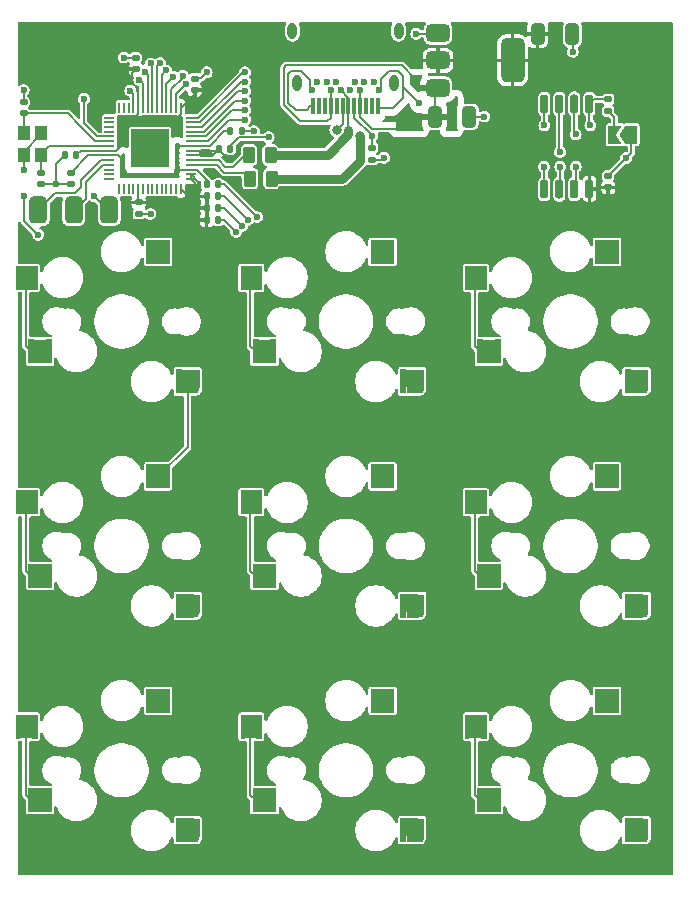
<source format=gtl>
%TF.GenerationSoftware,KiCad,Pcbnew,8.0.8*%
%TF.CreationDate,2025-02-11T21:46:50+01:00*%
%TF.ProjectId,macro33,6d616372-6f33-4332-9e6b-696361645f70,1*%
%TF.SameCoordinates,Original*%
%TF.FileFunction,Copper,L1,Top*%
%TF.FilePolarity,Positive*%
%FSLAX46Y46*%
G04 Gerber Fmt 4.6, Leading zero omitted, Abs format (unit mm)*
G04 Created by KiCad (PCBNEW 8.0.8) date 2025-02-11 21:46:50*
%MOMM*%
%LPD*%
G01*
G04 APERTURE LIST*
G04 Aperture macros list*
%AMRoundRect*
0 Rectangle with rounded corners*
0 $1 Rounding radius*
0 $2 $3 $4 $5 $6 $7 $8 $9 X,Y pos of 4 corners*
0 Add a 4 corners polygon primitive as box body*
4,1,4,$2,$3,$4,$5,$6,$7,$8,$9,$2,$3,0*
0 Add four circle primitives for the rounded corners*
1,1,$1+$1,$2,$3*
1,1,$1+$1,$4,$5*
1,1,$1+$1,$6,$7*
1,1,$1+$1,$8,$9*
0 Add four rect primitives between the rounded corners*
20,1,$1+$1,$2,$3,$4,$5,0*
20,1,$1+$1,$4,$5,$6,$7,0*
20,1,$1+$1,$6,$7,$8,$9,0*
20,1,$1+$1,$8,$9,$2,$3,0*%
%AMFreePoly0*
4,1,6,1.000000,0.000000,0.500000,-0.750000,-0.500000,-0.750000,-0.500000,0.750000,0.500000,0.750000,1.000000,0.000000,1.000000,0.000000,$1*%
%AMFreePoly1*
4,1,6,0.500000,-0.750000,-0.650000,-0.750000,-0.150000,0.000000,-0.650000,0.750000,0.500000,0.750000,0.500000,-0.750000,0.500000,-0.750000,$1*%
G04 Aperture macros list end*
%TA.AperFunction,SMDPad,CuDef*%
%ADD10RoundRect,0.140000X0.170000X-0.140000X0.170000X0.140000X-0.170000X0.140000X-0.170000X-0.140000X0*%
%TD*%
%TA.AperFunction,SMDPad,CuDef*%
%ADD11RoundRect,0.250000X0.262500X0.450000X-0.262500X0.450000X-0.262500X-0.450000X0.262500X-0.450000X0*%
%TD*%
%TA.AperFunction,SMDPad,CuDef*%
%ADD12RoundRect,0.375000X-0.625000X-0.375000X0.625000X-0.375000X0.625000X0.375000X-0.625000X0.375000X0*%
%TD*%
%TA.AperFunction,SMDPad,CuDef*%
%ADD13RoundRect,0.500000X-0.500000X-1.400000X0.500000X-1.400000X0.500000X1.400000X-0.500000X1.400000X0*%
%TD*%
%TA.AperFunction,SMDPad,CuDef*%
%ADD14RoundRect,0.135000X0.185000X-0.135000X0.185000X0.135000X-0.185000X0.135000X-0.185000X-0.135000X0*%
%TD*%
%TA.AperFunction,SMDPad,CuDef*%
%ADD15RoundRect,0.140000X-0.140000X-0.170000X0.140000X-0.170000X0.140000X0.170000X-0.140000X0.170000X0*%
%TD*%
%TA.AperFunction,SMDPad,CuDef*%
%ADD16RoundRect,0.140000X-0.170000X0.140000X-0.170000X-0.140000X0.170000X-0.140000X0.170000X0.140000X0*%
%TD*%
%TA.AperFunction,SMDPad,CuDef*%
%ADD17RoundRect,0.050000X-0.050000X0.387500X-0.050000X-0.387500X0.050000X-0.387500X0.050000X0.387500X0*%
%TD*%
%TA.AperFunction,SMDPad,CuDef*%
%ADD18RoundRect,0.050000X-0.387500X0.050000X-0.387500X-0.050000X0.387500X-0.050000X0.387500X0.050000X0*%
%TD*%
%TA.AperFunction,HeatsinkPad*%
%ADD19R,3.200000X3.200000*%
%TD*%
%TA.AperFunction,ComponentPad*%
%ADD20O,0.800000X1.400000*%
%TD*%
%TA.AperFunction,SMDPad,CuDef*%
%ADD21R,0.300000X1.400000*%
%TD*%
%TA.AperFunction,ComponentPad*%
%ADD22C,0.600000*%
%TD*%
%TA.AperFunction,SMDPad,CuDef*%
%ADD23RoundRect,0.381000X-0.381000X0.762000X-0.381000X-0.762000X0.381000X-0.762000X0.381000X0.762000X0*%
%TD*%
%TA.AperFunction,SMDPad,CuDef*%
%ADD24RoundRect,0.140000X0.140000X0.170000X-0.140000X0.170000X-0.140000X-0.170000X0.140000X-0.170000X0*%
%TD*%
%TA.AperFunction,SMDPad,CuDef*%
%ADD25RoundRect,0.150000X-0.150000X0.650000X-0.150000X-0.650000X0.150000X-0.650000X0.150000X0.650000X0*%
%TD*%
%TA.AperFunction,SMDPad,CuDef*%
%ADD26RoundRect,0.250000X-0.325000X-0.650000X0.325000X-0.650000X0.325000X0.650000X-0.325000X0.650000X0*%
%TD*%
%TA.AperFunction,SMDPad,CuDef*%
%ADD27FreePoly0,180.000000*%
%TD*%
%TA.AperFunction,SMDPad,CuDef*%
%ADD28FreePoly1,180.000000*%
%TD*%
%TA.AperFunction,SMDPad,CuDef*%
%ADD29R,1.100000X1.200000*%
%TD*%
%TA.AperFunction,SMDPad,CuDef*%
%ADD30R,0.300000X2.000000*%
%TD*%
%TA.AperFunction,SMDPad,CuDef*%
%ADD31R,1.000000X0.500000*%
%TD*%
%TA.AperFunction,ComponentPad*%
%ADD32R,1.000000X1.000000*%
%TD*%
%TA.AperFunction,SMDPad,CuDef*%
%ADD33R,0.500000X2.000000*%
%TD*%
%TA.AperFunction,SMDPad,CuDef*%
%ADD34R,1.125000X0.500000*%
%TD*%
%TA.AperFunction,SMDPad,CuDef*%
%ADD35C,0.750000*%
%TD*%
%TA.AperFunction,SMDPad,CuDef*%
%ADD36R,0.500000X1.625000*%
%TD*%
%TA.AperFunction,ViaPad*%
%ADD37C,0.600000*%
%TD*%
%TA.AperFunction,ViaPad*%
%ADD38C,0.800000*%
%TD*%
%TA.AperFunction,Conductor*%
%ADD39C,0.200000*%
%TD*%
%TA.AperFunction,Conductor*%
%ADD40C,0.800000*%
%TD*%
G04 APERTURE END LIST*
D10*
%TO.P,C2,1*%
%TO.N,GND*%
X56000000Y-74230000D03*
%TO.P,C2,2*%
%TO.N,Net-(U1-XOUT)*%
X56000000Y-73270000D03*
%TD*%
D11*
%TO.P,R2,1*%
%TO.N,/D-*%
X75500000Y-73750000D03*
%TO.P,R2,2*%
%TO.N,Net-(U1-USB_DM)*%
X73675000Y-73750000D03*
%TD*%
D12*
%TO.P,U3,1,GND*%
%TO.N,GND*%
X89600000Y-61450000D03*
%TO.P,U3,2,VO*%
%TO.N,+3.3V*%
X89600000Y-63750000D03*
D13*
X95900000Y-63750000D03*
D12*
%TO.P,U3,3,VI*%
%TO.N,VBUS*%
X89600000Y-66050000D03*
%TD*%
D11*
%TO.P,R1,1*%
%TO.N,/D+*%
X75412500Y-71750000D03*
%TO.P,R1,2*%
%TO.N,Net-(U1-USB_DP)*%
X73587500Y-71750000D03*
%TD*%
D14*
%TO.P,R5,1*%
%TO.N,GND*%
X84010000Y-72151000D03*
%TO.P,R5,2*%
%TO.N,Net-(USBC1-CC1)*%
X84010000Y-71131000D03*
%TD*%
D15*
%TO.P,C13,1*%
%TO.N,+3.3V*%
X70040000Y-76250000D03*
%TO.P,C13,2*%
%TO.N,GND*%
X71000000Y-76250000D03*
%TD*%
D16*
%TO.P,C11,1*%
%TO.N,+3.3V*%
X64250000Y-75770000D03*
%TO.P,C11,2*%
%TO.N,GND*%
X64250000Y-76730000D03*
%TD*%
D15*
%TO.P,C4,1*%
%TO.N,+1V1*%
X70040000Y-74250000D03*
%TO.P,C4,2*%
%TO.N,GND*%
X71000000Y-74250000D03*
%TD*%
D17*
%TO.P,U1,1,IOVDD*%
%TO.N,+3.3V*%
X67800000Y-67750000D03*
%TO.P,U1,2,GPIO0*%
%TO.N,/GPIO_0*%
X67400000Y-67750000D03*
%TO.P,U1,3,GPIO1*%
%TO.N,/GPIO_1*%
X67000000Y-67750000D03*
%TO.P,U1,4,GPIO2*%
%TO.N,/GPIO_2*%
X66600000Y-67750000D03*
%TO.P,U1,5,GPIO3*%
%TO.N,/GPIO_3*%
X66200000Y-67750000D03*
%TO.P,U1,6,GPIO4*%
%TO.N,/GPIO_4*%
X65800000Y-67750000D03*
%TO.P,U1,7,GPIO5*%
%TO.N,/GPIO_5*%
X65400000Y-67750000D03*
%TO.P,U1,8,GPIO6*%
%TO.N,/GPIO_6*%
X65000000Y-67750000D03*
%TO.P,U1,9,GPIO7*%
%TO.N,/GPIO_7*%
X64600000Y-67750000D03*
%TO.P,U1,10,IOVDD*%
%TO.N,+3.3V*%
X64200000Y-67750000D03*
%TO.P,U1,11,GPIO8*%
%TO.N,/GPIO_8*%
X63800000Y-67750000D03*
%TO.P,U1,12,GPIO9*%
%TO.N,unconnected-(U1-GPIO9-Pad12)*%
X63400000Y-67750000D03*
%TO.P,U1,13,GPIO10*%
%TO.N,unconnected-(U1-GPIO10-Pad13)*%
X63000000Y-67750000D03*
%TO.P,U1,14,GPIO11*%
%TO.N,unconnected-(U1-GPIO11-Pad14)*%
X62600000Y-67750000D03*
D18*
%TO.P,U1,15,GPIO12*%
%TO.N,unconnected-(U1-GPIO12-Pad15)*%
X61762500Y-68587500D03*
%TO.P,U1,16,GPIO13*%
%TO.N,unconnected-(U1-GPIO13-Pad16)*%
X61762500Y-68987500D03*
%TO.P,U1,17,GPIO14*%
%TO.N,unconnected-(U1-GPIO14-Pad17)*%
X61762500Y-69387500D03*
%TO.P,U1,18,GPIO15*%
%TO.N,unconnected-(U1-GPIO15-Pad18)*%
X61762500Y-69787500D03*
%TO.P,U1,19,TESTEN*%
%TO.N,GND*%
X61762500Y-70187500D03*
%TO.P,U1,20,XIN*%
%TO.N,Net-(U1-XIN)*%
X61762500Y-70587500D03*
%TO.P,U1,21,XOUT*%
%TO.N,Net-(U1-XOUT)*%
X61762500Y-70987500D03*
%TO.P,U1,22,IOVDD*%
%TO.N,+3.3V*%
X61762500Y-71387500D03*
%TO.P,U1,23,DVDD*%
%TO.N,+1V1*%
X61762500Y-71787500D03*
%TO.P,U1,24,SWCLK*%
%TO.N,/SWCLK*%
X61762500Y-72187500D03*
%TO.P,U1,25,SWD*%
%TO.N,/SWD*%
X61762500Y-72587500D03*
%TO.P,U1,26,RUN*%
%TO.N,/RUN*%
X61762500Y-72987500D03*
%TO.P,U1,27,GPIO16*%
%TO.N,unconnected-(U1-GPIO16-Pad27)*%
X61762500Y-73387500D03*
%TO.P,U1,28,GPIO17*%
%TO.N,unconnected-(U1-GPIO17-Pad28)*%
X61762500Y-73787500D03*
D17*
%TO.P,U1,29,GPIO18*%
%TO.N,unconnected-(U1-GPIO18-Pad29)*%
X62600000Y-74625000D03*
%TO.P,U1,30,GPIO19*%
%TO.N,unconnected-(U1-GPIO19-Pad30)*%
X63000000Y-74625000D03*
%TO.P,U1,31,GPIO20*%
%TO.N,unconnected-(U1-GPIO20-Pad31)*%
X63400000Y-74625000D03*
%TO.P,U1,32,GPIO21*%
%TO.N,unconnected-(U1-GPIO21-Pad32)*%
X63800000Y-74625000D03*
%TO.P,U1,33,IOVDD*%
%TO.N,+3.3V*%
X64200000Y-74625000D03*
%TO.P,U1,34,GPIO22*%
%TO.N,unconnected-(U1-GPIO22-Pad34)*%
X64600000Y-74625000D03*
%TO.P,U1,35,GPIO23*%
%TO.N,unconnected-(U1-GPIO23-Pad35)*%
X65000000Y-74625000D03*
%TO.P,U1,36,GPIO24*%
%TO.N,unconnected-(U1-GPIO24-Pad36)*%
X65400000Y-74625000D03*
%TO.P,U1,37,GPIO25*%
%TO.N,unconnected-(U1-GPIO25-Pad37)*%
X65800000Y-74625000D03*
%TO.P,U1,38,GPIO26_ADC0*%
%TO.N,unconnected-(U1-GPIO26_ADC0-Pad38)*%
X66200000Y-74625000D03*
%TO.P,U1,39,GPIO27_ADC1*%
%TO.N,unconnected-(U1-GPIO27_ADC1-Pad39)*%
X66600000Y-74625000D03*
%TO.P,U1,40,GPIO28_ADC2*%
%TO.N,unconnected-(U1-GPIO28_ADC2-Pad40)*%
X67000000Y-74625000D03*
%TO.P,U1,41,GPIO29_ADC3*%
%TO.N,unconnected-(U1-GPIO29_ADC3-Pad41)*%
X67400000Y-74625000D03*
%TO.P,U1,42,IOVDD*%
%TO.N,+3.3V*%
X67800000Y-74625000D03*
D18*
%TO.P,U1,43,ADC_AVDD*%
X68637500Y-73787500D03*
%TO.P,U1,44,VREG_IN*%
X68637500Y-73387500D03*
%TO.P,U1,45,VREG_VOUT*%
%TO.N,+1V1*%
X68637500Y-72987500D03*
%TO.P,U1,46,USB_DM*%
%TO.N,Net-(U1-USB_DM)*%
X68637500Y-72587500D03*
%TO.P,U1,47,USB_DP*%
%TO.N,Net-(U1-USB_DP)*%
X68637500Y-72187500D03*
%TO.P,U1,48,USB_VDD*%
%TO.N,+3.3V*%
X68637500Y-71787500D03*
%TO.P,U1,49,IOVDD*%
X68637500Y-71387500D03*
%TO.P,U1,50,DVDD*%
%TO.N,+1V1*%
X68637500Y-70987500D03*
%TO.P,U1,51,QSPI_SD3*%
%TO.N,/QSPI_SD3*%
X68637500Y-70587500D03*
%TO.P,U1,52,QSPI_SCLK*%
%TO.N,/QSPI_SCLK*%
X68637500Y-70187500D03*
%TO.P,U1,53,QSPI_SD0*%
%TO.N,/QSPI_SD0*%
X68637500Y-69787500D03*
%TO.P,U1,54,QSPI_SD2*%
%TO.N,/QSPI_SD2*%
X68637500Y-69387500D03*
%TO.P,U1,55,QSPI_SD1*%
%TO.N,/QSPI_SD1*%
X68637500Y-68987500D03*
%TO.P,U1,56,QSPI_SS*%
%TO.N,/QSPI_SS*%
X68637500Y-68587500D03*
D19*
%TO.P,U1,57,GND*%
%TO.N,GND*%
X65200000Y-71187500D03*
%TD*%
D10*
%TO.P,C8,1*%
%TO.N,+3.3V*%
X104000000Y-74500000D03*
%TO.P,C8,2*%
%TO.N,GND*%
X104000000Y-73540000D03*
%TD*%
D20*
%TO.P,USBC1,13,EP*%
%TO.N,unconnected-(USBC1-EP-Pad13)*%
X77630000Y-65640000D03*
%TO.P,USBC1,14,EP*%
%TO.N,unconnected-(USBC1-EP-Pad14)*%
X85890000Y-65640000D03*
%TO.P,USBC1,15,EP*%
%TO.N,unconnected-(USBC1-EP-Pad15)*%
X86250000Y-61250000D03*
%TO.P,USBC1,16,EP*%
%TO.N,unconnected-(USBC1-EP-Pad16)*%
X77270000Y-61250000D03*
D21*
%TO.P,USBC1,A1,GND*%
%TO.N,GND*%
X84509500Y-67641000D03*
%TO.P,USBC1,A2,SSTXP1*%
%TO.N,unconnected-(USBC1-SSTXP1-PadA2)*%
X84010000Y-67641000D03*
%TO.P,USBC1,A3,SSTXN1*%
%TO.N,unconnected-(USBC1-SSTXN1-PadA3)*%
X83511000Y-67641000D03*
%TO.P,USBC1,A4,VBUS*%
%TO.N,VBUS*%
X83010500Y-67641000D03*
%TO.P,USBC1,A5,CC1*%
%TO.N,Net-(USBC1-CC1)*%
X82510500Y-67641000D03*
%TO.P,USBC1,A6,DP1*%
%TO.N,/D+*%
X82010000Y-67641000D03*
%TO.P,USBC1,A7,DN1*%
%TO.N,/D-*%
X81509500Y-67641000D03*
%TO.P,USBC1,A8,SBU1*%
%TO.N,unconnected-(USBC1-SBU1-PadA8)*%
X81009000Y-67641000D03*
%TO.P,USBC1,A9,VBUS*%
%TO.N,VBUS*%
X80510000Y-67641000D03*
%TO.P,USBC1,A10,SSRXN2*%
%TO.N,unconnected-(USBC1-SSRXN2-PadA10)*%
X80011000Y-67641000D03*
%TO.P,USBC1,A11,SSRXP2*%
%TO.N,unconnected-(USBC1-SSRXP2-PadA11)*%
X79510500Y-67641000D03*
%TO.P,USBC1,A12,GND*%
%TO.N,GND*%
X79010000Y-67641000D03*
D22*
%TO.P,USBC1,B1,GND*%
X78960000Y-66240000D03*
%TO.P,USBC1,B2,SSTXP2*%
%TO.N,unconnected-(USBC1-SSTXP2-PadB2)*%
X79360000Y-65540000D03*
%TO.P,USBC1,B3,SSTXN2*%
%TO.N,unconnected-(USBC1-SSTXN2-PadB3)*%
X80160000Y-65540000D03*
%TO.P,USBC1,B4,VBUS*%
%TO.N,VBUS*%
X80560000Y-66240000D03*
%TO.P,USBC1,B5,CC2*%
%TO.N,Net-(USBC1-CC1)*%
X80960000Y-65540000D03*
%TO.P,USBC1,B6,DP2*%
%TO.N,/D+*%
X81360000Y-66240000D03*
%TO.P,USBC1,B7,DN2*%
%TO.N,/D-*%
X82160000Y-66240000D03*
%TO.P,USBC1,B8,SBU2*%
%TO.N,unconnected-(USBC1-SBU2-PadB8)*%
X82560000Y-65540000D03*
%TO.P,USBC1,B9,VBUS*%
%TO.N,VBUS*%
X82960000Y-66240000D03*
%TO.P,USBC1,B10,SSRXN1*%
%TO.N,unconnected-(USBC1-SSRXN1-PadB10)*%
X83360000Y-65540000D03*
%TO.P,USBC1,B11,SSRXP1*%
%TO.N,unconnected-(USBC1-SSRXP1-PadB11)*%
X84160000Y-65540000D03*
%TO.P,USBC1,B12,GND*%
%TO.N,GND*%
X84560000Y-66240000D03*
%TD*%
D14*
%TO.P,R3,1*%
%TO.N,Net-(JP1-B)*%
X104000000Y-68040000D03*
%TO.P,R3,2*%
%TO.N,/QSPI_SS*%
X104000000Y-67020000D03*
%TD*%
D15*
%TO.P,C5,1*%
%TO.N,+1V1*%
X72020000Y-69750000D03*
%TO.P,C5,2*%
%TO.N,GND*%
X72980000Y-69750000D03*
%TD*%
D10*
%TO.P,C7,1*%
%TO.N,+3.3V*%
X69000000Y-66250000D03*
%TO.P,C7,2*%
%TO.N,GND*%
X69000000Y-65290000D03*
%TD*%
D23*
%TO.P,SWD,1,Pin_1*%
%TO.N,/SWCLK*%
X55750000Y-76446500D03*
%TO.P,SWD,2,Pin_2*%
%TO.N,/SWD*%
X58750000Y-76446500D03*
%TO.P,SWD,3,Pin_3*%
%TO.N,GND*%
X61750000Y-76446500D03*
%TD*%
D15*
%TO.P,C10,1*%
%TO.N,+3.3V*%
X71040000Y-71250000D03*
%TO.P,C10,2*%
%TO.N,GND*%
X72000000Y-71250000D03*
%TD*%
D24*
%TO.P,C9,1*%
%TO.N,+3.3V*%
X58980000Y-71750000D03*
%TO.P,C9,2*%
%TO.N,GND*%
X58020000Y-71750000D03*
%TD*%
D25*
%TO.P,U2,1,~{CS}*%
%TO.N,/QSPI_SS*%
X102405000Y-67420000D03*
%TO.P,U2,2,DO(IO1)*%
%TO.N,/QSPI_SD1*%
X101135000Y-67420000D03*
%TO.P,U2,3,IO2*%
%TO.N,/QSPI_SD2*%
X99865000Y-67420000D03*
%TO.P,U2,4,GND*%
%TO.N,GND*%
X98595000Y-67420000D03*
%TO.P,U2,5,DI(IO0)*%
%TO.N,/QSPI_SD0*%
X98595000Y-74620000D03*
%TO.P,U2,6,CLK*%
%TO.N,/QSPI_SCLK*%
X99865000Y-74620000D03*
%TO.P,U2,7,IO3*%
%TO.N,/QSPI_SD3*%
X101135000Y-74620000D03*
%TO.P,U2,8,VCC*%
%TO.N,+3.3V*%
X102405000Y-74620000D03*
%TD*%
D15*
%TO.P,C16,1*%
%TO.N,+3.3V*%
X70020000Y-75250000D03*
%TO.P,C16,2*%
%TO.N,GND*%
X70980000Y-75250000D03*
%TD*%
D26*
%TO.P,C15,1*%
%TO.N,+3.3V*%
X98025000Y-61500000D03*
%TO.P,C15,2*%
%TO.N,GND*%
X100975000Y-61500000D03*
%TD*%
D16*
%TO.P,C1,1*%
%TO.N,GND*%
X54500000Y-67270000D03*
%TO.P,C1,2*%
%TO.N,Net-(U1-XIN)*%
X54500000Y-68230000D03*
%TD*%
D15*
%TO.P,C6,1*%
%TO.N,+3.3V*%
X70000000Y-77250000D03*
%TO.P,C6,2*%
%TO.N,GND*%
X70960000Y-77250000D03*
%TD*%
D10*
%TO.P,C12,1*%
%TO.N,+3.3V*%
X64000000Y-64480000D03*
%TO.P,C12,2*%
%TO.N,GND*%
X64000000Y-63520000D03*
%TD*%
D27*
%TO.P,JP1,1,A*%
%TO.N,GND*%
X105950000Y-70020000D03*
D28*
%TO.P,JP1,2,B*%
%TO.N,Net-(JP1-B)*%
X104500000Y-70020000D03*
%TD*%
D16*
%TO.P,C3,1*%
%TO.N,+1V1*%
X58500000Y-73270000D03*
%TO.P,C3,2*%
%TO.N,GND*%
X58500000Y-74230000D03*
%TD*%
D29*
%TO.P,Y1,1,1*%
%TO.N,Net-(U1-XOUT)*%
X56000000Y-71750000D03*
%TO.P,Y1,2,2*%
%TO.N,GND*%
X56000000Y-69850000D03*
%TO.P,Y1,3,3*%
%TO.N,Net-(U1-XIN)*%
X54500000Y-69850000D03*
%TO.P,Y1,4,4*%
%TO.N,GND*%
X54500000Y-71750000D03*
%TD*%
D26*
%TO.P,C14,1*%
%TO.N,VBUS*%
X89300000Y-68500000D03*
%TO.P,C14,2*%
%TO.N,GND*%
X92250000Y-68500000D03*
%TD*%
D30*
%TO.P,SW8,1,1*%
%TO.N,/GPIO_5*%
X73050000Y-120150000D03*
D31*
X73700000Y-119400000D03*
D32*
X73700000Y-120150000D03*
D31*
X73700000Y-120900000D03*
D33*
X74150000Y-126390000D03*
X74450000Y-120150000D03*
D31*
X74900000Y-125640000D03*
D32*
X74900000Y-126390000D03*
D31*
X74900000Y-127140000D03*
D33*
X75650000Y-126390000D03*
%TO.P,SW8,2,2*%
%TO.N,GND*%
X84150000Y-117960000D03*
D31*
X84900000Y-117210000D03*
D32*
X84900000Y-117960000D03*
D31*
X84900000Y-118710000D03*
D33*
X85650000Y-117960000D03*
X86650000Y-128930000D03*
D31*
X87400000Y-128180000D03*
D32*
X87400000Y-128930000D03*
D34*
X87461250Y-129680000D03*
D35*
X88025000Y-129555000D03*
D36*
X88150000Y-128742500D03*
%TD*%
D30*
%TO.P,SW1,1,1*%
%TO.N,/GPIO_8*%
X54050000Y-82150000D03*
D31*
X54700000Y-81400000D03*
D32*
X54700000Y-82150000D03*
D31*
X54700000Y-82900000D03*
D33*
X55150000Y-88390000D03*
X55450000Y-82150000D03*
D31*
X55900000Y-87640000D03*
D32*
X55900000Y-88390000D03*
D31*
X55900000Y-89140000D03*
D33*
X56650000Y-88390000D03*
%TO.P,SW1,2,2*%
%TO.N,GND*%
X65150000Y-79960000D03*
D31*
X65900000Y-79210000D03*
D32*
X65900000Y-79960000D03*
D31*
X65900000Y-80710000D03*
D33*
X66650000Y-79960000D03*
X67650000Y-90930000D03*
D31*
X68400000Y-90180000D03*
D32*
X68400000Y-90930000D03*
D34*
X68461250Y-91680000D03*
D35*
X69025000Y-91555000D03*
D36*
X69150000Y-90742500D03*
%TD*%
D30*
%TO.P,SW4,1,1*%
%TO.N,/GPIO_7*%
X54050000Y-101150000D03*
D31*
X54700000Y-100400000D03*
D32*
X54700000Y-101150000D03*
D31*
X54700000Y-101900000D03*
D33*
X55150000Y-107390000D03*
X55450000Y-101150000D03*
D31*
X55900000Y-106640000D03*
D32*
X55900000Y-107390000D03*
D31*
X55900000Y-108140000D03*
D33*
X56650000Y-107390000D03*
%TO.P,SW4,2,2*%
%TO.N,GND*%
X65150000Y-98960000D03*
D31*
X65900000Y-98210000D03*
D32*
X65900000Y-98960000D03*
D31*
X65900000Y-99710000D03*
D33*
X66650000Y-98960000D03*
X67650000Y-109930000D03*
D31*
X68400000Y-109180000D03*
D32*
X68400000Y-109930000D03*
D34*
X68461250Y-110680000D03*
D35*
X69025000Y-110555000D03*
D36*
X69150000Y-109742500D03*
%TD*%
D30*
%TO.P,SW3,1,1*%
%TO.N,/GPIO_0*%
X92050000Y-82150000D03*
D31*
X92700000Y-81400000D03*
D32*
X92700000Y-82150000D03*
D31*
X92700000Y-82900000D03*
D33*
X93150000Y-88390000D03*
X93450000Y-82150000D03*
D31*
X93900000Y-87640000D03*
D32*
X93900000Y-88390000D03*
D31*
X93900000Y-89140000D03*
D33*
X94650000Y-88390000D03*
%TO.P,SW3,2,2*%
%TO.N,GND*%
X103150000Y-79960000D03*
D31*
X103900000Y-79210000D03*
D32*
X103900000Y-79960000D03*
D31*
X103900000Y-80710000D03*
D33*
X104650000Y-79960000D03*
X105650000Y-90930000D03*
D31*
X106400000Y-90180000D03*
D32*
X106400000Y-90930000D03*
D34*
X106461250Y-91680000D03*
D35*
X107025000Y-91555000D03*
D36*
X107150000Y-90742500D03*
%TD*%
D30*
%TO.P,SW7,1,1*%
%TO.N,/GPIO_6*%
X54050000Y-120150000D03*
D31*
X54700000Y-119400000D03*
D32*
X54700000Y-120150000D03*
D31*
X54700000Y-120900000D03*
D33*
X55150000Y-126390000D03*
X55450000Y-120150000D03*
D31*
X55900000Y-125640000D03*
D32*
X55900000Y-126390000D03*
D31*
X55900000Y-127140000D03*
D33*
X56650000Y-126390000D03*
%TO.P,SW7,2,2*%
%TO.N,GND*%
X65150000Y-117960000D03*
D31*
X65900000Y-117210000D03*
D32*
X65900000Y-117960000D03*
D31*
X65900000Y-118710000D03*
D33*
X66650000Y-117960000D03*
X67650000Y-128930000D03*
D31*
X68400000Y-128180000D03*
D32*
X68400000Y-128930000D03*
D34*
X68461250Y-129680000D03*
D35*
X69025000Y-129555000D03*
D36*
X69150000Y-128742500D03*
%TD*%
D30*
%TO.P,SW5,1,1*%
%TO.N,/GPIO_4*%
X73050000Y-101150000D03*
D31*
X73700000Y-100400000D03*
D32*
X73700000Y-101150000D03*
D31*
X73700000Y-101900000D03*
D33*
X74150000Y-107390000D03*
X74450000Y-101150000D03*
D31*
X74900000Y-106640000D03*
D32*
X74900000Y-107390000D03*
D31*
X74900000Y-108140000D03*
D33*
X75650000Y-107390000D03*
%TO.P,SW5,2,2*%
%TO.N,GND*%
X84150000Y-98960000D03*
D31*
X84900000Y-98210000D03*
D32*
X84900000Y-98960000D03*
D31*
X84900000Y-99710000D03*
D33*
X85650000Y-98960000D03*
X86650000Y-109930000D03*
D31*
X87400000Y-109180000D03*
D32*
X87400000Y-109930000D03*
D34*
X87461250Y-110680000D03*
D35*
X88025000Y-110555000D03*
D36*
X88150000Y-109742500D03*
%TD*%
D30*
%TO.P,SW2,1,1*%
%TO.N,/GPIO_3*%
X73050000Y-82150000D03*
D31*
X73700000Y-81400000D03*
D32*
X73700000Y-82150000D03*
D31*
X73700000Y-82900000D03*
D33*
X74150000Y-88390000D03*
X74450000Y-82150000D03*
D31*
X74900000Y-87640000D03*
D32*
X74900000Y-88390000D03*
D31*
X74900000Y-89140000D03*
D33*
X75650000Y-88390000D03*
%TO.P,SW2,2,2*%
%TO.N,GND*%
X84150000Y-79960000D03*
D31*
X84900000Y-79210000D03*
D32*
X84900000Y-79960000D03*
D31*
X84900000Y-80710000D03*
D33*
X85650000Y-79960000D03*
X86650000Y-90930000D03*
D31*
X87400000Y-90180000D03*
D32*
X87400000Y-90930000D03*
D34*
X87461250Y-91680000D03*
D35*
X88025000Y-91555000D03*
D36*
X88150000Y-90742500D03*
%TD*%
D30*
%TO.P,SW6,1,1*%
%TO.N,/GPIO_1*%
X92050000Y-101150000D03*
D31*
X92700000Y-100400000D03*
D32*
X92700000Y-101150000D03*
D31*
X92700000Y-101900000D03*
D33*
X93150000Y-107390000D03*
X93450000Y-101150000D03*
D31*
X93900000Y-106640000D03*
D32*
X93900000Y-107390000D03*
D31*
X93900000Y-108140000D03*
D33*
X94650000Y-107390000D03*
%TO.P,SW6,2,2*%
%TO.N,GND*%
X103150000Y-98960000D03*
D31*
X103900000Y-98210000D03*
D32*
X103900000Y-98960000D03*
D31*
X103900000Y-99710000D03*
D33*
X104650000Y-98960000D03*
X105650000Y-109930000D03*
D31*
X106400000Y-109180000D03*
D32*
X106400000Y-109930000D03*
D34*
X106461250Y-110680000D03*
D35*
X107025000Y-110555000D03*
D36*
X107150000Y-109742500D03*
%TD*%
D30*
%TO.P,SW9,1,1*%
%TO.N,/GPIO_2*%
X92050000Y-120150000D03*
D31*
X92700000Y-119400000D03*
D32*
X92700000Y-120150000D03*
D31*
X92700000Y-120900000D03*
D33*
X93150000Y-126390000D03*
X93450000Y-120150000D03*
D31*
X93900000Y-125640000D03*
D32*
X93900000Y-126390000D03*
D31*
X93900000Y-127140000D03*
D33*
X94650000Y-126390000D03*
%TO.P,SW9,2,2*%
%TO.N,GND*%
X103150000Y-117960000D03*
D31*
X103900000Y-117210000D03*
D32*
X103900000Y-117960000D03*
D31*
X103900000Y-118710000D03*
D33*
X104650000Y-117960000D03*
X105650000Y-128930000D03*
D31*
X106400000Y-128180000D03*
D32*
X106400000Y-128930000D03*
D34*
X106461250Y-129680000D03*
D35*
X107025000Y-129555000D03*
D36*
X107150000Y-128742500D03*
%TD*%
D37*
%TO.N,GND*%
X59600000Y-67000000D03*
X105500000Y-72020000D03*
X60500000Y-75250000D03*
X65200000Y-71187500D03*
X73000000Y-77750000D03*
X98595000Y-69250000D03*
X64000000Y-72250000D03*
X55750000Y-78500000D03*
X66250000Y-72250000D03*
X54500000Y-73000000D03*
X57250000Y-74250000D03*
X75250000Y-70250000D03*
X66250000Y-70000000D03*
X93500000Y-68500000D03*
X73500000Y-77250000D03*
X101000000Y-63000000D03*
X88010000Y-67391000D03*
X63000000Y-63500000D03*
X64000000Y-70000000D03*
X54500000Y-66250000D03*
X54500000Y-75250000D03*
X87750000Y-61500000D03*
X85000000Y-72000000D03*
X70000000Y-64750000D03*
X72500000Y-78250000D03*
X65250000Y-76750000D03*
X74000000Y-69750000D03*
X74250000Y-77000000D03*
%TO.N,/GPIO_6*%
X64800000Y-64750000D03*
%TO.N,/GPIO_8*%
X63539243Y-66310757D03*
%TO.N,/GPIO_3*%
X66583028Y-64594749D03*
%TO.N,/GPIO_5*%
X65253201Y-64001850D03*
%TO.N,/GPIO_2*%
X67168905Y-65139499D03*
%TO.N,/GPIO_4*%
X66055782Y-63993072D03*
%TO.N,/GPIO_7*%
X64300242Y-65374697D03*
%TO.N,/GPIO_1*%
X67960925Y-65026779D03*
%TO.N,/GPIO_0*%
X68222732Y-65782730D03*
%TO.N,Net-(USBC1-CC1)*%
X84010000Y-70141000D03*
%TO.N,/QSPI_SS*%
X102500000Y-69250000D03*
X73250000Y-64749985D03*
D38*
%TO.N,/D-*%
X81010000Y-69641000D03*
X83010000Y-70141000D03*
D37*
%TO.N,/QSPI_SD0*%
X98575735Y-72750000D03*
X73250000Y-67149994D03*
%TO.N,/QSPI_SD3*%
X73250000Y-68750000D03*
X101250000Y-72750000D03*
%TO.N,/QSPI_SCLK*%
X73250000Y-67949997D03*
X99950735Y-72750000D03*
%TO.N,/QSPI_SD1*%
X101250000Y-70000000D03*
X73250000Y-65549988D03*
%TO.N,/QSPI_SD2*%
X99925735Y-71500000D03*
X73250000Y-66349991D03*
%TD*%
D39*
%TO.N,GND*%
X89550000Y-61500000D02*
X89600000Y-61450000D01*
X71500000Y-74250000D02*
X74250000Y-77000000D01*
X54500000Y-67270000D02*
X54500000Y-66250000D01*
X72750000Y-70250000D02*
X72000000Y-71000000D01*
X86179949Y-64640000D02*
X85411471Y-64640000D01*
X70960000Y-77250000D02*
X71500000Y-77250000D01*
X98595000Y-67675000D02*
X98500000Y-67770000D01*
X84509500Y-67641000D02*
X84678563Y-67810063D01*
X60731582Y-70187500D02*
X59600000Y-69055918D01*
X63000000Y-63500000D02*
X63980000Y-63500000D01*
X54500000Y-75250000D02*
X54500000Y-77302580D01*
X78760000Y-65391000D02*
X78760000Y-66040000D01*
X57250000Y-72520000D02*
X57250000Y-74250000D01*
X105950000Y-71570000D02*
X105500000Y-72020000D01*
X69000000Y-65250000D02*
X69500000Y-65250000D01*
X86590000Y-65050051D02*
X86179949Y-64640000D01*
X86590000Y-65891000D02*
X86590000Y-65971000D01*
X63980000Y-63500000D02*
X64000000Y-63520000D01*
X61762500Y-70187500D02*
X60731582Y-70187500D01*
X61750000Y-76446500D02*
X61696500Y-76446500D01*
X101000000Y-61525000D02*
X100975000Y-61500000D01*
X86590000Y-65891000D02*
X86590000Y-65641000D01*
X85746336Y-67810063D02*
X86590000Y-66966399D01*
X84760000Y-66040000D02*
X84560000Y-66240000D01*
X86590000Y-65971000D02*
X88010000Y-67391000D01*
X84678563Y-67810063D02*
X85746336Y-67810063D01*
X69000000Y-65290000D02*
X69000000Y-65250000D01*
X58020000Y-71750000D02*
X57250000Y-72520000D01*
X68400000Y-96460000D02*
X65900000Y-98960000D01*
X61696500Y-76446500D02*
X60500000Y-75250000D01*
X78009000Y-64640000D02*
X78760000Y-65391000D01*
X84760000Y-65291471D02*
X84760000Y-66040000D01*
X84010000Y-72151000D02*
X84849000Y-72151000D01*
X87750000Y-61500000D02*
X89550000Y-61500000D01*
X65230000Y-76730000D02*
X65250000Y-76750000D01*
X57230000Y-74230000D02*
X57250000Y-74250000D01*
X78777569Y-67641000D02*
X78458404Y-67960165D01*
X104000000Y-73520000D02*
X105500000Y-72020000D01*
X71000000Y-74250000D02*
X71500000Y-74250000D01*
X86590000Y-65641000D02*
X86590000Y-65050051D01*
X77161000Y-64640000D02*
X78009000Y-64640000D01*
X100975000Y-62975000D02*
X101000000Y-63000000D01*
X77561596Y-67960165D02*
X76917843Y-67316412D01*
X71500000Y-75250000D02*
X73500000Y-77250000D01*
X75250000Y-70250000D02*
X72750000Y-70250000D01*
X64250000Y-76730000D02*
X65230000Y-76730000D01*
X76917843Y-64883157D02*
X77161000Y-64640000D01*
X56000000Y-74230000D02*
X57230000Y-74230000D01*
X57270000Y-74230000D02*
X57250000Y-74250000D01*
X56000000Y-70000000D02*
X54500000Y-71500000D01*
X70980000Y-75250000D02*
X71500000Y-75250000D01*
X78960000Y-66240000D02*
X79085000Y-66365000D01*
X84849000Y-72151000D02*
X85000000Y-72000000D01*
X72000000Y-71000000D02*
X72000000Y-71250000D01*
X54500000Y-71500000D02*
X54500000Y-71750000D01*
X59600000Y-69055918D02*
X59600000Y-67000000D01*
X69500000Y-65250000D02*
X70000000Y-64750000D01*
X78760000Y-66040000D02*
X78960000Y-66240000D01*
X79010000Y-67641000D02*
X78777569Y-67641000D01*
X56000000Y-69850000D02*
X56000000Y-70000000D01*
X71500000Y-77250000D02*
X72500000Y-78250000D01*
X71000000Y-76250000D02*
X71500000Y-76250000D01*
X78458404Y-67960165D02*
X77561596Y-67960165D01*
X86590000Y-66966399D02*
X86590000Y-65891000D01*
X71500000Y-76250000D02*
X73000000Y-77750000D01*
X98595000Y-69250000D02*
X98595000Y-67420000D01*
X61762500Y-70187500D02*
X61500000Y-70187500D01*
X92250000Y-68500000D02*
X93500000Y-68500000D01*
X54500000Y-77302580D02*
X55697420Y-78500000D01*
X54500000Y-71750000D02*
X54500000Y-73000000D01*
X104000000Y-73540000D02*
X104000000Y-73520000D01*
X58500000Y-74230000D02*
X57270000Y-74230000D01*
X76917843Y-67316412D02*
X76917843Y-64883157D01*
X85411471Y-64640000D02*
X84760000Y-65291471D01*
X105950000Y-70020000D02*
X105950000Y-71570000D01*
X72980000Y-69750000D02*
X74000000Y-69750000D01*
X101000000Y-63000000D02*
X101000000Y-61525000D01*
X55697420Y-78500000D02*
X55750000Y-78500000D01*
X68400000Y-90930000D02*
X68400000Y-96460000D01*
%TO.N,VBUS*%
X83015000Y-67585500D02*
X83065500Y-67636000D01*
X82960000Y-66240000D02*
X83010500Y-66290500D01*
X80510000Y-66290000D02*
X80510000Y-67641000D01*
X76760000Y-64141000D02*
X86510000Y-64141000D01*
X80510000Y-67641000D02*
X80510000Y-68592000D01*
X84026186Y-69541000D02*
X86410000Y-69541000D01*
X77926745Y-68891000D02*
X76517843Y-67482098D01*
X76517843Y-67482098D02*
X76517843Y-64383157D01*
X83010500Y-66691500D02*
X83010500Y-68525314D01*
X80560000Y-66240000D02*
X80510000Y-66290000D01*
X86410000Y-69541000D02*
X86510000Y-69641000D01*
X80211000Y-68891000D02*
X77926745Y-68891000D01*
X80510000Y-68592000D02*
X80211000Y-68891000D01*
X89300000Y-68500000D02*
X89300000Y-66350000D01*
X76517843Y-64383157D02*
X76760000Y-64141000D01*
X89300000Y-66350000D02*
X89600000Y-66050000D01*
X83010500Y-66290500D02*
X83010500Y-67641000D01*
X83010500Y-67641000D02*
X83010500Y-66691500D01*
X86510000Y-64141000D02*
X87750000Y-65381000D01*
X83010500Y-68525314D02*
X84026186Y-69541000D01*
X87750000Y-65381000D02*
X87750000Y-65500000D01*
X80615000Y-66235000D02*
X80565000Y-66285000D01*
%TO.N,+3.3V*%
X61762500Y-71387500D02*
X59342500Y-71387500D01*
X64200000Y-74625000D02*
X64200000Y-75720000D01*
X68637500Y-73387500D02*
X68637500Y-73787500D01*
X64200000Y-75720000D02*
X64250000Y-75770000D01*
X67341930Y-68741930D02*
X63741930Y-68741930D01*
X64200000Y-68283860D02*
X64200000Y-67750000D01*
X67800000Y-67750000D02*
X67800000Y-68283860D01*
X71040000Y-71290000D02*
X71750000Y-72000000D01*
X68425000Y-75250000D02*
X68500000Y-75250000D01*
X69000000Y-74150000D02*
X69000000Y-74500000D01*
X71040000Y-71250000D02*
X71040000Y-71290000D01*
X59342500Y-71387500D02*
X58980000Y-71750000D01*
X63300000Y-69183860D02*
X63741930Y-68741930D01*
X68525000Y-67025000D02*
X67800000Y-67750000D01*
X69000000Y-66250000D02*
X69000000Y-66550000D01*
X63741930Y-68741930D02*
X64200000Y-68283860D01*
X67800000Y-68283860D02*
X67341930Y-68741930D01*
X64200000Y-67750000D02*
X64200000Y-66122984D01*
X68637500Y-71387500D02*
X70902500Y-71387500D01*
X64200000Y-66122984D02*
X63700242Y-65623226D01*
X68637500Y-71787500D02*
X70502500Y-71787500D01*
X68637500Y-73387500D02*
X69250000Y-74000000D01*
X70902500Y-71387500D02*
X71040000Y-71250000D01*
X67800000Y-74625000D02*
X68425000Y-75250000D01*
X70502500Y-71787500D02*
X71040000Y-71250000D01*
X68637500Y-73787500D02*
X69000000Y-74150000D01*
X61762500Y-71387500D02*
X62296360Y-71387500D01*
X63700242Y-64779758D02*
X64000000Y-64480000D01*
X63300000Y-70383860D02*
X63300000Y-69183860D01*
X69250000Y-74000000D02*
X69250000Y-74250000D01*
X69000000Y-66550000D02*
X68525000Y-67025000D01*
X63700242Y-65623226D02*
X63700242Y-64779758D01*
X62296360Y-71387500D02*
X63300000Y-70383860D01*
%TO.N,+1V1*%
X70040000Y-73856140D02*
X69171360Y-72987500D01*
X67512500Y-72987500D02*
X67500000Y-73000000D01*
X72020000Y-69750000D02*
X71500000Y-69750000D01*
X62537500Y-71787500D02*
X62750000Y-72000000D01*
X67512500Y-70987500D02*
X67500000Y-71000000D01*
X71500000Y-69750000D02*
X70262500Y-70987500D01*
X68637500Y-72987500D02*
X67512500Y-72987500D01*
X70262500Y-70987500D02*
X68637500Y-70987500D01*
X70040000Y-74250000D02*
X70040000Y-73856140D01*
X69171360Y-72987500D02*
X68637500Y-72987500D01*
X61762500Y-71787500D02*
X59982500Y-71787500D01*
X59982500Y-71787500D02*
X58500000Y-73270000D01*
X68637500Y-70987500D02*
X67512500Y-70987500D01*
X61762500Y-71787500D02*
X62537500Y-71787500D01*
%TO.N,/GPIO_6*%
X64800000Y-64750000D02*
X65000000Y-64950000D01*
X65000000Y-64950000D02*
X65000000Y-67750000D01*
X54700000Y-120150000D02*
X54700000Y-125940000D01*
X55150000Y-126390000D02*
X55900000Y-126390000D01*
X54700000Y-125940000D02*
X55150000Y-126390000D01*
%TO.N,/GPIO_8*%
X63800000Y-67750000D02*
X63800000Y-66571514D01*
X63800000Y-66571514D02*
X63539243Y-66310757D01*
X54700000Y-87940000D02*
X54700000Y-82150000D01*
X55900000Y-88390000D02*
X55150000Y-88390000D01*
X55150000Y-88390000D02*
X54700000Y-87940000D01*
%TO.N,/GPIO_3*%
X66200000Y-64977777D02*
X66583028Y-64594749D01*
X74900000Y-88390000D02*
X74150000Y-88390000D01*
X66200000Y-67750000D02*
X66200000Y-64977777D01*
X74150000Y-88390000D02*
X73700000Y-87940000D01*
X73700000Y-87940000D02*
X73700000Y-82150000D01*
%TO.N,/GPIO_5*%
X73700000Y-120150000D02*
X73700000Y-125940000D01*
X65400000Y-64148649D02*
X65400000Y-67750000D01*
X65253201Y-64001850D02*
X65400000Y-64148649D01*
X74150000Y-126390000D02*
X74900000Y-126390000D01*
X73700000Y-125940000D02*
X74150000Y-126390000D01*
%TO.N,/GPIO_2*%
X66600000Y-65708404D02*
X67168905Y-65139499D01*
X93150000Y-126390000D02*
X93900000Y-126390000D01*
X92700000Y-120150000D02*
X92700000Y-125940000D01*
X92700000Y-125940000D02*
X93150000Y-126390000D01*
X66600000Y-67750000D02*
X66600000Y-65708404D01*
%TO.N,/GPIO_4*%
X65800000Y-67750000D02*
X65800000Y-64248854D01*
X74150000Y-107390000D02*
X74900000Y-107390000D01*
X73700000Y-101150000D02*
X73700000Y-106940000D01*
X73700000Y-106940000D02*
X74150000Y-107390000D01*
X65800000Y-64248854D02*
X66055782Y-63993072D01*
%TO.N,/GPIO_7*%
X54700000Y-101150000D02*
X54700000Y-106940000D01*
X55150000Y-107390000D02*
X55900000Y-107390000D01*
X64600000Y-65674455D02*
X64300242Y-65374697D01*
X64600000Y-67750000D02*
X64600000Y-65674455D01*
X54700000Y-106940000D02*
X55150000Y-107390000D01*
%TO.N,/GPIO_1*%
X67960925Y-65196008D02*
X67000000Y-66156933D01*
X67960925Y-65026779D02*
X67960925Y-65196008D01*
X92700000Y-101150000D02*
X92700000Y-106940000D01*
X67000000Y-66156933D02*
X67000000Y-67750000D01*
X92700000Y-106940000D02*
X93150000Y-107390000D01*
X93150000Y-107390000D02*
X93900000Y-107390000D01*
%TO.N,/GPIO_0*%
X68222732Y-65782730D02*
X67400000Y-66605462D01*
X93900000Y-88390000D02*
X93140000Y-88390000D01*
X92700000Y-87950000D02*
X92700000Y-82150000D01*
X93140000Y-88390000D02*
X92700000Y-87950000D01*
X67400000Y-66605462D02*
X67400000Y-67750000D01*
%TO.N,/SWD*%
X61228640Y-72587500D02*
X59750000Y-74066140D01*
X59750000Y-74066140D02*
X59750000Y-75446500D01*
X61762500Y-72587500D02*
X61228640Y-72587500D01*
X59750000Y-75446500D02*
X58750000Y-76446500D01*
%TO.N,/SWCLK*%
X59350000Y-73900454D02*
X59350000Y-74483067D01*
X61762500Y-72187500D02*
X61062954Y-72187500D01*
X61062954Y-72187500D02*
X59350000Y-73900454D01*
X58833067Y-75000000D02*
X57196500Y-75000000D01*
X57196500Y-75000000D02*
X55750000Y-76446500D01*
X59350000Y-74483067D02*
X58833067Y-75000000D01*
%TO.N,Net-(JP1-B)*%
X104500000Y-68540000D02*
X104000000Y-68040000D01*
X104500000Y-70020000D02*
X104500000Y-68540000D01*
%TO.N,Net-(USBC1-CC1)*%
X84010000Y-70141000D02*
X84010000Y-70090500D01*
X82515000Y-67686500D02*
X82515000Y-68141000D01*
X82510500Y-68591000D02*
X82510500Y-67641000D01*
X84010000Y-71131000D02*
X84010000Y-70141000D01*
X82565500Y-67636000D02*
X82515000Y-67686500D01*
X84010000Y-70090500D02*
X82510500Y-68591000D01*
%TO.N,/QSPI_SS*%
X102405000Y-66925000D02*
X102405000Y-67420000D01*
X102405000Y-69155000D02*
X102500000Y-69250000D01*
X102405000Y-67420000D02*
X102405000Y-69155000D01*
X104000000Y-67020000D02*
X102805000Y-67020000D01*
X102805000Y-67020000D02*
X102405000Y-67420000D01*
X69268384Y-68587500D02*
X73105899Y-64749985D01*
X68637500Y-68587500D02*
X69268384Y-68587500D01*
X73105899Y-64749985D02*
X73250000Y-64749985D01*
%TO.N,/D+*%
X82010000Y-67641000D02*
X82010000Y-69641000D01*
D40*
X80244503Y-71750000D02*
X82010000Y-69984503D01*
X82010000Y-69984503D02*
X82010000Y-69641000D01*
D39*
X81360000Y-66240000D02*
X82010000Y-66890000D01*
X82010000Y-67691000D02*
X82065000Y-67636000D01*
D40*
X75412500Y-71750000D02*
X80244503Y-71750000D01*
D39*
X82010000Y-66890000D02*
X82010000Y-67641000D01*
%TO.N,/D-*%
X81509500Y-67641000D02*
X81509500Y-69141500D01*
X81509500Y-69141500D02*
X81010000Y-69641000D01*
D40*
X81500000Y-73750000D02*
X75500000Y-73750000D01*
X83010000Y-70141000D02*
X83010000Y-72240000D01*
X83010000Y-72240000D02*
X81500000Y-73750000D01*
D39*
%TO.N,/QSPI_SD0*%
X68637500Y-69787500D02*
X69765442Y-69787500D01*
X72402948Y-67149994D02*
X73250000Y-67149994D01*
X69765442Y-69787500D02*
X72402948Y-67149994D01*
X98575735Y-74600735D02*
X98595000Y-74620000D01*
X98575735Y-72750000D02*
X98575735Y-74600735D01*
%TO.N,/QSPI_SD3*%
X68637500Y-70587500D02*
X70096814Y-70587500D01*
X101250000Y-74505000D02*
X101135000Y-74620000D01*
X71934314Y-68750000D02*
X73250000Y-68750000D01*
X101250000Y-72750000D02*
X101250000Y-74505000D01*
X70096814Y-70587500D02*
X71934314Y-68750000D01*
%TO.N,/QSPI_SCLK*%
X99865000Y-74620000D02*
X99865000Y-75419999D01*
X99950735Y-72750000D02*
X99950735Y-74534265D01*
X69931128Y-70187500D02*
X72168631Y-67949997D01*
X68637500Y-70187500D02*
X69931128Y-70187500D01*
X72168631Y-67949997D02*
X73250000Y-67949997D01*
X99950735Y-74534265D02*
X99865000Y-74620000D01*
%TO.N,/QSPI_SD1*%
X101135000Y-66620001D02*
X101135000Y-67420000D01*
X101135000Y-69885000D02*
X101250000Y-70000000D01*
X72871582Y-65549988D02*
X73250000Y-65549988D01*
X69434070Y-68987500D02*
X72871582Y-65549988D01*
X101135000Y-67420000D02*
X101135000Y-69885000D01*
X68637500Y-68987500D02*
X69434070Y-68987500D01*
%TO.N,/QSPI_SD2*%
X99865000Y-66885000D02*
X99865000Y-67420000D01*
X69599756Y-69387500D02*
X72637265Y-66349991D01*
X72637265Y-66349991D02*
X73250000Y-66349991D01*
X68637500Y-69387500D02*
X69599756Y-69387500D01*
X99865000Y-67420000D02*
X99865000Y-71439265D01*
X99865000Y-71439265D02*
X99925735Y-71500000D01*
%TO.N,Net-(U1-XIN)*%
X59200000Y-69221604D02*
X59200000Y-69200000D01*
X54500000Y-68230000D02*
X54500000Y-69750000D01*
X58230000Y-68230000D02*
X54500000Y-68230000D01*
X61762500Y-70587500D02*
X60565896Y-70587500D01*
X59200000Y-69200000D02*
X58230000Y-68230000D01*
X60565896Y-70587500D02*
X59200000Y-69221604D01*
%TO.N,Net-(U1-XOUT)*%
X56000000Y-71650000D02*
X56000000Y-73270000D01*
X56662500Y-70987500D02*
X56000000Y-71650000D01*
X61762500Y-70987500D02*
X56662500Y-70987500D01*
%TO.N,Net-(U1-USB_DP)*%
X71574776Y-72750000D02*
X72250000Y-72750000D01*
X71012276Y-72187500D02*
X71574776Y-72750000D01*
X72250000Y-72750000D02*
X73750000Y-71250000D01*
X68637500Y-72187500D02*
X71012276Y-72187500D01*
%TO.N,Net-(U1-USB_DM)*%
X68637500Y-72587500D02*
X70846590Y-72587500D01*
X71509090Y-73250000D02*
X73675000Y-73250000D01*
X70846590Y-72587500D02*
X71509090Y-73250000D01*
%TD*%
%TA.AperFunction,Conductor*%
%TO.N,+1V1*%
G36*
X67685250Y-70769685D02*
G01*
X67731005Y-70822489D01*
X67733566Y-70828510D01*
X67765639Y-70909843D01*
X67767712Y-70912576D01*
X67768830Y-70915518D01*
X67769795Y-70917234D01*
X67769537Y-70917378D01*
X67792534Y-70977888D01*
X67778105Y-71046252D01*
X67767712Y-71062424D01*
X67765639Y-71065156D01*
X67710122Y-71205938D01*
X67704188Y-71255353D01*
X67699500Y-71294398D01*
X67699500Y-71480602D01*
X67705222Y-71528254D01*
X67710561Y-71572717D01*
X67710561Y-71602283D01*
X67705399Y-71645274D01*
X67699500Y-71694398D01*
X67699500Y-71880602D01*
X67701267Y-71895315D01*
X67710561Y-71972717D01*
X67710561Y-72002283D01*
X67704718Y-72050940D01*
X67699500Y-72094398D01*
X67699500Y-72280602D01*
X67705222Y-72328254D01*
X67710561Y-72372717D01*
X67710561Y-72402283D01*
X67704718Y-72450940D01*
X67699500Y-72494398D01*
X67699500Y-72680602D01*
X67705126Y-72727454D01*
X67710122Y-72769061D01*
X67765639Y-72909843D01*
X67767712Y-72912576D01*
X67768830Y-72915518D01*
X67769795Y-72917234D01*
X67769537Y-72917378D01*
X67792534Y-72977888D01*
X67778105Y-73046252D01*
X67767712Y-73062424D01*
X67765639Y-73065156D01*
X67710122Y-73205938D01*
X67704188Y-73255353D01*
X67699500Y-73294398D01*
X67699500Y-73480602D01*
X67706146Y-73535951D01*
X67708848Y-73558449D01*
X67697296Y-73627357D01*
X67650323Y-73679081D01*
X67582843Y-73697198D01*
X67570949Y-73696348D01*
X67545426Y-73693283D01*
X67493102Y-73687000D01*
X67306898Y-73687000D01*
X67263440Y-73692218D01*
X67214783Y-73698061D01*
X67185217Y-73698061D01*
X67136559Y-73692218D01*
X67093102Y-73687000D01*
X66906898Y-73687000D01*
X66863440Y-73692218D01*
X66814783Y-73698061D01*
X66785217Y-73698061D01*
X66736559Y-73692218D01*
X66693102Y-73687000D01*
X66506898Y-73687000D01*
X66463440Y-73692218D01*
X66414783Y-73698061D01*
X66385217Y-73698061D01*
X66336559Y-73692218D01*
X66293102Y-73687000D01*
X66106898Y-73687000D01*
X66063440Y-73692218D01*
X66014783Y-73698061D01*
X65985217Y-73698061D01*
X65936559Y-73692218D01*
X65893102Y-73687000D01*
X65706898Y-73687000D01*
X65663440Y-73692218D01*
X65614783Y-73698061D01*
X65585217Y-73698061D01*
X65536559Y-73692218D01*
X65493102Y-73687000D01*
X65306898Y-73687000D01*
X65263440Y-73692218D01*
X65214783Y-73698061D01*
X65185217Y-73698061D01*
X65136559Y-73692218D01*
X65093102Y-73687000D01*
X64906898Y-73687000D01*
X64863440Y-73692218D01*
X64814783Y-73698061D01*
X64785217Y-73698061D01*
X64736559Y-73692218D01*
X64693102Y-73687000D01*
X64506898Y-73687000D01*
X64463440Y-73692218D01*
X64414783Y-73698061D01*
X64385217Y-73698061D01*
X64336559Y-73692218D01*
X64293102Y-73687000D01*
X64106898Y-73687000D01*
X64063440Y-73692218D01*
X64014783Y-73698061D01*
X63985217Y-73698061D01*
X63936559Y-73692218D01*
X63893102Y-73687000D01*
X63706898Y-73687000D01*
X63663440Y-73692218D01*
X63614783Y-73698061D01*
X63585217Y-73698061D01*
X63536559Y-73692218D01*
X63493102Y-73687000D01*
X63306898Y-73687000D01*
X63263440Y-73692218D01*
X63214783Y-73698061D01*
X63185217Y-73698061D01*
X63136559Y-73692218D01*
X63093102Y-73687000D01*
X62906898Y-73687000D01*
X62865660Y-73691952D01*
X62829049Y-73696348D01*
X62760141Y-73684796D01*
X62708417Y-73637823D01*
X62690300Y-73570343D01*
X62691149Y-73558467D01*
X62700500Y-73480602D01*
X62700500Y-73294398D01*
X62699731Y-73287998D01*
X62689877Y-73205938D01*
X62689877Y-73205936D01*
X62689876Y-73205934D01*
X62689438Y-73202285D01*
X62689438Y-73172715D01*
X62689876Y-73169065D01*
X62689877Y-73169064D01*
X62700500Y-73080602D01*
X62700500Y-72894398D01*
X62689877Y-72805936D01*
X62689876Y-72805934D01*
X62689438Y-72802285D01*
X62689438Y-72772715D01*
X62689876Y-72769065D01*
X62689877Y-72769064D01*
X62700500Y-72680602D01*
X62700500Y-72494398D01*
X62689877Y-72405936D01*
X62689876Y-72405934D01*
X62689438Y-72402285D01*
X62689438Y-72372715D01*
X62689876Y-72369065D01*
X62689877Y-72369064D01*
X62700500Y-72280602D01*
X62700500Y-72094398D01*
X62689877Y-72005936D01*
X62673693Y-71964898D01*
X62667412Y-71895315D01*
X62699748Y-71833378D01*
X62701367Y-71831729D01*
X62776880Y-71756216D01*
X62776880Y-71756214D01*
X62787084Y-71746011D01*
X62787088Y-71746006D01*
X62887821Y-71645272D01*
X62949142Y-71611789D01*
X63018834Y-71616773D01*
X63074767Y-71658645D01*
X63099184Y-71724109D01*
X63099500Y-71732955D01*
X63099500Y-72835370D01*
X63099501Y-72835376D01*
X63105908Y-72894983D01*
X63156202Y-73029828D01*
X63156204Y-73029831D01*
X63225266Y-73122086D01*
X63249684Y-73187550D01*
X63250000Y-73196397D01*
X63250000Y-73250000D01*
X63385445Y-73250000D01*
X63428778Y-73257818D01*
X63492517Y-73281591D01*
X63492516Y-73281591D01*
X63499444Y-73282335D01*
X63552127Y-73288000D01*
X66847872Y-73287999D01*
X66907483Y-73281591D01*
X66971222Y-73257818D01*
X67014555Y-73250000D01*
X67250000Y-73250000D01*
X67250000Y-73035568D01*
X67257817Y-72992237D01*
X67294091Y-72894983D01*
X67300500Y-72835373D01*
X67300499Y-70873998D01*
X67320184Y-70806961D01*
X67372987Y-70761206D01*
X67424499Y-70750000D01*
X67618211Y-70750000D01*
X67685250Y-70769685D01*
G37*
%TD.AperFunction*%
%TD*%
%TA.AperFunction,Conductor*%
%TO.N,VBUS*%
G36*
X91196343Y-66754605D02*
G01*
X91240385Y-66808846D01*
X91250000Y-66856722D01*
X91250000Y-67482128D01*
X91240876Y-67523286D01*
X91242457Y-67523810D01*
X91185001Y-67697200D01*
X91185000Y-67697204D01*
X91174500Y-67799983D01*
X91174500Y-69200001D01*
X91174501Y-69200018D01*
X91185000Y-69302796D01*
X91185001Y-69302799D01*
X91199778Y-69347392D01*
X91240118Y-69469130D01*
X91242458Y-69476189D01*
X91240875Y-69476713D01*
X91250000Y-69517869D01*
X91250000Y-69626000D01*
X91230315Y-69693039D01*
X91177511Y-69738794D01*
X91126000Y-69750000D01*
X90358285Y-69750000D01*
X90291246Y-69730315D01*
X90245491Y-69677511D01*
X90235547Y-69608353D01*
X90252747Y-69560903D01*
X90309353Y-69469130D01*
X90309358Y-69469119D01*
X90364505Y-69302697D01*
X90364506Y-69302690D01*
X90374999Y-69199986D01*
X90375000Y-69199973D01*
X90375000Y-68750000D01*
X88225001Y-68750000D01*
X88225001Y-69199986D01*
X88235494Y-69302697D01*
X88290641Y-69469119D01*
X88290646Y-69469130D01*
X88347253Y-69560903D01*
X88365694Y-69628295D01*
X88344772Y-69694959D01*
X88291130Y-69739728D01*
X88241715Y-69750000D01*
X86124000Y-69750000D01*
X86056961Y-69730315D01*
X86011206Y-69677511D01*
X86000000Y-69626000D01*
X86000000Y-69000000D01*
X84986913Y-69000000D01*
X84919874Y-68980315D01*
X84874119Y-68927511D01*
X84864175Y-68858353D01*
X84893200Y-68794797D01*
X84912601Y-68776734D01*
X84948312Y-68750000D01*
X85017046Y-68698546D01*
X85103296Y-68583331D01*
X85109111Y-68567737D01*
X85137648Y-68491230D01*
X85179519Y-68435296D01*
X85244984Y-68410879D01*
X85253830Y-68410563D01*
X85659667Y-68410563D01*
X85659683Y-68410564D01*
X85667279Y-68410564D01*
X85825390Y-68410564D01*
X85825393Y-68410564D01*
X85978121Y-68369640D01*
X86048717Y-68328881D01*
X86115052Y-68290583D01*
X86226856Y-68178779D01*
X86226856Y-68178777D01*
X86237060Y-68168574D01*
X86237064Y-68168569D01*
X86948506Y-67457127D01*
X86948511Y-67457123D01*
X86958714Y-67446919D01*
X86958716Y-67446919D01*
X87000019Y-67405616D01*
X87061342Y-67372131D01*
X87131034Y-67377115D01*
X87175381Y-67405616D01*
X87179298Y-67409533D01*
X87212783Y-67470856D01*
X87214837Y-67483330D01*
X87224630Y-67570249D01*
X87284210Y-67740521D01*
X87321601Y-67800028D01*
X87380184Y-67893262D01*
X87507738Y-68020816D01*
X87660478Y-68116789D01*
X87808471Y-68168574D01*
X87830745Y-68176368D01*
X87830750Y-68176369D01*
X88009996Y-68196565D01*
X88010000Y-68196565D01*
X88010001Y-68196565D01*
X88022630Y-68195141D01*
X88095865Y-68186890D01*
X88164685Y-68198944D01*
X88197429Y-68222429D01*
X88225000Y-68250000D01*
X90374999Y-68250000D01*
X90374999Y-67800028D01*
X90374998Y-67800013D01*
X90364505Y-67697302D01*
X90309358Y-67530880D01*
X90309353Y-67530869D01*
X90278033Y-67480092D01*
X90259592Y-67412700D01*
X90280514Y-67346036D01*
X90334156Y-67301267D01*
X90353645Y-67294660D01*
X90528521Y-67251169D01*
X90528523Y-67251168D01*
X90699022Y-67166609D01*
X90699025Y-67166607D01*
X90847366Y-67047367D01*
X90847367Y-67047366D01*
X90966607Y-66899025D01*
X90966609Y-66899022D01*
X91014912Y-66801628D01*
X91062333Y-66750315D01*
X91129968Y-66732785D01*
X91196343Y-66754605D01*
G37*
%TD.AperFunction*%
%TA.AperFunction,Conductor*%
G36*
X88203212Y-65019685D02*
G01*
X88248967Y-65072489D01*
X88258911Y-65141647D01*
X88235898Y-65194602D01*
X88237011Y-65195314D01*
X88233390Y-65200977D01*
X88148831Y-65371476D01*
X88102897Y-65556175D01*
X88100000Y-65598903D01*
X88100000Y-65800000D01*
X89476000Y-65800000D01*
X89543039Y-65819685D01*
X89588794Y-65872489D01*
X89600000Y-65924000D01*
X89600000Y-66176000D01*
X89580315Y-66243039D01*
X89527511Y-66288794D01*
X89476000Y-66300000D01*
X88100000Y-66300000D01*
X88100000Y-66332403D01*
X88080315Y-66399442D01*
X88027511Y-66445197D01*
X87958353Y-66455141D01*
X87894797Y-66426116D01*
X87888319Y-66420084D01*
X87226819Y-65758584D01*
X87193334Y-65697261D01*
X87190500Y-65670903D01*
X87190500Y-65139111D01*
X87190501Y-65139098D01*
X87190501Y-65124000D01*
X87210186Y-65056961D01*
X87262990Y-65011206D01*
X87314501Y-65000000D01*
X88136173Y-65000000D01*
X88203212Y-65019685D01*
G37*
%TD.AperFunction*%
%TD*%
%TA.AperFunction,Conductor*%
%TO.N,+3.3V*%
G36*
X76688386Y-60520185D02*
G01*
X76734141Y-60572989D01*
X76744085Y-60642147D01*
X76728734Y-60686500D01*
X76710424Y-60718213D01*
X76710423Y-60718216D01*
X76669500Y-60870943D01*
X76669500Y-61629057D01*
X76708170Y-61773373D01*
X76710423Y-61781783D01*
X76710426Y-61781790D01*
X76789475Y-61918709D01*
X76789479Y-61918714D01*
X76789480Y-61918716D01*
X76901284Y-62030520D01*
X76901286Y-62030521D01*
X76901290Y-62030524D01*
X77038209Y-62109573D01*
X77038216Y-62109577D01*
X77190943Y-62150500D01*
X77190945Y-62150500D01*
X77349055Y-62150500D01*
X77349057Y-62150500D01*
X77501784Y-62109577D01*
X77638716Y-62030520D01*
X77750520Y-61918716D01*
X77829577Y-61781784D01*
X77870500Y-61629057D01*
X77870500Y-60870943D01*
X77829577Y-60718216D01*
X77811266Y-60686500D01*
X77794793Y-60618599D01*
X77817646Y-60552573D01*
X77872567Y-60509382D01*
X77918653Y-60500500D01*
X85601347Y-60500500D01*
X85668386Y-60520185D01*
X85714141Y-60572989D01*
X85724085Y-60642147D01*
X85708734Y-60686500D01*
X85690424Y-60718213D01*
X85690423Y-60718216D01*
X85649500Y-60870943D01*
X85649500Y-61629057D01*
X85688170Y-61773373D01*
X85690423Y-61781783D01*
X85690426Y-61781790D01*
X85769475Y-61918709D01*
X85769479Y-61918714D01*
X85769480Y-61918716D01*
X85881284Y-62030520D01*
X85881286Y-62030521D01*
X85881290Y-62030524D01*
X86018209Y-62109573D01*
X86018216Y-62109577D01*
X86170943Y-62150500D01*
X86170945Y-62150500D01*
X86329055Y-62150500D01*
X86329057Y-62150500D01*
X86481784Y-62109577D01*
X86618716Y-62030520D01*
X86730520Y-61918716D01*
X86809577Y-61781784D01*
X86850500Y-61629057D01*
X86850500Y-60870943D01*
X86809577Y-60718216D01*
X86791266Y-60686500D01*
X86774793Y-60618599D01*
X86797646Y-60552573D01*
X86852567Y-60509382D01*
X86898653Y-60500500D01*
X88438981Y-60500500D01*
X88506020Y-60520185D01*
X88551775Y-60572989D01*
X88561719Y-60642147D01*
X88537357Y-60699985D01*
X88487240Y-60765300D01*
X88472300Y-60784770D01*
X88414313Y-60924763D01*
X88414313Y-60924764D01*
X88399500Y-61037272D01*
X88399500Y-61075500D01*
X88379815Y-61142539D01*
X88327011Y-61188294D01*
X88275500Y-61199500D01*
X88208501Y-61199500D01*
X88141462Y-61179815D01*
X88114788Y-61156703D01*
X88102515Y-61142539D01*
X88081128Y-61117857D01*
X87960053Y-61040047D01*
X87960051Y-61040046D01*
X87960049Y-61040045D01*
X87960050Y-61040045D01*
X87821963Y-60999500D01*
X87821961Y-60999500D01*
X87678039Y-60999500D01*
X87678036Y-60999500D01*
X87539949Y-61040045D01*
X87418873Y-61117856D01*
X87324623Y-61226626D01*
X87324622Y-61226628D01*
X87264834Y-61357543D01*
X87244353Y-61500000D01*
X87264834Y-61642456D01*
X87307695Y-61736306D01*
X87324623Y-61773373D01*
X87418872Y-61882143D01*
X87539947Y-61959953D01*
X87539950Y-61959954D01*
X87539949Y-61959954D01*
X87678036Y-62000499D01*
X87678038Y-62000500D01*
X87678039Y-62000500D01*
X87821962Y-62000500D01*
X87821962Y-62000499D01*
X87960053Y-61959953D01*
X88081128Y-61882143D01*
X88114788Y-61843296D01*
X88173567Y-61805523D01*
X88208501Y-61800500D01*
X88282564Y-61800500D01*
X88349603Y-61820185D01*
X88395358Y-61872989D01*
X88405503Y-61908315D01*
X88414312Y-61975234D01*
X88414313Y-61975236D01*
X88469958Y-62109576D01*
X88472302Y-62115233D01*
X88564549Y-62235451D01*
X88684767Y-62327698D01*
X88824764Y-62385687D01*
X88937280Y-62400500D01*
X88937287Y-62400500D01*
X90262713Y-62400500D01*
X90262720Y-62400500D01*
X90375236Y-62385687D01*
X90515233Y-62327698D01*
X90544724Y-62305069D01*
X94600000Y-62305069D01*
X94600000Y-63600000D01*
X95750000Y-63600000D01*
X96050000Y-63600000D01*
X97200000Y-63600000D01*
X97200000Y-62710748D01*
X97219685Y-62643709D01*
X97272489Y-62597954D01*
X97341647Y-62588010D01*
X97398927Y-62611946D01*
X97427901Y-62633918D01*
X97427902Y-62633919D01*
X97568556Y-62689386D01*
X97656946Y-62700000D01*
X97875000Y-62700000D01*
X98175000Y-62700000D01*
X98393054Y-62700000D01*
X98481443Y-62689386D01*
X98622095Y-62633920D01*
X98742564Y-62542564D01*
X98833920Y-62422095D01*
X98889386Y-62281443D01*
X98900000Y-62193053D01*
X98900000Y-61650000D01*
X98175000Y-61650000D01*
X98175000Y-62700000D01*
X97875000Y-62700000D01*
X97875000Y-61650000D01*
X97150000Y-61650000D01*
X97150000Y-61669267D01*
X97130315Y-61736306D01*
X97077511Y-61782061D01*
X97008353Y-61792005D01*
X96944797Y-61762980D01*
X96938319Y-61756948D01*
X96901948Y-61720577D01*
X96749301Y-61624663D01*
X96579141Y-61565122D01*
X96444930Y-61550000D01*
X96050000Y-61550000D01*
X96050000Y-63600000D01*
X95750000Y-63600000D01*
X95750000Y-61550000D01*
X95355070Y-61550000D01*
X95220858Y-61565122D01*
X95050698Y-61624663D01*
X94898051Y-61720577D01*
X94770577Y-61848051D01*
X94674663Y-62000698D01*
X94615122Y-62170858D01*
X94600000Y-62305069D01*
X90544724Y-62305069D01*
X90635451Y-62235451D01*
X90727698Y-62115233D01*
X90785687Y-61975236D01*
X90800500Y-61862720D01*
X90800500Y-61037280D01*
X90785687Y-60924764D01*
X90727698Y-60784767D01*
X90662642Y-60699985D01*
X90637449Y-60634817D01*
X90651487Y-60566373D01*
X90700301Y-60516383D01*
X90761019Y-60500500D01*
X97064411Y-60500500D01*
X97131450Y-60520185D01*
X97177205Y-60572989D01*
X97187149Y-60642147D01*
X97179766Y-60669990D01*
X97160613Y-60718556D01*
X97150000Y-60806946D01*
X97150000Y-61350000D01*
X98900000Y-61350000D01*
X98900000Y-60806946D01*
X98889386Y-60718556D01*
X98870234Y-60669990D01*
X98863953Y-60600403D01*
X98896290Y-60538467D01*
X98956979Y-60503846D01*
X98985589Y-60500500D01*
X100120250Y-60500500D01*
X100187289Y-60520185D01*
X100233044Y-60572989D01*
X100242988Y-60642147D01*
X100237291Y-60665455D01*
X100202354Y-60765298D01*
X100202353Y-60765300D01*
X100199500Y-60795730D01*
X100199500Y-62204269D01*
X100202353Y-62234699D01*
X100202353Y-62234701D01*
X100247206Y-62362880D01*
X100247207Y-62362882D01*
X100327850Y-62472150D01*
X100437118Y-62552793D01*
X100452705Y-62558247D01*
X100495815Y-62573332D01*
X100552591Y-62614053D01*
X100578338Y-62679006D01*
X100567654Y-62741884D01*
X100514835Y-62857541D01*
X100514834Y-62857542D01*
X100494353Y-63000000D01*
X100514834Y-63142456D01*
X100553275Y-63226628D01*
X100574623Y-63273373D01*
X100668872Y-63382143D01*
X100789947Y-63459953D01*
X100789950Y-63459954D01*
X100789949Y-63459954D01*
X100897107Y-63491417D01*
X100926336Y-63500000D01*
X100928036Y-63500499D01*
X100928038Y-63500500D01*
X100928039Y-63500500D01*
X101071962Y-63500500D01*
X101071962Y-63500499D01*
X101210053Y-63459953D01*
X101331128Y-63382143D01*
X101425377Y-63273373D01*
X101485165Y-63142457D01*
X101505647Y-63000000D01*
X101485165Y-62857543D01*
X101425455Y-62726799D01*
X101415512Y-62657641D01*
X101444537Y-62594086D01*
X101497295Y-62558247D01*
X101512882Y-62552793D01*
X101622150Y-62472150D01*
X101702793Y-62362882D01*
X101731290Y-62281443D01*
X101747646Y-62234701D01*
X101747646Y-62234699D01*
X101750500Y-62204269D01*
X101750500Y-60795730D01*
X101747646Y-60765300D01*
X101747645Y-60765298D01*
X101712709Y-60665455D01*
X101709147Y-60595676D01*
X101743875Y-60535049D01*
X101805869Y-60502821D01*
X101829750Y-60500500D01*
X109375500Y-60500500D01*
X109442539Y-60520185D01*
X109488294Y-60572989D01*
X109499500Y-60624500D01*
X109499500Y-132625500D01*
X109479815Y-132692539D01*
X109427011Y-132738294D01*
X109375500Y-132749500D01*
X54124500Y-132749500D01*
X54057461Y-132729815D01*
X54011706Y-132677011D01*
X54000500Y-132625500D01*
X54000500Y-128815258D01*
X63589500Y-128815258D01*
X63589500Y-129044741D01*
X63614446Y-129234215D01*
X63619452Y-129272238D01*
X63619453Y-129272240D01*
X63678842Y-129493887D01*
X63766650Y-129705876D01*
X63766657Y-129705890D01*
X63881392Y-129904617D01*
X64021081Y-130086661D01*
X64021089Y-130086670D01*
X64183330Y-130248911D01*
X64183338Y-130248918D01*
X64365382Y-130388607D01*
X64365385Y-130388608D01*
X64365388Y-130388611D01*
X64564112Y-130503344D01*
X64564117Y-130503346D01*
X64564123Y-130503349D01*
X64655480Y-130541190D01*
X64776113Y-130591158D01*
X64997762Y-130650548D01*
X65225266Y-130680500D01*
X65225273Y-130680500D01*
X65454727Y-130680500D01*
X65454734Y-130680500D01*
X65682238Y-130650548D01*
X65903887Y-130591158D01*
X66115888Y-130503344D01*
X66314612Y-130388611D01*
X66496661Y-130248919D01*
X66496665Y-130248914D01*
X66496670Y-130248911D01*
X66658911Y-130086670D01*
X66658914Y-130086665D01*
X66658919Y-130086661D01*
X66798611Y-129904612D01*
X66913344Y-129705888D01*
X66960939Y-129590984D01*
X67004780Y-129536580D01*
X67071074Y-129514515D01*
X67138773Y-129531794D01*
X67186384Y-129582931D01*
X67199500Y-129638436D01*
X67199500Y-129949752D01*
X67211131Y-130008229D01*
X67211132Y-130008230D01*
X67255447Y-130074552D01*
X67321769Y-130118867D01*
X67321770Y-130118868D01*
X67380247Y-130130499D01*
X67380250Y-130130500D01*
X67380252Y-130130500D01*
X67879002Y-130130500D01*
X68979154Y-130130500D01*
X68995337Y-130131560D01*
X69010279Y-130133527D01*
X69024999Y-130135466D01*
X69025000Y-130135466D01*
X69025001Y-130135466D01*
X69075078Y-130128873D01*
X69175236Y-130115687D01*
X69315233Y-130057698D01*
X69435451Y-129965451D01*
X69527698Y-129845233D01*
X69585687Y-129705236D01*
X69605466Y-129555000D01*
X69601561Y-129525337D01*
X69600500Y-129509152D01*
X69600500Y-128815258D01*
X82589500Y-128815258D01*
X82589500Y-129044741D01*
X82614446Y-129234215D01*
X82619452Y-129272238D01*
X82619453Y-129272240D01*
X82678842Y-129493887D01*
X82766650Y-129705876D01*
X82766657Y-129705890D01*
X82881392Y-129904617D01*
X83021081Y-130086661D01*
X83021089Y-130086670D01*
X83183330Y-130248911D01*
X83183338Y-130248918D01*
X83365382Y-130388607D01*
X83365385Y-130388608D01*
X83365388Y-130388611D01*
X83564112Y-130503344D01*
X83564117Y-130503346D01*
X83564123Y-130503349D01*
X83655480Y-130541190D01*
X83776113Y-130591158D01*
X83997762Y-130650548D01*
X84225266Y-130680500D01*
X84225273Y-130680500D01*
X84454727Y-130680500D01*
X84454734Y-130680500D01*
X84682238Y-130650548D01*
X84903887Y-130591158D01*
X85115888Y-130503344D01*
X85314612Y-130388611D01*
X85496661Y-130248919D01*
X85496665Y-130248914D01*
X85496670Y-130248911D01*
X85658911Y-130086670D01*
X85658914Y-130086665D01*
X85658919Y-130086661D01*
X85798611Y-129904612D01*
X85913344Y-129705888D01*
X85960939Y-129590984D01*
X86004780Y-129536580D01*
X86071074Y-129514515D01*
X86138773Y-129531794D01*
X86186384Y-129582931D01*
X86199500Y-129638436D01*
X86199500Y-129949752D01*
X86211131Y-130008229D01*
X86211132Y-130008230D01*
X86255447Y-130074552D01*
X86321769Y-130118867D01*
X86321770Y-130118868D01*
X86380247Y-130130499D01*
X86380250Y-130130500D01*
X86380252Y-130130500D01*
X86879002Y-130130500D01*
X87979154Y-130130500D01*
X87995337Y-130131560D01*
X88010279Y-130133527D01*
X88024999Y-130135466D01*
X88025000Y-130135466D01*
X88025001Y-130135466D01*
X88075078Y-130128873D01*
X88175236Y-130115687D01*
X88315233Y-130057698D01*
X88435451Y-129965451D01*
X88527698Y-129845233D01*
X88585687Y-129705236D01*
X88605466Y-129555000D01*
X88601561Y-129525337D01*
X88600500Y-129509152D01*
X88600500Y-128815258D01*
X101589500Y-128815258D01*
X101589500Y-129044741D01*
X101614446Y-129234215D01*
X101619452Y-129272238D01*
X101619453Y-129272240D01*
X101678842Y-129493887D01*
X101766650Y-129705876D01*
X101766657Y-129705890D01*
X101881392Y-129904617D01*
X102021081Y-130086661D01*
X102021089Y-130086670D01*
X102183330Y-130248911D01*
X102183338Y-130248918D01*
X102365382Y-130388607D01*
X102365385Y-130388608D01*
X102365388Y-130388611D01*
X102564112Y-130503344D01*
X102564117Y-130503346D01*
X102564123Y-130503349D01*
X102655480Y-130541190D01*
X102776113Y-130591158D01*
X102997762Y-130650548D01*
X103225266Y-130680500D01*
X103225273Y-130680500D01*
X103454727Y-130680500D01*
X103454734Y-130680500D01*
X103682238Y-130650548D01*
X103903887Y-130591158D01*
X104115888Y-130503344D01*
X104314612Y-130388611D01*
X104496661Y-130248919D01*
X104496665Y-130248914D01*
X104496670Y-130248911D01*
X104658911Y-130086670D01*
X104658914Y-130086665D01*
X104658919Y-130086661D01*
X104798611Y-129904612D01*
X104913344Y-129705888D01*
X104960939Y-129590984D01*
X105004780Y-129536580D01*
X105071074Y-129514515D01*
X105138773Y-129531794D01*
X105186384Y-129582931D01*
X105199500Y-129638436D01*
X105199500Y-129949752D01*
X105211131Y-130008229D01*
X105211132Y-130008230D01*
X105255447Y-130074552D01*
X105321769Y-130118867D01*
X105321770Y-130118868D01*
X105380247Y-130130499D01*
X105380250Y-130130500D01*
X105380252Y-130130500D01*
X105879002Y-130130500D01*
X106979154Y-130130500D01*
X106995337Y-130131560D01*
X107010279Y-130133527D01*
X107024999Y-130135466D01*
X107025000Y-130135466D01*
X107025001Y-130135466D01*
X107075078Y-130128873D01*
X107175236Y-130115687D01*
X107315233Y-130057698D01*
X107435451Y-129965451D01*
X107527698Y-129845233D01*
X107585687Y-129705236D01*
X107605466Y-129555000D01*
X107601561Y-129525337D01*
X107600500Y-129509152D01*
X107600500Y-127910249D01*
X107600499Y-127910247D01*
X107588868Y-127851770D01*
X107588867Y-127851769D01*
X107544552Y-127785447D01*
X107478230Y-127741132D01*
X107478229Y-127741131D01*
X107419752Y-127729500D01*
X107419748Y-127729500D01*
X106919748Y-127729500D01*
X105919748Y-127729500D01*
X105380252Y-127729500D01*
X105380247Y-127729500D01*
X105321770Y-127741131D01*
X105321769Y-127741132D01*
X105255447Y-127785447D01*
X105211132Y-127851769D01*
X105211131Y-127851770D01*
X105199500Y-127910247D01*
X105199500Y-128221563D01*
X105179815Y-128288602D01*
X105127011Y-128334357D01*
X105057853Y-128344301D01*
X104994297Y-128315276D01*
X104960939Y-128269016D01*
X104941283Y-128221563D01*
X104913344Y-128154112D01*
X104798611Y-127955388D01*
X104798608Y-127955385D01*
X104798607Y-127955382D01*
X104697764Y-127823962D01*
X104658919Y-127773339D01*
X104658918Y-127773338D01*
X104658911Y-127773330D01*
X104496670Y-127611089D01*
X104496661Y-127611081D01*
X104314617Y-127471392D01*
X104115890Y-127356657D01*
X104115876Y-127356650D01*
X103903887Y-127268842D01*
X103682238Y-127209452D01*
X103644215Y-127204446D01*
X103454741Y-127179500D01*
X103454734Y-127179500D01*
X103225266Y-127179500D01*
X103225258Y-127179500D01*
X103008715Y-127208009D01*
X102997762Y-127209452D01*
X102904076Y-127234554D01*
X102776112Y-127268842D01*
X102564123Y-127356650D01*
X102564109Y-127356657D01*
X102365382Y-127471392D01*
X102183338Y-127611081D01*
X102021081Y-127773338D01*
X101881392Y-127955382D01*
X101766657Y-128154109D01*
X101766650Y-128154123D01*
X101678842Y-128366112D01*
X101619453Y-128587759D01*
X101619451Y-128587770D01*
X101589500Y-128815258D01*
X88600500Y-128815258D01*
X88600500Y-127910249D01*
X88600499Y-127910247D01*
X88588868Y-127851770D01*
X88588867Y-127851769D01*
X88544552Y-127785447D01*
X88478230Y-127741132D01*
X88478229Y-127741131D01*
X88419752Y-127729500D01*
X88419748Y-127729500D01*
X87919748Y-127729500D01*
X86919748Y-127729500D01*
X86380252Y-127729500D01*
X86380247Y-127729500D01*
X86321770Y-127741131D01*
X86321769Y-127741132D01*
X86255447Y-127785447D01*
X86211132Y-127851769D01*
X86211131Y-127851770D01*
X86199500Y-127910247D01*
X86199500Y-128221563D01*
X86179815Y-128288602D01*
X86127011Y-128334357D01*
X86057853Y-128344301D01*
X85994297Y-128315276D01*
X85960939Y-128269016D01*
X85941283Y-128221563D01*
X85913344Y-128154112D01*
X85798611Y-127955388D01*
X85798608Y-127955385D01*
X85798607Y-127955382D01*
X85697764Y-127823962D01*
X85658919Y-127773339D01*
X85658918Y-127773338D01*
X85658911Y-127773330D01*
X85496670Y-127611089D01*
X85496661Y-127611081D01*
X85314617Y-127471392D01*
X85115890Y-127356657D01*
X85115876Y-127356650D01*
X84903887Y-127268842D01*
X84682238Y-127209452D01*
X84644215Y-127204446D01*
X84454741Y-127179500D01*
X84454734Y-127179500D01*
X84225266Y-127179500D01*
X84225258Y-127179500D01*
X84008715Y-127208009D01*
X83997762Y-127209452D01*
X83904076Y-127234554D01*
X83776112Y-127268842D01*
X83564123Y-127356650D01*
X83564109Y-127356657D01*
X83365382Y-127471392D01*
X83183338Y-127611081D01*
X83021081Y-127773338D01*
X82881392Y-127955382D01*
X82766657Y-128154109D01*
X82766650Y-128154123D01*
X82678842Y-128366112D01*
X82619453Y-128587759D01*
X82619451Y-128587770D01*
X82589500Y-128815258D01*
X69600500Y-128815258D01*
X69600500Y-127910249D01*
X69600499Y-127910247D01*
X69588868Y-127851770D01*
X69588867Y-127851769D01*
X69544552Y-127785447D01*
X69478230Y-127741132D01*
X69478229Y-127741131D01*
X69419752Y-127729500D01*
X69419748Y-127729500D01*
X68919748Y-127729500D01*
X67919748Y-127729500D01*
X67380252Y-127729500D01*
X67380247Y-127729500D01*
X67321770Y-127741131D01*
X67321769Y-127741132D01*
X67255447Y-127785447D01*
X67211132Y-127851769D01*
X67211131Y-127851770D01*
X67199500Y-127910247D01*
X67199500Y-128221563D01*
X67179815Y-128288602D01*
X67127011Y-128334357D01*
X67057853Y-128344301D01*
X66994297Y-128315276D01*
X66960939Y-128269016D01*
X66941283Y-128221563D01*
X66913344Y-128154112D01*
X66798611Y-127955388D01*
X66798608Y-127955385D01*
X66798607Y-127955382D01*
X66697764Y-127823962D01*
X66658919Y-127773339D01*
X66658918Y-127773338D01*
X66658911Y-127773330D01*
X66496670Y-127611089D01*
X66496661Y-127611081D01*
X66314617Y-127471392D01*
X66115890Y-127356657D01*
X66115876Y-127356650D01*
X65903887Y-127268842D01*
X65682238Y-127209452D01*
X65644215Y-127204446D01*
X65454741Y-127179500D01*
X65454734Y-127179500D01*
X65225266Y-127179500D01*
X65225258Y-127179500D01*
X65008715Y-127208009D01*
X64997762Y-127209452D01*
X64904076Y-127234554D01*
X64776112Y-127268842D01*
X64564123Y-127356650D01*
X64564109Y-127356657D01*
X64365382Y-127471392D01*
X64183338Y-127611081D01*
X64021081Y-127773338D01*
X63881392Y-127955382D01*
X63766657Y-128154109D01*
X63766650Y-128154123D01*
X63678842Y-128366112D01*
X63619453Y-128587759D01*
X63619451Y-128587770D01*
X63589500Y-128815258D01*
X54000500Y-128815258D01*
X54000500Y-121474500D01*
X54020185Y-121407461D01*
X54072989Y-121361706D01*
X54124500Y-121350500D01*
X54180252Y-121350500D01*
X54275500Y-121350500D01*
X54342539Y-121370185D01*
X54388294Y-121422989D01*
X54399500Y-121474500D01*
X54399500Y-125979562D01*
X54413152Y-126030513D01*
X54419979Y-126055990D01*
X54439902Y-126090496D01*
X54439903Y-126090499D01*
X54459537Y-126124507D01*
X54459541Y-126124512D01*
X54663181Y-126328152D01*
X54696666Y-126389475D01*
X54699500Y-126415833D01*
X54699500Y-127409752D01*
X54711131Y-127468229D01*
X54711132Y-127468230D01*
X54755447Y-127534552D01*
X54821769Y-127578867D01*
X54821770Y-127578868D01*
X54880247Y-127590499D01*
X54880250Y-127590500D01*
X54880252Y-127590500D01*
X56919750Y-127590500D01*
X56919751Y-127590499D01*
X56934568Y-127587552D01*
X56978229Y-127578868D01*
X56978229Y-127578867D01*
X56978231Y-127578867D01*
X57044552Y-127534552D01*
X57088867Y-127468231D01*
X57088867Y-127468229D01*
X57088868Y-127468229D01*
X57100499Y-127409752D01*
X57100500Y-127409750D01*
X57100500Y-127026009D01*
X57120185Y-126958970D01*
X57172989Y-126913215D01*
X57242147Y-126903271D01*
X57305703Y-126932296D01*
X57339061Y-126978557D01*
X57416650Y-127165876D01*
X57416657Y-127165890D01*
X57531392Y-127364617D01*
X57671081Y-127546661D01*
X57671089Y-127546670D01*
X57833330Y-127708911D01*
X57833338Y-127708918D01*
X58015382Y-127848607D01*
X58015385Y-127848608D01*
X58015388Y-127848611D01*
X58214112Y-127963344D01*
X58214117Y-127963346D01*
X58214123Y-127963349D01*
X58305480Y-128001190D01*
X58426113Y-128051158D01*
X58647762Y-128110548D01*
X58875266Y-128140500D01*
X58875273Y-128140500D01*
X59104727Y-128140500D01*
X59104734Y-128140500D01*
X59332238Y-128110548D01*
X59553887Y-128051158D01*
X59765888Y-127963344D01*
X59964612Y-127848611D01*
X60146661Y-127708919D01*
X60146665Y-127708914D01*
X60146670Y-127708911D01*
X60308911Y-127546670D01*
X60308914Y-127546665D01*
X60308919Y-127546661D01*
X60448611Y-127364612D01*
X60563344Y-127165888D01*
X60651158Y-126953887D01*
X60710548Y-126732238D01*
X60740500Y-126504734D01*
X60740500Y-126275266D01*
X60710548Y-126047762D01*
X60651158Y-125826113D01*
X60563346Y-125614118D01*
X60563346Y-125614117D01*
X60563344Y-125614112D01*
X60448611Y-125415388D01*
X60448608Y-125415385D01*
X60448607Y-125415382D01*
X60347764Y-125283962D01*
X60308919Y-125233339D01*
X60308918Y-125233338D01*
X60308911Y-125233330D01*
X60146670Y-125071089D01*
X60146661Y-125071081D01*
X59964617Y-124931392D01*
X59946068Y-124920683D01*
X59765888Y-124816656D01*
X59765876Y-124816650D01*
X59553887Y-124728842D01*
X59332238Y-124669452D01*
X59332235Y-124669451D01*
X59332233Y-124669451D01*
X59294901Y-124664536D01*
X59231006Y-124636267D01*
X59192536Y-124577942D01*
X59191706Y-124508077D01*
X59210771Y-124468713D01*
X59241232Y-124426788D01*
X59319873Y-124272445D01*
X59373402Y-124107701D01*
X59400500Y-123936611D01*
X59400500Y-123763389D01*
X59390337Y-123699223D01*
X60499500Y-123699223D01*
X60499500Y-124000776D01*
X60499501Y-124000793D01*
X60538861Y-124299766D01*
X60616913Y-124591060D01*
X60732314Y-124869661D01*
X60732318Y-124869671D01*
X60883099Y-125130831D01*
X61066679Y-125370078D01*
X61066685Y-125370085D01*
X61279914Y-125583314D01*
X61279921Y-125583320D01*
X61519168Y-125766900D01*
X61780328Y-125917681D01*
X61780329Y-125917681D01*
X61780332Y-125917683D01*
X61929721Y-125979562D01*
X62058939Y-126033086D01*
X62058940Y-126033086D01*
X62058942Y-126033087D01*
X62350232Y-126111138D01*
X62649217Y-126150500D01*
X62649224Y-126150500D01*
X62950776Y-126150500D01*
X62950783Y-126150500D01*
X63249768Y-126111138D01*
X63541058Y-126033087D01*
X63819668Y-125917683D01*
X64080832Y-125766900D01*
X64320080Y-125583319D01*
X64533319Y-125370080D01*
X64716900Y-125130832D01*
X64867683Y-124869668D01*
X64983087Y-124591058D01*
X65061138Y-124299768D01*
X65100500Y-124000783D01*
X65100500Y-123763389D01*
X66199500Y-123763389D01*
X66199500Y-123936611D01*
X66226598Y-124107701D01*
X66280127Y-124272445D01*
X66358768Y-124426788D01*
X66460586Y-124566928D01*
X66583072Y-124689414D01*
X66723212Y-124791232D01*
X66877555Y-124869873D01*
X67042299Y-124923402D01*
X67213389Y-124950500D01*
X67213390Y-124950500D01*
X67386610Y-124950500D01*
X67386611Y-124950500D01*
X67557701Y-124923402D01*
X67557715Y-124923397D01*
X67561039Y-124922600D01*
X67618961Y-124922600D01*
X67622287Y-124923398D01*
X67622299Y-124923402D01*
X67793389Y-124950500D01*
X67793397Y-124950500D01*
X67794972Y-124950624D01*
X67795995Y-124950912D01*
X67798201Y-124951262D01*
X67798159Y-124951523D01*
X67834241Y-124961700D01*
X67834664Y-124960681D01*
X67839161Y-124962543D01*
X67839168Y-124962547D01*
X67960488Y-125001966D01*
X68018881Y-125020940D01*
X68205514Y-125050500D01*
X68205519Y-125050500D01*
X68394486Y-125050500D01*
X68581118Y-125020940D01*
X68760832Y-124962547D01*
X68929199Y-124876760D01*
X69082073Y-124765690D01*
X69215690Y-124632073D01*
X69326760Y-124479199D01*
X69412547Y-124310832D01*
X69470940Y-124131118D01*
X69474649Y-124107701D01*
X69500500Y-123944486D01*
X69500500Y-123755513D01*
X69470940Y-123568881D01*
X69412545Y-123389163D01*
X69367290Y-123300347D01*
X69326760Y-123220801D01*
X69215690Y-123067927D01*
X69082073Y-122934310D01*
X68929199Y-122823240D01*
X68760836Y-122737454D01*
X68581118Y-122679059D01*
X68394486Y-122649500D01*
X68394481Y-122649500D01*
X68205519Y-122649500D01*
X68205514Y-122649500D01*
X68018881Y-122679059D01*
X67839167Y-122737453D01*
X67834664Y-122739319D01*
X67834244Y-122738306D01*
X67798160Y-122748480D01*
X67798201Y-122748738D01*
X67796023Y-122749082D01*
X67794991Y-122749374D01*
X67793387Y-122749500D01*
X67622295Y-122776598D01*
X67618930Y-122777406D01*
X67561070Y-122777406D01*
X67557704Y-122776598D01*
X67429383Y-122756274D01*
X67386611Y-122749500D01*
X67213389Y-122749500D01*
X67173728Y-122755781D01*
X67042302Y-122776597D01*
X66877552Y-122830128D01*
X66723211Y-122908768D01*
X66643256Y-122966859D01*
X66583072Y-123010586D01*
X66583070Y-123010588D01*
X66583069Y-123010588D01*
X66460588Y-123133069D01*
X66460588Y-123133070D01*
X66460586Y-123133072D01*
X66416859Y-123193256D01*
X66358768Y-123273211D01*
X66280128Y-123427552D01*
X66226597Y-123592302D01*
X66209664Y-123699217D01*
X66199500Y-123763389D01*
X65100500Y-123763389D01*
X65100500Y-123699217D01*
X65061138Y-123400232D01*
X64983087Y-123108942D01*
X64867683Y-122830332D01*
X64867565Y-122830128D01*
X64716900Y-122569168D01*
X64533320Y-122329921D01*
X64533314Y-122329914D01*
X64320085Y-122116685D01*
X64320078Y-122116679D01*
X64080831Y-121933099D01*
X63819671Y-121782318D01*
X63819661Y-121782314D01*
X63541060Y-121666913D01*
X63249766Y-121588861D01*
X62950793Y-121549501D01*
X62950788Y-121549500D01*
X62950783Y-121549500D01*
X62649217Y-121549500D01*
X62649211Y-121549500D01*
X62649206Y-121549501D01*
X62350233Y-121588861D01*
X62058939Y-121666913D01*
X61780338Y-121782314D01*
X61780328Y-121782318D01*
X61519168Y-121933099D01*
X61279921Y-122116679D01*
X61279914Y-122116685D01*
X61066685Y-122329914D01*
X61066679Y-122329921D01*
X60883099Y-122569168D01*
X60732318Y-122830328D01*
X60732314Y-122830338D01*
X60616913Y-123108939D01*
X60538861Y-123400233D01*
X60499501Y-123699206D01*
X60499500Y-123699223D01*
X59390337Y-123699223D01*
X59373402Y-123592299D01*
X59319873Y-123427555D01*
X59241232Y-123273212D01*
X59139414Y-123133072D01*
X59016928Y-123010586D01*
X58876788Y-122908768D01*
X58722847Y-122830332D01*
X58722447Y-122830128D01*
X58722446Y-122830127D01*
X58722445Y-122830127D01*
X58557701Y-122776598D01*
X58557699Y-122776597D01*
X58557698Y-122776597D01*
X58426271Y-122755781D01*
X58386611Y-122749500D01*
X58213389Y-122749500D01*
X58179171Y-122754919D01*
X58042295Y-122776598D01*
X58038930Y-122777406D01*
X57981070Y-122777406D01*
X57977704Y-122776598D01*
X57806612Y-122749500D01*
X57805009Y-122749374D01*
X57803977Y-122749082D01*
X57801799Y-122748738D01*
X57801839Y-122748480D01*
X57765756Y-122738303D01*
X57765336Y-122739319D01*
X57760832Y-122737453D01*
X57581118Y-122679059D01*
X57394486Y-122649500D01*
X57394481Y-122649500D01*
X57205519Y-122649500D01*
X57205514Y-122649500D01*
X57018881Y-122679059D01*
X56839163Y-122737454D01*
X56670800Y-122823240D01*
X56661031Y-122830338D01*
X56517927Y-122934310D01*
X56517925Y-122934312D01*
X56517924Y-122934312D01*
X56384312Y-123067924D01*
X56384312Y-123067925D01*
X56384310Y-123067927D01*
X56354513Y-123108939D01*
X56273240Y-123220800D01*
X56187454Y-123389163D01*
X56129059Y-123568881D01*
X56099500Y-123755513D01*
X56099500Y-123944486D01*
X56129059Y-124131118D01*
X56187454Y-124310836D01*
X56246535Y-124426788D01*
X56273240Y-124479199D01*
X56384310Y-124632073D01*
X56517927Y-124765690D01*
X56670801Y-124876760D01*
X56741744Y-124912907D01*
X56824385Y-124955015D01*
X56875181Y-125002990D01*
X56891976Y-125070811D01*
X56869439Y-125136946D01*
X56814723Y-125180397D01*
X56768090Y-125189500D01*
X55124500Y-125189500D01*
X55057461Y-125169815D01*
X55011706Y-125117011D01*
X55000500Y-125065500D01*
X55000500Y-121474500D01*
X55020185Y-121407461D01*
X55072989Y-121361706D01*
X55124500Y-121350500D01*
X55719750Y-121350500D01*
X55719751Y-121350499D01*
X55734568Y-121347552D01*
X55778229Y-121338868D01*
X55778229Y-121338867D01*
X55778231Y-121338867D01*
X55844552Y-121294552D01*
X55888867Y-121228231D01*
X55888867Y-121228229D01*
X55888868Y-121228229D01*
X55900499Y-121169752D01*
X55900500Y-121169750D01*
X55900500Y-120761867D01*
X55920185Y-120694828D01*
X55972989Y-120649073D01*
X56042147Y-120639129D01*
X56105703Y-120668154D01*
X56139061Y-120714415D01*
X56226650Y-120925876D01*
X56226657Y-120925890D01*
X56341392Y-121124617D01*
X56481081Y-121306661D01*
X56481089Y-121306670D01*
X56643330Y-121468911D01*
X56643338Y-121468918D01*
X56643339Y-121468919D01*
X56693962Y-121507764D01*
X56825382Y-121608607D01*
X56825385Y-121608608D01*
X56825388Y-121608611D01*
X57024112Y-121723344D01*
X57024117Y-121723346D01*
X57024123Y-121723349D01*
X57115480Y-121761190D01*
X57236113Y-121811158D01*
X57457762Y-121870548D01*
X57685266Y-121900500D01*
X57685273Y-121900500D01*
X57914727Y-121900500D01*
X57914734Y-121900500D01*
X58142238Y-121870548D01*
X58363887Y-121811158D01*
X58575888Y-121723344D01*
X58774612Y-121608611D01*
X58956661Y-121468919D01*
X58956665Y-121468914D01*
X58956670Y-121468911D01*
X59118911Y-121306670D01*
X59118914Y-121306665D01*
X59118919Y-121306661D01*
X59258611Y-121124612D01*
X59373344Y-120925888D01*
X59461158Y-120713887D01*
X59520548Y-120492238D01*
X59550500Y-120264734D01*
X59550500Y-120035266D01*
X59520548Y-119807762D01*
X59461158Y-119586113D01*
X59387634Y-119408611D01*
X59373349Y-119374123D01*
X59373346Y-119374117D01*
X59373344Y-119374112D01*
X59258611Y-119175388D01*
X59258608Y-119175385D01*
X59258607Y-119175382D01*
X59153365Y-119038229D01*
X59118919Y-118993339D01*
X59118918Y-118993338D01*
X59118911Y-118993330D01*
X58956670Y-118831089D01*
X58956661Y-118831081D01*
X58774617Y-118691392D01*
X58575890Y-118576657D01*
X58575876Y-118576650D01*
X58363887Y-118488842D01*
X58142238Y-118429452D01*
X58104215Y-118424446D01*
X57914741Y-118399500D01*
X57914734Y-118399500D01*
X57685266Y-118399500D01*
X57685258Y-118399500D01*
X57468715Y-118428009D01*
X57457762Y-118429452D01*
X57426062Y-118437946D01*
X57236112Y-118488842D01*
X57024123Y-118576650D01*
X57024109Y-118576657D01*
X56825382Y-118691392D01*
X56643338Y-118831081D01*
X56481081Y-118993338D01*
X56341392Y-119175382D01*
X56226657Y-119374109D01*
X56226653Y-119374118D01*
X56212366Y-119408611D01*
X56158717Y-119538132D01*
X56139061Y-119585585D01*
X56095220Y-119639988D01*
X56028926Y-119662053D01*
X55961227Y-119644774D01*
X55913616Y-119593637D01*
X55900500Y-119538132D01*
X55900500Y-119130249D01*
X55900499Y-119130247D01*
X55888868Y-119071770D01*
X55888867Y-119071769D01*
X55844552Y-119005447D01*
X55778230Y-118961132D01*
X55778229Y-118961131D01*
X55719752Y-118949500D01*
X55719748Y-118949500D01*
X55219748Y-118949500D01*
X54219748Y-118949500D01*
X54124500Y-118949500D01*
X54057461Y-118929815D01*
X54011706Y-118877011D01*
X54000500Y-118825500D01*
X54000500Y-117835258D01*
X61049500Y-117835258D01*
X61049500Y-118064741D01*
X61074446Y-118254215D01*
X61079452Y-118292238D01*
X61116218Y-118429451D01*
X61138842Y-118513887D01*
X61226650Y-118725876D01*
X61226657Y-118725890D01*
X61341392Y-118924617D01*
X61481081Y-119106661D01*
X61481089Y-119106670D01*
X61643330Y-119268911D01*
X61643338Y-119268918D01*
X61825382Y-119408607D01*
X61825385Y-119408608D01*
X61825388Y-119408611D01*
X62024112Y-119523344D01*
X62024117Y-119523346D01*
X62024123Y-119523349D01*
X62059813Y-119538132D01*
X62236113Y-119611158D01*
X62457762Y-119670548D01*
X62685266Y-119700500D01*
X62685273Y-119700500D01*
X62914727Y-119700500D01*
X62914734Y-119700500D01*
X63142238Y-119670548D01*
X63363887Y-119611158D01*
X63575888Y-119523344D01*
X63774612Y-119408611D01*
X63956661Y-119268919D01*
X63956665Y-119268914D01*
X63956670Y-119268911D01*
X64118911Y-119106670D01*
X64118914Y-119106665D01*
X64118919Y-119106661D01*
X64258611Y-118924612D01*
X64373344Y-118725888D01*
X64460939Y-118514414D01*
X64504780Y-118460011D01*
X64571074Y-118437946D01*
X64638773Y-118455225D01*
X64686384Y-118506362D01*
X64699500Y-118561867D01*
X64699500Y-118979752D01*
X64711131Y-119038229D01*
X64711132Y-119038230D01*
X64755447Y-119104552D01*
X64821769Y-119148867D01*
X64821770Y-119148868D01*
X64880247Y-119160499D01*
X64880250Y-119160500D01*
X64880252Y-119160500D01*
X66919750Y-119160500D01*
X66919751Y-119160499D01*
X66934568Y-119157552D01*
X66978229Y-119148868D01*
X66978229Y-119148867D01*
X66978231Y-119148867D01*
X67006097Y-119130247D01*
X72699500Y-119130247D01*
X72699500Y-121169752D01*
X72711131Y-121228229D01*
X72711132Y-121228230D01*
X72755447Y-121294552D01*
X72821769Y-121338867D01*
X72821770Y-121338868D01*
X72880247Y-121350499D01*
X72880250Y-121350500D01*
X72880252Y-121350500D01*
X73180252Y-121350500D01*
X73275500Y-121350500D01*
X73342539Y-121370185D01*
X73388294Y-121422989D01*
X73399500Y-121474500D01*
X73399500Y-125979562D01*
X73413152Y-126030513D01*
X73419979Y-126055990D01*
X73439902Y-126090496D01*
X73439903Y-126090499D01*
X73459537Y-126124507D01*
X73459541Y-126124512D01*
X73663181Y-126328152D01*
X73696666Y-126389475D01*
X73699500Y-126415833D01*
X73699500Y-127409752D01*
X73711131Y-127468229D01*
X73711132Y-127468230D01*
X73755447Y-127534552D01*
X73821769Y-127578867D01*
X73821770Y-127578868D01*
X73880247Y-127590499D01*
X73880250Y-127590500D01*
X73880252Y-127590500D01*
X75919750Y-127590500D01*
X75919751Y-127590499D01*
X75934568Y-127587552D01*
X75978229Y-127578868D01*
X75978229Y-127578867D01*
X75978231Y-127578867D01*
X76044552Y-127534552D01*
X76088867Y-127468231D01*
X76088867Y-127468229D01*
X76088868Y-127468229D01*
X76100499Y-127409752D01*
X76100500Y-127409750D01*
X76100500Y-127026009D01*
X76120185Y-126958970D01*
X76172989Y-126913215D01*
X76242147Y-126903271D01*
X76305703Y-126932296D01*
X76339061Y-126978557D01*
X76416650Y-127165876D01*
X76416657Y-127165890D01*
X76531392Y-127364617D01*
X76671081Y-127546661D01*
X76671089Y-127546670D01*
X76833330Y-127708911D01*
X76833338Y-127708918D01*
X77015382Y-127848607D01*
X77015385Y-127848608D01*
X77015388Y-127848611D01*
X77214112Y-127963344D01*
X77214117Y-127963346D01*
X77214123Y-127963349D01*
X77305480Y-128001190D01*
X77426113Y-128051158D01*
X77647762Y-128110548D01*
X77875266Y-128140500D01*
X77875273Y-128140500D01*
X78104727Y-128140500D01*
X78104734Y-128140500D01*
X78332238Y-128110548D01*
X78553887Y-128051158D01*
X78765888Y-127963344D01*
X78964612Y-127848611D01*
X79146661Y-127708919D01*
X79146665Y-127708914D01*
X79146670Y-127708911D01*
X79308911Y-127546670D01*
X79308914Y-127546665D01*
X79308919Y-127546661D01*
X79448611Y-127364612D01*
X79563344Y-127165888D01*
X79651158Y-126953887D01*
X79710548Y-126732238D01*
X79740500Y-126504734D01*
X79740500Y-126275266D01*
X79710548Y-126047762D01*
X79651158Y-125826113D01*
X79563346Y-125614118D01*
X79563346Y-125614117D01*
X79563344Y-125614112D01*
X79448611Y-125415388D01*
X79448608Y-125415385D01*
X79448607Y-125415382D01*
X79347764Y-125283962D01*
X79308919Y-125233339D01*
X79308918Y-125233338D01*
X79308911Y-125233330D01*
X79146670Y-125071089D01*
X79146661Y-125071081D01*
X78964617Y-124931392D01*
X78946068Y-124920683D01*
X78765888Y-124816656D01*
X78765876Y-124816650D01*
X78553887Y-124728842D01*
X78332238Y-124669452D01*
X78332235Y-124669451D01*
X78332233Y-124669451D01*
X78294901Y-124664536D01*
X78231006Y-124636267D01*
X78192536Y-124577942D01*
X78191706Y-124508077D01*
X78210771Y-124468713D01*
X78241232Y-124426788D01*
X78319873Y-124272445D01*
X78373402Y-124107701D01*
X78400500Y-123936611D01*
X78400500Y-123763389D01*
X78390337Y-123699223D01*
X79499500Y-123699223D01*
X79499500Y-124000776D01*
X79499501Y-124000793D01*
X79538861Y-124299766D01*
X79616913Y-124591060D01*
X79732314Y-124869661D01*
X79732318Y-124869671D01*
X79883099Y-125130831D01*
X80066679Y-125370078D01*
X80066685Y-125370085D01*
X80279914Y-125583314D01*
X80279921Y-125583320D01*
X80519168Y-125766900D01*
X80780328Y-125917681D01*
X80780329Y-125917681D01*
X80780332Y-125917683D01*
X80929721Y-125979562D01*
X81058939Y-126033086D01*
X81058940Y-126033086D01*
X81058942Y-126033087D01*
X81350232Y-126111138D01*
X81649217Y-126150500D01*
X81649224Y-126150500D01*
X81950776Y-126150500D01*
X81950783Y-126150500D01*
X82249768Y-126111138D01*
X82541058Y-126033087D01*
X82819668Y-125917683D01*
X83080832Y-125766900D01*
X83320080Y-125583319D01*
X83533319Y-125370080D01*
X83716900Y-125130832D01*
X83867683Y-124869668D01*
X83983087Y-124591058D01*
X84061138Y-124299768D01*
X84100500Y-124000783D01*
X84100500Y-123763389D01*
X85199500Y-123763389D01*
X85199500Y-123936611D01*
X85226598Y-124107701D01*
X85280127Y-124272445D01*
X85358768Y-124426788D01*
X85460586Y-124566928D01*
X85583072Y-124689414D01*
X85723212Y-124791232D01*
X85877555Y-124869873D01*
X86042299Y-124923402D01*
X86213389Y-124950500D01*
X86213390Y-124950500D01*
X86386610Y-124950500D01*
X86386611Y-124950500D01*
X86557701Y-124923402D01*
X86557715Y-124923397D01*
X86561039Y-124922600D01*
X86618961Y-124922600D01*
X86622287Y-124923398D01*
X86622299Y-124923402D01*
X86793389Y-124950500D01*
X86793397Y-124950500D01*
X86794972Y-124950624D01*
X86795995Y-124950912D01*
X86798201Y-124951262D01*
X86798159Y-124951523D01*
X86834241Y-124961700D01*
X86834664Y-124960681D01*
X86839161Y-124962543D01*
X86839168Y-124962547D01*
X86960488Y-125001966D01*
X87018881Y-125020940D01*
X87205514Y-125050500D01*
X87205519Y-125050500D01*
X87394486Y-125050500D01*
X87581118Y-125020940D01*
X87760832Y-124962547D01*
X87929199Y-124876760D01*
X88082073Y-124765690D01*
X88215690Y-124632073D01*
X88326760Y-124479199D01*
X88412547Y-124310832D01*
X88470940Y-124131118D01*
X88474649Y-124107701D01*
X88500500Y-123944486D01*
X88500500Y-123755513D01*
X88470940Y-123568881D01*
X88412545Y-123389163D01*
X88367290Y-123300347D01*
X88326760Y-123220801D01*
X88215690Y-123067927D01*
X88082073Y-122934310D01*
X87929199Y-122823240D01*
X87760836Y-122737454D01*
X87581118Y-122679059D01*
X87394486Y-122649500D01*
X87394481Y-122649500D01*
X87205519Y-122649500D01*
X87205514Y-122649500D01*
X87018881Y-122679059D01*
X86839167Y-122737453D01*
X86834664Y-122739319D01*
X86834244Y-122738306D01*
X86798160Y-122748480D01*
X86798201Y-122748738D01*
X86796023Y-122749082D01*
X86794991Y-122749374D01*
X86793387Y-122749500D01*
X86622295Y-122776598D01*
X86618930Y-122777406D01*
X86561070Y-122777406D01*
X86557704Y-122776598D01*
X86429383Y-122756274D01*
X86386611Y-122749500D01*
X86213389Y-122749500D01*
X86173728Y-122755781D01*
X86042302Y-122776597D01*
X85877552Y-122830128D01*
X85723211Y-122908768D01*
X85643256Y-122966859D01*
X85583072Y-123010586D01*
X85583070Y-123010588D01*
X85583069Y-123010588D01*
X85460588Y-123133069D01*
X85460588Y-123133070D01*
X85460586Y-123133072D01*
X85416859Y-123193256D01*
X85358768Y-123273211D01*
X85280128Y-123427552D01*
X85226597Y-123592302D01*
X85209664Y-123699217D01*
X85199500Y-123763389D01*
X84100500Y-123763389D01*
X84100500Y-123699217D01*
X84061138Y-123400232D01*
X83983087Y-123108942D01*
X83867683Y-122830332D01*
X83867565Y-122830128D01*
X83716900Y-122569168D01*
X83533320Y-122329921D01*
X83533314Y-122329914D01*
X83320085Y-122116685D01*
X83320078Y-122116679D01*
X83080831Y-121933099D01*
X82819671Y-121782318D01*
X82819661Y-121782314D01*
X82541060Y-121666913D01*
X82249766Y-121588861D01*
X81950793Y-121549501D01*
X81950788Y-121549500D01*
X81950783Y-121549500D01*
X81649217Y-121549500D01*
X81649211Y-121549500D01*
X81649206Y-121549501D01*
X81350233Y-121588861D01*
X81058939Y-121666913D01*
X80780338Y-121782314D01*
X80780328Y-121782318D01*
X80519168Y-121933099D01*
X80279921Y-122116679D01*
X80279914Y-122116685D01*
X80066685Y-122329914D01*
X80066679Y-122329921D01*
X79883099Y-122569168D01*
X79732318Y-122830328D01*
X79732314Y-122830338D01*
X79616913Y-123108939D01*
X79538861Y-123400233D01*
X79499501Y-123699206D01*
X79499500Y-123699223D01*
X78390337Y-123699223D01*
X78373402Y-123592299D01*
X78319873Y-123427555D01*
X78241232Y-123273212D01*
X78139414Y-123133072D01*
X78016928Y-123010586D01*
X77876788Y-122908768D01*
X77722847Y-122830332D01*
X77722447Y-122830128D01*
X77722446Y-122830127D01*
X77722445Y-122830127D01*
X77557701Y-122776598D01*
X77557699Y-122776597D01*
X77557698Y-122776597D01*
X77426271Y-122755781D01*
X77386611Y-122749500D01*
X77213389Y-122749500D01*
X77179171Y-122754919D01*
X77042295Y-122776598D01*
X77038930Y-122777406D01*
X76981070Y-122777406D01*
X76977704Y-122776598D01*
X76806612Y-122749500D01*
X76805009Y-122749374D01*
X76803977Y-122749082D01*
X76801799Y-122748738D01*
X76801839Y-122748480D01*
X76765756Y-122738303D01*
X76765336Y-122739319D01*
X76760832Y-122737453D01*
X76581118Y-122679059D01*
X76394486Y-122649500D01*
X76394481Y-122649500D01*
X76205519Y-122649500D01*
X76205514Y-122649500D01*
X76018881Y-122679059D01*
X75839163Y-122737454D01*
X75670800Y-122823240D01*
X75661031Y-122830338D01*
X75517927Y-122934310D01*
X75517925Y-122934312D01*
X75517924Y-122934312D01*
X75384312Y-123067924D01*
X75384312Y-123067925D01*
X75384310Y-123067927D01*
X75354513Y-123108939D01*
X75273240Y-123220800D01*
X75187454Y-123389163D01*
X75129059Y-123568881D01*
X75099500Y-123755513D01*
X75099500Y-123944486D01*
X75129059Y-124131118D01*
X75187454Y-124310836D01*
X75246535Y-124426788D01*
X75273240Y-124479199D01*
X75384310Y-124632073D01*
X75517927Y-124765690D01*
X75670801Y-124876760D01*
X75741744Y-124912907D01*
X75824385Y-124955015D01*
X75875181Y-125002990D01*
X75891976Y-125070811D01*
X75869439Y-125136946D01*
X75814723Y-125180397D01*
X75768090Y-125189500D01*
X74124500Y-125189500D01*
X74057461Y-125169815D01*
X74011706Y-125117011D01*
X74000500Y-125065500D01*
X74000500Y-121474500D01*
X74020185Y-121407461D01*
X74072989Y-121361706D01*
X74124500Y-121350500D01*
X74719750Y-121350500D01*
X74719751Y-121350499D01*
X74734568Y-121347552D01*
X74778229Y-121338868D01*
X74778229Y-121338867D01*
X74778231Y-121338867D01*
X74844552Y-121294552D01*
X74888867Y-121228231D01*
X74888867Y-121228229D01*
X74888868Y-121228229D01*
X74900499Y-121169752D01*
X74900500Y-121169750D01*
X74900500Y-120761867D01*
X74920185Y-120694828D01*
X74972989Y-120649073D01*
X75042147Y-120639129D01*
X75105703Y-120668154D01*
X75139061Y-120714415D01*
X75226650Y-120925876D01*
X75226657Y-120925890D01*
X75341392Y-121124617D01*
X75481081Y-121306661D01*
X75481089Y-121306670D01*
X75643330Y-121468911D01*
X75643338Y-121468918D01*
X75643339Y-121468919D01*
X75693962Y-121507764D01*
X75825382Y-121608607D01*
X75825385Y-121608608D01*
X75825388Y-121608611D01*
X76024112Y-121723344D01*
X76024117Y-121723346D01*
X76024123Y-121723349D01*
X76115480Y-121761190D01*
X76236113Y-121811158D01*
X76457762Y-121870548D01*
X76685266Y-121900500D01*
X76685273Y-121900500D01*
X76914727Y-121900500D01*
X76914734Y-121900500D01*
X77142238Y-121870548D01*
X77363887Y-121811158D01*
X77575888Y-121723344D01*
X77774612Y-121608611D01*
X77956661Y-121468919D01*
X77956665Y-121468914D01*
X77956670Y-121468911D01*
X78118911Y-121306670D01*
X78118914Y-121306665D01*
X78118919Y-121306661D01*
X78258611Y-121124612D01*
X78373344Y-120925888D01*
X78461158Y-120713887D01*
X78520548Y-120492238D01*
X78550500Y-120264734D01*
X78550500Y-120035266D01*
X78520548Y-119807762D01*
X78461158Y-119586113D01*
X78387634Y-119408611D01*
X78373349Y-119374123D01*
X78373346Y-119374117D01*
X78373344Y-119374112D01*
X78258611Y-119175388D01*
X78258608Y-119175385D01*
X78258607Y-119175382D01*
X78153365Y-119038229D01*
X78118919Y-118993339D01*
X78118918Y-118993338D01*
X78118911Y-118993330D01*
X77956670Y-118831089D01*
X77956661Y-118831081D01*
X77774617Y-118691392D01*
X77575890Y-118576657D01*
X77575876Y-118576650D01*
X77363887Y-118488842D01*
X77142238Y-118429452D01*
X77104215Y-118424446D01*
X76914741Y-118399500D01*
X76914734Y-118399500D01*
X76685266Y-118399500D01*
X76685258Y-118399500D01*
X76468715Y-118428009D01*
X76457762Y-118429452D01*
X76426062Y-118437946D01*
X76236112Y-118488842D01*
X76024123Y-118576650D01*
X76024109Y-118576657D01*
X75825382Y-118691392D01*
X75643338Y-118831081D01*
X75481081Y-118993338D01*
X75341392Y-119175382D01*
X75226657Y-119374109D01*
X75226653Y-119374118D01*
X75212366Y-119408611D01*
X75158717Y-119538132D01*
X75139061Y-119585585D01*
X75095220Y-119639988D01*
X75028926Y-119662053D01*
X74961227Y-119644774D01*
X74913616Y-119593637D01*
X74900500Y-119538132D01*
X74900500Y-119130249D01*
X74900499Y-119130247D01*
X74888868Y-119071770D01*
X74888867Y-119071769D01*
X74844552Y-119005447D01*
X74778230Y-118961132D01*
X74778229Y-118961131D01*
X74719752Y-118949500D01*
X74719748Y-118949500D01*
X74219748Y-118949500D01*
X73219748Y-118949500D01*
X72880252Y-118949500D01*
X72880247Y-118949500D01*
X72821770Y-118961131D01*
X72821769Y-118961132D01*
X72755447Y-119005447D01*
X72711132Y-119071769D01*
X72711131Y-119071770D01*
X72699500Y-119130247D01*
X67006097Y-119130247D01*
X67044552Y-119104552D01*
X67088867Y-119038231D01*
X67088867Y-119038229D01*
X67088868Y-119038229D01*
X67100499Y-118979752D01*
X67100500Y-118979750D01*
X67100500Y-117835258D01*
X80049500Y-117835258D01*
X80049500Y-118064741D01*
X80074446Y-118254215D01*
X80079452Y-118292238D01*
X80116218Y-118429451D01*
X80138842Y-118513887D01*
X80226650Y-118725876D01*
X80226657Y-118725890D01*
X80341392Y-118924617D01*
X80481081Y-119106661D01*
X80481089Y-119106670D01*
X80643330Y-119268911D01*
X80643338Y-119268918D01*
X80825382Y-119408607D01*
X80825385Y-119408608D01*
X80825388Y-119408611D01*
X81024112Y-119523344D01*
X81024117Y-119523346D01*
X81024123Y-119523349D01*
X81059813Y-119538132D01*
X81236113Y-119611158D01*
X81457762Y-119670548D01*
X81685266Y-119700500D01*
X81685273Y-119700500D01*
X81914727Y-119700500D01*
X81914734Y-119700500D01*
X82142238Y-119670548D01*
X82363887Y-119611158D01*
X82575888Y-119523344D01*
X82774612Y-119408611D01*
X82956661Y-119268919D01*
X82956665Y-119268914D01*
X82956670Y-119268911D01*
X83118911Y-119106670D01*
X83118914Y-119106665D01*
X83118919Y-119106661D01*
X83258611Y-118924612D01*
X83373344Y-118725888D01*
X83460939Y-118514414D01*
X83504780Y-118460011D01*
X83571074Y-118437946D01*
X83638773Y-118455225D01*
X83686384Y-118506362D01*
X83699500Y-118561867D01*
X83699500Y-118979752D01*
X83711131Y-119038229D01*
X83711132Y-119038230D01*
X83755447Y-119104552D01*
X83821769Y-119148867D01*
X83821770Y-119148868D01*
X83880247Y-119160499D01*
X83880250Y-119160500D01*
X83880252Y-119160500D01*
X85919750Y-119160500D01*
X85919751Y-119160499D01*
X85934568Y-119157552D01*
X85978229Y-119148868D01*
X85978229Y-119148867D01*
X85978231Y-119148867D01*
X86006097Y-119130247D01*
X91699500Y-119130247D01*
X91699500Y-121169752D01*
X91711131Y-121228229D01*
X91711132Y-121228230D01*
X91755447Y-121294552D01*
X91821769Y-121338867D01*
X91821770Y-121338868D01*
X91880247Y-121350499D01*
X91880250Y-121350500D01*
X91880252Y-121350500D01*
X92180252Y-121350500D01*
X92275500Y-121350500D01*
X92342539Y-121370185D01*
X92388294Y-121422989D01*
X92399500Y-121474500D01*
X92399500Y-125979562D01*
X92413152Y-126030513D01*
X92419979Y-126055990D01*
X92439902Y-126090496D01*
X92439903Y-126090499D01*
X92459537Y-126124507D01*
X92459541Y-126124512D01*
X92663181Y-126328152D01*
X92696666Y-126389475D01*
X92699500Y-126415833D01*
X92699500Y-127409752D01*
X92711131Y-127468229D01*
X92711132Y-127468230D01*
X92755447Y-127534552D01*
X92821769Y-127578867D01*
X92821770Y-127578868D01*
X92880247Y-127590499D01*
X92880250Y-127590500D01*
X92880252Y-127590500D01*
X94919750Y-127590500D01*
X94919751Y-127590499D01*
X94934568Y-127587552D01*
X94978229Y-127578868D01*
X94978229Y-127578867D01*
X94978231Y-127578867D01*
X95044552Y-127534552D01*
X95088867Y-127468231D01*
X95088867Y-127468229D01*
X95088868Y-127468229D01*
X95100499Y-127409752D01*
X95100500Y-127409750D01*
X95100500Y-127026009D01*
X95120185Y-126958970D01*
X95172989Y-126913215D01*
X95242147Y-126903271D01*
X95305703Y-126932296D01*
X95339061Y-126978557D01*
X95416650Y-127165876D01*
X95416657Y-127165890D01*
X95531392Y-127364617D01*
X95671081Y-127546661D01*
X95671089Y-127546670D01*
X95833330Y-127708911D01*
X95833338Y-127708918D01*
X96015382Y-127848607D01*
X96015385Y-127848608D01*
X96015388Y-127848611D01*
X96214112Y-127963344D01*
X96214117Y-127963346D01*
X96214123Y-127963349D01*
X96305480Y-128001190D01*
X96426113Y-128051158D01*
X96647762Y-128110548D01*
X96875266Y-128140500D01*
X96875273Y-128140500D01*
X97104727Y-128140500D01*
X97104734Y-128140500D01*
X97332238Y-128110548D01*
X97553887Y-128051158D01*
X97765888Y-127963344D01*
X97964612Y-127848611D01*
X98146661Y-127708919D01*
X98146665Y-127708914D01*
X98146670Y-127708911D01*
X98308911Y-127546670D01*
X98308914Y-127546665D01*
X98308919Y-127546661D01*
X98448611Y-127364612D01*
X98563344Y-127165888D01*
X98651158Y-126953887D01*
X98710548Y-126732238D01*
X98740500Y-126504734D01*
X98740500Y-126275266D01*
X98710548Y-126047762D01*
X98651158Y-125826113D01*
X98563346Y-125614118D01*
X98563346Y-125614117D01*
X98563344Y-125614112D01*
X98448611Y-125415388D01*
X98448608Y-125415385D01*
X98448607Y-125415382D01*
X98347764Y-125283962D01*
X98308919Y-125233339D01*
X98308918Y-125233338D01*
X98308911Y-125233330D01*
X98146670Y-125071089D01*
X98146661Y-125071081D01*
X97964617Y-124931392D01*
X97946068Y-124920683D01*
X97765888Y-124816656D01*
X97765876Y-124816650D01*
X97553887Y-124728842D01*
X97332238Y-124669452D01*
X97332235Y-124669451D01*
X97332233Y-124669451D01*
X97294901Y-124664536D01*
X97231006Y-124636267D01*
X97192536Y-124577942D01*
X97191706Y-124508077D01*
X97210771Y-124468713D01*
X97241232Y-124426788D01*
X97319873Y-124272445D01*
X97373402Y-124107701D01*
X97400500Y-123936611D01*
X97400500Y-123763389D01*
X97390337Y-123699223D01*
X98499500Y-123699223D01*
X98499500Y-124000776D01*
X98499501Y-124000793D01*
X98538861Y-124299766D01*
X98616913Y-124591060D01*
X98732314Y-124869661D01*
X98732318Y-124869671D01*
X98883099Y-125130831D01*
X99066679Y-125370078D01*
X99066685Y-125370085D01*
X99279914Y-125583314D01*
X99279921Y-125583320D01*
X99519168Y-125766900D01*
X99780328Y-125917681D01*
X99780329Y-125917681D01*
X99780332Y-125917683D01*
X99929721Y-125979562D01*
X100058939Y-126033086D01*
X100058940Y-126033086D01*
X100058942Y-126033087D01*
X100350232Y-126111138D01*
X100649217Y-126150500D01*
X100649224Y-126150500D01*
X100950776Y-126150500D01*
X100950783Y-126150500D01*
X101249768Y-126111138D01*
X101541058Y-126033087D01*
X101819668Y-125917683D01*
X102080832Y-125766900D01*
X102320080Y-125583319D01*
X102533319Y-125370080D01*
X102716900Y-125130832D01*
X102867683Y-124869668D01*
X102983087Y-124591058D01*
X103061138Y-124299768D01*
X103100500Y-124000783D01*
X103100500Y-123763389D01*
X104199500Y-123763389D01*
X104199500Y-123936611D01*
X104226598Y-124107701D01*
X104280127Y-124272445D01*
X104358768Y-124426788D01*
X104460586Y-124566928D01*
X104583072Y-124689414D01*
X104723212Y-124791232D01*
X104877555Y-124869873D01*
X105042299Y-124923402D01*
X105213389Y-124950500D01*
X105213390Y-124950500D01*
X105386610Y-124950500D01*
X105386611Y-124950500D01*
X105557701Y-124923402D01*
X105557715Y-124923397D01*
X105561039Y-124922600D01*
X105618961Y-124922600D01*
X105622287Y-124923398D01*
X105622299Y-124923402D01*
X105793389Y-124950500D01*
X105793397Y-124950500D01*
X105794972Y-124950624D01*
X105795995Y-124950912D01*
X105798201Y-124951262D01*
X105798159Y-124951523D01*
X105834241Y-124961700D01*
X105834664Y-124960681D01*
X105839161Y-124962543D01*
X105839168Y-124962547D01*
X105960488Y-125001966D01*
X106018881Y-125020940D01*
X106205514Y-125050500D01*
X106205519Y-125050500D01*
X106394486Y-125050500D01*
X106581118Y-125020940D01*
X106760832Y-124962547D01*
X106929199Y-124876760D01*
X107082073Y-124765690D01*
X107215690Y-124632073D01*
X107326760Y-124479199D01*
X107412547Y-124310832D01*
X107470940Y-124131118D01*
X107474649Y-124107701D01*
X107500500Y-123944486D01*
X107500500Y-123755513D01*
X107470940Y-123568881D01*
X107412545Y-123389163D01*
X107367290Y-123300347D01*
X107326760Y-123220801D01*
X107215690Y-123067927D01*
X107082073Y-122934310D01*
X106929199Y-122823240D01*
X106760836Y-122737454D01*
X106581118Y-122679059D01*
X106394486Y-122649500D01*
X106394481Y-122649500D01*
X106205519Y-122649500D01*
X106205514Y-122649500D01*
X106018881Y-122679059D01*
X105839167Y-122737453D01*
X105834664Y-122739319D01*
X105834244Y-122738306D01*
X105798160Y-122748480D01*
X105798201Y-122748738D01*
X105796023Y-122749082D01*
X105794991Y-122749374D01*
X105793387Y-122749500D01*
X105622295Y-122776598D01*
X105618930Y-122777406D01*
X105561070Y-122777406D01*
X105557704Y-122776598D01*
X105429383Y-122756274D01*
X105386611Y-122749500D01*
X105213389Y-122749500D01*
X105173728Y-122755781D01*
X105042302Y-122776597D01*
X104877552Y-122830128D01*
X104723211Y-122908768D01*
X104643256Y-122966859D01*
X104583072Y-123010586D01*
X104583070Y-123010588D01*
X104583069Y-123010588D01*
X104460588Y-123133069D01*
X104460588Y-123133070D01*
X104460586Y-123133072D01*
X104416859Y-123193256D01*
X104358768Y-123273211D01*
X104280128Y-123427552D01*
X104226597Y-123592302D01*
X104209664Y-123699217D01*
X104199500Y-123763389D01*
X103100500Y-123763389D01*
X103100500Y-123699217D01*
X103061138Y-123400232D01*
X102983087Y-123108942D01*
X102867683Y-122830332D01*
X102867565Y-122830128D01*
X102716900Y-122569168D01*
X102533320Y-122329921D01*
X102533314Y-122329914D01*
X102320085Y-122116685D01*
X102320078Y-122116679D01*
X102080831Y-121933099D01*
X101819671Y-121782318D01*
X101819661Y-121782314D01*
X101541060Y-121666913D01*
X101249766Y-121588861D01*
X100950793Y-121549501D01*
X100950788Y-121549500D01*
X100950783Y-121549500D01*
X100649217Y-121549500D01*
X100649211Y-121549500D01*
X100649206Y-121549501D01*
X100350233Y-121588861D01*
X100058939Y-121666913D01*
X99780338Y-121782314D01*
X99780328Y-121782318D01*
X99519168Y-121933099D01*
X99279921Y-122116679D01*
X99279914Y-122116685D01*
X99066685Y-122329914D01*
X99066679Y-122329921D01*
X98883099Y-122569168D01*
X98732318Y-122830328D01*
X98732314Y-122830338D01*
X98616913Y-123108939D01*
X98538861Y-123400233D01*
X98499501Y-123699206D01*
X98499500Y-123699223D01*
X97390337Y-123699223D01*
X97373402Y-123592299D01*
X97319873Y-123427555D01*
X97241232Y-123273212D01*
X97139414Y-123133072D01*
X97016928Y-123010586D01*
X96876788Y-122908768D01*
X96722847Y-122830332D01*
X96722447Y-122830128D01*
X96722446Y-122830127D01*
X96722445Y-122830127D01*
X96557701Y-122776598D01*
X96557699Y-122776597D01*
X96557698Y-122776597D01*
X96426271Y-122755781D01*
X96386611Y-122749500D01*
X96213389Y-122749500D01*
X96179171Y-122754919D01*
X96042295Y-122776598D01*
X96038930Y-122777406D01*
X95981070Y-122777406D01*
X95977704Y-122776598D01*
X95806612Y-122749500D01*
X95805009Y-122749374D01*
X95803977Y-122749082D01*
X95801799Y-122748738D01*
X95801839Y-122748480D01*
X95765756Y-122738303D01*
X95765336Y-122739319D01*
X95760832Y-122737453D01*
X95581118Y-122679059D01*
X95394486Y-122649500D01*
X95394481Y-122649500D01*
X95205519Y-122649500D01*
X95205514Y-122649500D01*
X95018881Y-122679059D01*
X94839163Y-122737454D01*
X94670800Y-122823240D01*
X94661031Y-122830338D01*
X94517927Y-122934310D01*
X94517925Y-122934312D01*
X94517924Y-122934312D01*
X94384312Y-123067924D01*
X94384312Y-123067925D01*
X94384310Y-123067927D01*
X94354513Y-123108939D01*
X94273240Y-123220800D01*
X94187454Y-123389163D01*
X94129059Y-123568881D01*
X94099500Y-123755513D01*
X94099500Y-123944486D01*
X94129059Y-124131118D01*
X94187454Y-124310836D01*
X94246535Y-124426788D01*
X94273240Y-124479199D01*
X94384310Y-124632073D01*
X94517927Y-124765690D01*
X94670801Y-124876760D01*
X94741744Y-124912907D01*
X94824385Y-124955015D01*
X94875181Y-125002990D01*
X94891976Y-125070811D01*
X94869439Y-125136946D01*
X94814723Y-125180397D01*
X94768090Y-125189500D01*
X93124500Y-125189500D01*
X93057461Y-125169815D01*
X93011706Y-125117011D01*
X93000500Y-125065500D01*
X93000500Y-121474500D01*
X93020185Y-121407461D01*
X93072989Y-121361706D01*
X93124500Y-121350500D01*
X93719750Y-121350500D01*
X93719751Y-121350499D01*
X93734568Y-121347552D01*
X93778229Y-121338868D01*
X93778229Y-121338867D01*
X93778231Y-121338867D01*
X93844552Y-121294552D01*
X93888867Y-121228231D01*
X93888867Y-121228229D01*
X93888868Y-121228229D01*
X93900499Y-121169752D01*
X93900500Y-121169750D01*
X93900500Y-120761867D01*
X93920185Y-120694828D01*
X93972989Y-120649073D01*
X94042147Y-120639129D01*
X94105703Y-120668154D01*
X94139061Y-120714415D01*
X94226650Y-120925876D01*
X94226657Y-120925890D01*
X94341392Y-121124617D01*
X94481081Y-121306661D01*
X94481089Y-121306670D01*
X94643330Y-121468911D01*
X94643338Y-121468918D01*
X94643339Y-121468919D01*
X94693962Y-121507764D01*
X94825382Y-121608607D01*
X94825385Y-121608608D01*
X94825388Y-121608611D01*
X95024112Y-121723344D01*
X95024117Y-121723346D01*
X95024123Y-121723349D01*
X95115480Y-121761190D01*
X95236113Y-121811158D01*
X95457762Y-121870548D01*
X95685266Y-121900500D01*
X95685273Y-121900500D01*
X95914727Y-121900500D01*
X95914734Y-121900500D01*
X96142238Y-121870548D01*
X96363887Y-121811158D01*
X96575888Y-121723344D01*
X96774612Y-121608611D01*
X96956661Y-121468919D01*
X96956665Y-121468914D01*
X96956670Y-121468911D01*
X97118911Y-121306670D01*
X97118914Y-121306665D01*
X97118919Y-121306661D01*
X97258611Y-121124612D01*
X97373344Y-120925888D01*
X97461158Y-120713887D01*
X97520548Y-120492238D01*
X97550500Y-120264734D01*
X97550500Y-120035266D01*
X97520548Y-119807762D01*
X97461158Y-119586113D01*
X97387634Y-119408611D01*
X97373349Y-119374123D01*
X97373346Y-119374117D01*
X97373344Y-119374112D01*
X97258611Y-119175388D01*
X97258608Y-119175385D01*
X97258607Y-119175382D01*
X97153365Y-119038229D01*
X97118919Y-118993339D01*
X97118918Y-118993338D01*
X97118911Y-118993330D01*
X96956670Y-118831089D01*
X96956661Y-118831081D01*
X96774617Y-118691392D01*
X96575890Y-118576657D01*
X96575876Y-118576650D01*
X96363887Y-118488842D01*
X96142238Y-118429452D01*
X96104215Y-118424446D01*
X95914741Y-118399500D01*
X95914734Y-118399500D01*
X95685266Y-118399500D01*
X95685258Y-118399500D01*
X95468715Y-118428009D01*
X95457762Y-118429452D01*
X95426062Y-118437946D01*
X95236112Y-118488842D01*
X95024123Y-118576650D01*
X95024109Y-118576657D01*
X94825382Y-118691392D01*
X94643338Y-118831081D01*
X94481081Y-118993338D01*
X94341392Y-119175382D01*
X94226657Y-119374109D01*
X94226653Y-119374118D01*
X94212366Y-119408611D01*
X94158717Y-119538132D01*
X94139061Y-119585585D01*
X94095220Y-119639988D01*
X94028926Y-119662053D01*
X93961227Y-119644774D01*
X93913616Y-119593637D01*
X93900500Y-119538132D01*
X93900500Y-119130249D01*
X93900499Y-119130247D01*
X93888868Y-119071770D01*
X93888867Y-119071769D01*
X93844552Y-119005447D01*
X93778230Y-118961132D01*
X93778229Y-118961131D01*
X93719752Y-118949500D01*
X93719748Y-118949500D01*
X93219748Y-118949500D01*
X92219748Y-118949500D01*
X91880252Y-118949500D01*
X91880247Y-118949500D01*
X91821770Y-118961131D01*
X91821769Y-118961132D01*
X91755447Y-119005447D01*
X91711132Y-119071769D01*
X91711131Y-119071770D01*
X91699500Y-119130247D01*
X86006097Y-119130247D01*
X86044552Y-119104552D01*
X86088867Y-119038231D01*
X86088867Y-119038229D01*
X86088868Y-119038229D01*
X86100499Y-118979752D01*
X86100500Y-118979750D01*
X86100500Y-117835258D01*
X99049500Y-117835258D01*
X99049500Y-118064741D01*
X99074446Y-118254215D01*
X99079452Y-118292238D01*
X99116218Y-118429451D01*
X99138842Y-118513887D01*
X99226650Y-118725876D01*
X99226657Y-118725890D01*
X99341392Y-118924617D01*
X99481081Y-119106661D01*
X99481089Y-119106670D01*
X99643330Y-119268911D01*
X99643338Y-119268918D01*
X99825382Y-119408607D01*
X99825385Y-119408608D01*
X99825388Y-119408611D01*
X100024112Y-119523344D01*
X100024117Y-119523346D01*
X100024123Y-119523349D01*
X100059813Y-119538132D01*
X100236113Y-119611158D01*
X100457762Y-119670548D01*
X100685266Y-119700500D01*
X100685273Y-119700500D01*
X100914727Y-119700500D01*
X100914734Y-119700500D01*
X101142238Y-119670548D01*
X101363887Y-119611158D01*
X101575888Y-119523344D01*
X101774612Y-119408611D01*
X101956661Y-119268919D01*
X101956665Y-119268914D01*
X101956670Y-119268911D01*
X102118911Y-119106670D01*
X102118914Y-119106665D01*
X102118919Y-119106661D01*
X102258611Y-118924612D01*
X102373344Y-118725888D01*
X102460939Y-118514414D01*
X102504780Y-118460011D01*
X102571074Y-118437946D01*
X102638773Y-118455225D01*
X102686384Y-118506362D01*
X102699500Y-118561867D01*
X102699500Y-118979752D01*
X102711131Y-119038229D01*
X102711132Y-119038230D01*
X102755447Y-119104552D01*
X102821769Y-119148867D01*
X102821770Y-119148868D01*
X102880247Y-119160499D01*
X102880250Y-119160500D01*
X102880252Y-119160500D01*
X104919750Y-119160500D01*
X104919751Y-119160499D01*
X104934568Y-119157552D01*
X104978229Y-119148868D01*
X104978229Y-119148867D01*
X104978231Y-119148867D01*
X105044552Y-119104552D01*
X105088867Y-119038231D01*
X105088867Y-119038229D01*
X105088868Y-119038229D01*
X105100499Y-118979752D01*
X105100500Y-118979750D01*
X105100500Y-116940249D01*
X105100499Y-116940247D01*
X105088868Y-116881770D01*
X105088867Y-116881769D01*
X105044552Y-116815447D01*
X104978230Y-116771132D01*
X104978229Y-116771131D01*
X104919752Y-116759500D01*
X104919748Y-116759500D01*
X104419748Y-116759500D01*
X103419748Y-116759500D01*
X102880252Y-116759500D01*
X102880247Y-116759500D01*
X102821770Y-116771131D01*
X102821769Y-116771132D01*
X102755447Y-116815447D01*
X102711132Y-116881769D01*
X102711131Y-116881770D01*
X102699500Y-116940247D01*
X102699500Y-117338132D01*
X102679815Y-117405171D01*
X102627011Y-117450926D01*
X102557853Y-117460870D01*
X102494297Y-117431845D01*
X102460939Y-117385585D01*
X102373344Y-117174112D01*
X102258611Y-116975388D01*
X102258608Y-116975385D01*
X102258607Y-116975382D01*
X102118918Y-116793338D01*
X102118911Y-116793330D01*
X101956670Y-116631089D01*
X101956661Y-116631081D01*
X101774617Y-116491392D01*
X101575890Y-116376657D01*
X101575876Y-116376650D01*
X101363887Y-116288842D01*
X101142238Y-116229452D01*
X101104215Y-116224446D01*
X100914741Y-116199500D01*
X100914734Y-116199500D01*
X100685266Y-116199500D01*
X100685258Y-116199500D01*
X100468715Y-116228009D01*
X100457762Y-116229452D01*
X100364076Y-116254554D01*
X100236112Y-116288842D01*
X100024123Y-116376650D01*
X100024109Y-116376657D01*
X99825382Y-116491392D01*
X99643338Y-116631081D01*
X99481081Y-116793338D01*
X99341392Y-116975382D01*
X99226657Y-117174109D01*
X99226650Y-117174123D01*
X99138842Y-117386112D01*
X99079453Y-117607759D01*
X99079451Y-117607770D01*
X99049500Y-117835258D01*
X86100500Y-117835258D01*
X86100500Y-116940249D01*
X86100499Y-116940247D01*
X86088868Y-116881770D01*
X86088867Y-116881769D01*
X86044552Y-116815447D01*
X85978230Y-116771132D01*
X85978229Y-116771131D01*
X85919752Y-116759500D01*
X85919748Y-116759500D01*
X85419748Y-116759500D01*
X84419748Y-116759500D01*
X83880252Y-116759500D01*
X83880247Y-116759500D01*
X83821770Y-116771131D01*
X83821769Y-116771132D01*
X83755447Y-116815447D01*
X83711132Y-116881769D01*
X83711131Y-116881770D01*
X83699500Y-116940247D01*
X83699500Y-117338132D01*
X83679815Y-117405171D01*
X83627011Y-117450926D01*
X83557853Y-117460870D01*
X83494297Y-117431845D01*
X83460939Y-117385585D01*
X83373344Y-117174112D01*
X83258611Y-116975388D01*
X83258608Y-116975385D01*
X83258607Y-116975382D01*
X83118918Y-116793338D01*
X83118911Y-116793330D01*
X82956670Y-116631089D01*
X82956661Y-116631081D01*
X82774617Y-116491392D01*
X82575890Y-116376657D01*
X82575876Y-116376650D01*
X82363887Y-116288842D01*
X82142238Y-116229452D01*
X82104215Y-116224446D01*
X81914741Y-116199500D01*
X81914734Y-116199500D01*
X81685266Y-116199500D01*
X81685258Y-116199500D01*
X81468715Y-116228009D01*
X81457762Y-116229452D01*
X81364076Y-116254554D01*
X81236112Y-116288842D01*
X81024123Y-116376650D01*
X81024109Y-116376657D01*
X80825382Y-116491392D01*
X80643338Y-116631081D01*
X80481081Y-116793338D01*
X80341392Y-116975382D01*
X80226657Y-117174109D01*
X80226650Y-117174123D01*
X80138842Y-117386112D01*
X80079453Y-117607759D01*
X80079451Y-117607770D01*
X80049500Y-117835258D01*
X67100500Y-117835258D01*
X67100500Y-116940249D01*
X67100499Y-116940247D01*
X67088868Y-116881770D01*
X67088867Y-116881769D01*
X67044552Y-116815447D01*
X66978230Y-116771132D01*
X66978229Y-116771131D01*
X66919752Y-116759500D01*
X66919748Y-116759500D01*
X66419748Y-116759500D01*
X65419748Y-116759500D01*
X64880252Y-116759500D01*
X64880247Y-116759500D01*
X64821770Y-116771131D01*
X64821769Y-116771132D01*
X64755447Y-116815447D01*
X64711132Y-116881769D01*
X64711131Y-116881770D01*
X64699500Y-116940247D01*
X64699500Y-117338132D01*
X64679815Y-117405171D01*
X64627011Y-117450926D01*
X64557853Y-117460870D01*
X64494297Y-117431845D01*
X64460939Y-117385585D01*
X64373344Y-117174112D01*
X64258611Y-116975388D01*
X64258608Y-116975385D01*
X64258607Y-116975382D01*
X64118918Y-116793338D01*
X64118911Y-116793330D01*
X63956670Y-116631089D01*
X63956661Y-116631081D01*
X63774617Y-116491392D01*
X63575890Y-116376657D01*
X63575876Y-116376650D01*
X63363887Y-116288842D01*
X63142238Y-116229452D01*
X63104215Y-116224446D01*
X62914741Y-116199500D01*
X62914734Y-116199500D01*
X62685266Y-116199500D01*
X62685258Y-116199500D01*
X62468715Y-116228009D01*
X62457762Y-116229452D01*
X62364076Y-116254554D01*
X62236112Y-116288842D01*
X62024123Y-116376650D01*
X62024109Y-116376657D01*
X61825382Y-116491392D01*
X61643338Y-116631081D01*
X61481081Y-116793338D01*
X61341392Y-116975382D01*
X61226657Y-117174109D01*
X61226650Y-117174123D01*
X61138842Y-117386112D01*
X61079453Y-117607759D01*
X61079451Y-117607770D01*
X61049500Y-117835258D01*
X54000500Y-117835258D01*
X54000500Y-109815258D01*
X63589500Y-109815258D01*
X63589500Y-110044741D01*
X63614446Y-110234215D01*
X63619452Y-110272238D01*
X63619453Y-110272240D01*
X63678842Y-110493887D01*
X63766650Y-110705876D01*
X63766657Y-110705890D01*
X63881392Y-110904617D01*
X64021081Y-111086661D01*
X64021089Y-111086670D01*
X64183330Y-111248911D01*
X64183338Y-111248918D01*
X64365382Y-111388607D01*
X64365385Y-111388608D01*
X64365388Y-111388611D01*
X64564112Y-111503344D01*
X64564117Y-111503346D01*
X64564123Y-111503349D01*
X64655480Y-111541190D01*
X64776113Y-111591158D01*
X64997762Y-111650548D01*
X65225266Y-111680500D01*
X65225273Y-111680500D01*
X65454727Y-111680500D01*
X65454734Y-111680500D01*
X65682238Y-111650548D01*
X65903887Y-111591158D01*
X66115888Y-111503344D01*
X66314612Y-111388611D01*
X66496661Y-111248919D01*
X66496665Y-111248914D01*
X66496670Y-111248911D01*
X66658911Y-111086670D01*
X66658914Y-111086665D01*
X66658919Y-111086661D01*
X66798611Y-110904612D01*
X66913344Y-110705888D01*
X66960939Y-110590984D01*
X67004780Y-110536580D01*
X67071074Y-110514515D01*
X67138773Y-110531794D01*
X67186384Y-110582931D01*
X67199500Y-110638436D01*
X67199500Y-110949752D01*
X67211131Y-111008229D01*
X67211132Y-111008230D01*
X67255447Y-111074552D01*
X67321769Y-111118867D01*
X67321770Y-111118868D01*
X67380247Y-111130499D01*
X67380250Y-111130500D01*
X67380252Y-111130500D01*
X67879002Y-111130500D01*
X68979154Y-111130500D01*
X68995337Y-111131560D01*
X69010279Y-111133527D01*
X69024999Y-111135466D01*
X69025000Y-111135466D01*
X69025001Y-111135466D01*
X69075078Y-111128873D01*
X69175236Y-111115687D01*
X69315233Y-111057698D01*
X69435451Y-110965451D01*
X69527698Y-110845233D01*
X69585687Y-110705236D01*
X69605466Y-110555000D01*
X69601561Y-110525337D01*
X69600500Y-110509152D01*
X69600500Y-109815258D01*
X82589500Y-109815258D01*
X82589500Y-110044741D01*
X82614446Y-110234215D01*
X82619452Y-110272238D01*
X82619453Y-110272240D01*
X82678842Y-110493887D01*
X82766650Y-110705876D01*
X82766657Y-110705890D01*
X82881392Y-110904617D01*
X83021081Y-111086661D01*
X83021089Y-111086670D01*
X83183330Y-111248911D01*
X83183338Y-111248918D01*
X83365382Y-111388607D01*
X83365385Y-111388608D01*
X83365388Y-111388611D01*
X83564112Y-111503344D01*
X83564117Y-111503346D01*
X83564123Y-111503349D01*
X83655480Y-111541190D01*
X83776113Y-111591158D01*
X83997762Y-111650548D01*
X84225266Y-111680500D01*
X84225273Y-111680500D01*
X84454727Y-111680500D01*
X84454734Y-111680500D01*
X84682238Y-111650548D01*
X84903887Y-111591158D01*
X85115888Y-111503344D01*
X85314612Y-111388611D01*
X85496661Y-111248919D01*
X85496665Y-111248914D01*
X85496670Y-111248911D01*
X85658911Y-111086670D01*
X85658914Y-111086665D01*
X85658919Y-111086661D01*
X85798611Y-110904612D01*
X85913344Y-110705888D01*
X85960939Y-110590984D01*
X86004780Y-110536580D01*
X86071074Y-110514515D01*
X86138773Y-110531794D01*
X86186384Y-110582931D01*
X86199500Y-110638436D01*
X86199500Y-110949752D01*
X86211131Y-111008229D01*
X86211132Y-111008230D01*
X86255447Y-111074552D01*
X86321769Y-111118867D01*
X86321770Y-111118868D01*
X86380247Y-111130499D01*
X86380250Y-111130500D01*
X86380252Y-111130500D01*
X86879002Y-111130500D01*
X87979154Y-111130500D01*
X87995337Y-111131560D01*
X88010279Y-111133527D01*
X88024999Y-111135466D01*
X88025000Y-111135466D01*
X88025001Y-111135466D01*
X88075078Y-111128873D01*
X88175236Y-111115687D01*
X88315233Y-111057698D01*
X88435451Y-110965451D01*
X88527698Y-110845233D01*
X88585687Y-110705236D01*
X88605466Y-110555000D01*
X88601561Y-110525337D01*
X88600500Y-110509152D01*
X88600500Y-109815258D01*
X101589500Y-109815258D01*
X101589500Y-110044741D01*
X101614446Y-110234215D01*
X101619452Y-110272238D01*
X101619453Y-110272240D01*
X101678842Y-110493887D01*
X101766650Y-110705876D01*
X101766657Y-110705890D01*
X101881392Y-110904617D01*
X102021081Y-111086661D01*
X102021089Y-111086670D01*
X102183330Y-111248911D01*
X102183338Y-111248918D01*
X102365382Y-111388607D01*
X102365385Y-111388608D01*
X102365388Y-111388611D01*
X102564112Y-111503344D01*
X102564117Y-111503346D01*
X102564123Y-111503349D01*
X102655480Y-111541190D01*
X102776113Y-111591158D01*
X102997762Y-111650548D01*
X103225266Y-111680500D01*
X103225273Y-111680500D01*
X103454727Y-111680500D01*
X103454734Y-111680500D01*
X103682238Y-111650548D01*
X103903887Y-111591158D01*
X104115888Y-111503344D01*
X104314612Y-111388611D01*
X104496661Y-111248919D01*
X104496665Y-111248914D01*
X104496670Y-111248911D01*
X104658911Y-111086670D01*
X104658914Y-111086665D01*
X104658919Y-111086661D01*
X104798611Y-110904612D01*
X104913344Y-110705888D01*
X104960939Y-110590984D01*
X105004780Y-110536580D01*
X105071074Y-110514515D01*
X105138773Y-110531794D01*
X105186384Y-110582931D01*
X105199500Y-110638436D01*
X105199500Y-110949752D01*
X105211131Y-111008229D01*
X105211132Y-111008230D01*
X105255447Y-111074552D01*
X105321769Y-111118867D01*
X105321770Y-111118868D01*
X105380247Y-111130499D01*
X105380250Y-111130500D01*
X105380252Y-111130500D01*
X105879002Y-111130500D01*
X106979154Y-111130500D01*
X106995337Y-111131560D01*
X107010279Y-111133527D01*
X107024999Y-111135466D01*
X107025000Y-111135466D01*
X107025001Y-111135466D01*
X107075078Y-111128873D01*
X107175236Y-111115687D01*
X107315233Y-111057698D01*
X107435451Y-110965451D01*
X107527698Y-110845233D01*
X107585687Y-110705236D01*
X107605466Y-110555000D01*
X107601561Y-110525337D01*
X107600500Y-110509152D01*
X107600500Y-108910249D01*
X107600499Y-108910247D01*
X107588868Y-108851770D01*
X107588867Y-108851769D01*
X107544552Y-108785447D01*
X107478230Y-108741132D01*
X107478229Y-108741131D01*
X107419752Y-108729500D01*
X107419748Y-108729500D01*
X106919748Y-108729500D01*
X105919748Y-108729500D01*
X105380252Y-108729500D01*
X105380247Y-108729500D01*
X105321770Y-108741131D01*
X105321769Y-108741132D01*
X105255447Y-108785447D01*
X105211132Y-108851769D01*
X105211131Y-108851770D01*
X105199500Y-108910247D01*
X105199500Y-109221563D01*
X105179815Y-109288602D01*
X105127011Y-109334357D01*
X105057853Y-109344301D01*
X104994297Y-109315276D01*
X104960939Y-109269016D01*
X104941283Y-109221563D01*
X104913344Y-109154112D01*
X104798611Y-108955388D01*
X104798608Y-108955385D01*
X104798607Y-108955382D01*
X104697764Y-108823962D01*
X104658919Y-108773339D01*
X104658918Y-108773338D01*
X104658911Y-108773330D01*
X104496670Y-108611089D01*
X104496661Y-108611081D01*
X104314617Y-108471392D01*
X104115890Y-108356657D01*
X104115876Y-108356650D01*
X103903887Y-108268842D01*
X103682238Y-108209452D01*
X103644215Y-108204446D01*
X103454741Y-108179500D01*
X103454734Y-108179500D01*
X103225266Y-108179500D01*
X103225258Y-108179500D01*
X103008715Y-108208009D01*
X102997762Y-108209452D01*
X102904076Y-108234554D01*
X102776112Y-108268842D01*
X102564123Y-108356650D01*
X102564109Y-108356657D01*
X102365382Y-108471392D01*
X102183338Y-108611081D01*
X102021081Y-108773338D01*
X101881392Y-108955382D01*
X101766657Y-109154109D01*
X101766650Y-109154123D01*
X101678842Y-109366112D01*
X101619453Y-109587759D01*
X101619451Y-109587770D01*
X101589500Y-109815258D01*
X88600500Y-109815258D01*
X88600500Y-108910249D01*
X88600499Y-108910247D01*
X88588868Y-108851770D01*
X88588867Y-108851769D01*
X88544552Y-108785447D01*
X88478230Y-108741132D01*
X88478229Y-108741131D01*
X88419752Y-108729500D01*
X88419748Y-108729500D01*
X87919748Y-108729500D01*
X86919748Y-108729500D01*
X86380252Y-108729500D01*
X86380247Y-108729500D01*
X86321770Y-108741131D01*
X86321769Y-108741132D01*
X86255447Y-108785447D01*
X86211132Y-108851769D01*
X86211131Y-108851770D01*
X86199500Y-108910247D01*
X86199500Y-109221563D01*
X86179815Y-109288602D01*
X86127011Y-109334357D01*
X86057853Y-109344301D01*
X85994297Y-109315276D01*
X85960939Y-109269016D01*
X85941283Y-109221563D01*
X85913344Y-109154112D01*
X85798611Y-108955388D01*
X85798608Y-108955385D01*
X85798607Y-108955382D01*
X85697764Y-108823962D01*
X85658919Y-108773339D01*
X85658918Y-108773338D01*
X85658911Y-108773330D01*
X85496670Y-108611089D01*
X85496661Y-108611081D01*
X85314617Y-108471392D01*
X85115890Y-108356657D01*
X85115876Y-108356650D01*
X84903887Y-108268842D01*
X84682238Y-108209452D01*
X84644215Y-108204446D01*
X84454741Y-108179500D01*
X84454734Y-108179500D01*
X84225266Y-108179500D01*
X84225258Y-108179500D01*
X84008715Y-108208009D01*
X83997762Y-108209452D01*
X83904076Y-108234554D01*
X83776112Y-108268842D01*
X83564123Y-108356650D01*
X83564109Y-108356657D01*
X83365382Y-108471392D01*
X83183338Y-108611081D01*
X83021081Y-108773338D01*
X82881392Y-108955382D01*
X82766657Y-109154109D01*
X82766650Y-109154123D01*
X82678842Y-109366112D01*
X82619453Y-109587759D01*
X82619451Y-109587770D01*
X82589500Y-109815258D01*
X69600500Y-109815258D01*
X69600500Y-108910249D01*
X69600499Y-108910247D01*
X69588868Y-108851770D01*
X69588867Y-108851769D01*
X69544552Y-108785447D01*
X69478230Y-108741132D01*
X69478229Y-108741131D01*
X69419752Y-108729500D01*
X69419748Y-108729500D01*
X68919748Y-108729500D01*
X67919748Y-108729500D01*
X67380252Y-108729500D01*
X67380247Y-108729500D01*
X67321770Y-108741131D01*
X67321769Y-108741132D01*
X67255447Y-108785447D01*
X67211132Y-108851769D01*
X67211131Y-108851770D01*
X67199500Y-108910247D01*
X67199500Y-109221563D01*
X67179815Y-109288602D01*
X67127011Y-109334357D01*
X67057853Y-109344301D01*
X66994297Y-109315276D01*
X66960939Y-109269016D01*
X66941283Y-109221563D01*
X66913344Y-109154112D01*
X66798611Y-108955388D01*
X66798608Y-108955385D01*
X66798607Y-108955382D01*
X66697764Y-108823962D01*
X66658919Y-108773339D01*
X66658918Y-108773338D01*
X66658911Y-108773330D01*
X66496670Y-108611089D01*
X66496661Y-108611081D01*
X66314617Y-108471392D01*
X66115890Y-108356657D01*
X66115876Y-108356650D01*
X65903887Y-108268842D01*
X65682238Y-108209452D01*
X65644215Y-108204446D01*
X65454741Y-108179500D01*
X65454734Y-108179500D01*
X65225266Y-108179500D01*
X65225258Y-108179500D01*
X65008715Y-108208009D01*
X64997762Y-108209452D01*
X64904076Y-108234554D01*
X64776112Y-108268842D01*
X64564123Y-108356650D01*
X64564109Y-108356657D01*
X64365382Y-108471392D01*
X64183338Y-108611081D01*
X64021081Y-108773338D01*
X63881392Y-108955382D01*
X63766657Y-109154109D01*
X63766650Y-109154123D01*
X63678842Y-109366112D01*
X63619453Y-109587759D01*
X63619451Y-109587770D01*
X63589500Y-109815258D01*
X54000500Y-109815258D01*
X54000500Y-102474500D01*
X54020185Y-102407461D01*
X54072989Y-102361706D01*
X54124500Y-102350500D01*
X54180252Y-102350500D01*
X54275500Y-102350500D01*
X54342539Y-102370185D01*
X54388294Y-102422989D01*
X54399500Y-102474500D01*
X54399500Y-106979562D01*
X54413152Y-107030513D01*
X54419979Y-107055990D01*
X54439902Y-107090496D01*
X54439903Y-107090499D01*
X54459537Y-107124507D01*
X54459541Y-107124512D01*
X54663181Y-107328152D01*
X54696666Y-107389475D01*
X54699500Y-107415833D01*
X54699500Y-108409752D01*
X54711131Y-108468229D01*
X54711132Y-108468230D01*
X54755447Y-108534552D01*
X54821769Y-108578867D01*
X54821770Y-108578868D01*
X54880247Y-108590499D01*
X54880250Y-108590500D01*
X54880252Y-108590500D01*
X56919750Y-108590500D01*
X56919751Y-108590499D01*
X56934568Y-108587552D01*
X56978229Y-108578868D01*
X56978229Y-108578867D01*
X56978231Y-108578867D01*
X57044552Y-108534552D01*
X57088867Y-108468231D01*
X57088867Y-108468229D01*
X57088868Y-108468229D01*
X57100499Y-108409752D01*
X57100500Y-108409750D01*
X57100500Y-108026009D01*
X57120185Y-107958970D01*
X57172989Y-107913215D01*
X57242147Y-107903271D01*
X57305703Y-107932296D01*
X57339061Y-107978557D01*
X57416650Y-108165876D01*
X57416657Y-108165890D01*
X57531392Y-108364617D01*
X57671081Y-108546661D01*
X57671089Y-108546670D01*
X57833330Y-108708911D01*
X57833338Y-108708918D01*
X58015382Y-108848607D01*
X58015385Y-108848608D01*
X58015388Y-108848611D01*
X58214112Y-108963344D01*
X58214117Y-108963346D01*
X58214123Y-108963349D01*
X58305480Y-109001190D01*
X58426113Y-109051158D01*
X58647762Y-109110548D01*
X58875266Y-109140500D01*
X58875273Y-109140500D01*
X59104727Y-109140500D01*
X59104734Y-109140500D01*
X59332238Y-109110548D01*
X59553887Y-109051158D01*
X59765888Y-108963344D01*
X59964612Y-108848611D01*
X60146661Y-108708919D01*
X60146665Y-108708914D01*
X60146670Y-108708911D01*
X60308911Y-108546670D01*
X60308914Y-108546665D01*
X60308919Y-108546661D01*
X60448611Y-108364612D01*
X60563344Y-108165888D01*
X60651158Y-107953887D01*
X60710548Y-107732238D01*
X60740500Y-107504734D01*
X60740500Y-107275266D01*
X60710548Y-107047762D01*
X60651158Y-106826113D01*
X60563346Y-106614118D01*
X60563346Y-106614117D01*
X60563344Y-106614112D01*
X60448611Y-106415388D01*
X60448608Y-106415385D01*
X60448607Y-106415382D01*
X60347764Y-106283962D01*
X60308919Y-106233339D01*
X60308918Y-106233338D01*
X60308911Y-106233330D01*
X60146670Y-106071089D01*
X60146661Y-106071081D01*
X59964617Y-105931392D01*
X59946068Y-105920683D01*
X59765888Y-105816656D01*
X59765876Y-105816650D01*
X59553887Y-105728842D01*
X59332238Y-105669452D01*
X59332235Y-105669451D01*
X59332233Y-105669451D01*
X59294901Y-105664536D01*
X59231006Y-105636267D01*
X59192536Y-105577942D01*
X59191706Y-105508077D01*
X59210771Y-105468713D01*
X59241232Y-105426788D01*
X59319873Y-105272445D01*
X59373402Y-105107701D01*
X59400500Y-104936611D01*
X59400500Y-104763389D01*
X59390337Y-104699223D01*
X60499500Y-104699223D01*
X60499500Y-105000776D01*
X60499501Y-105000793D01*
X60538861Y-105299766D01*
X60616913Y-105591060D01*
X60732314Y-105869661D01*
X60732318Y-105869671D01*
X60883099Y-106130831D01*
X61066679Y-106370078D01*
X61066685Y-106370085D01*
X61279914Y-106583314D01*
X61279921Y-106583320D01*
X61519168Y-106766900D01*
X61780328Y-106917681D01*
X61780329Y-106917681D01*
X61780332Y-106917683D01*
X61929721Y-106979562D01*
X62058939Y-107033086D01*
X62058940Y-107033086D01*
X62058942Y-107033087D01*
X62350232Y-107111138D01*
X62649217Y-107150500D01*
X62649224Y-107150500D01*
X62950776Y-107150500D01*
X62950783Y-107150500D01*
X63249768Y-107111138D01*
X63541058Y-107033087D01*
X63819668Y-106917683D01*
X64080832Y-106766900D01*
X64320080Y-106583319D01*
X64533319Y-106370080D01*
X64716900Y-106130832D01*
X64867683Y-105869668D01*
X64983087Y-105591058D01*
X65061138Y-105299768D01*
X65100500Y-105000783D01*
X65100500Y-104763389D01*
X66199500Y-104763389D01*
X66199500Y-104936611D01*
X66226598Y-105107701D01*
X66280127Y-105272445D01*
X66358768Y-105426788D01*
X66460586Y-105566928D01*
X66583072Y-105689414D01*
X66723212Y-105791232D01*
X66877555Y-105869873D01*
X67042299Y-105923402D01*
X67213389Y-105950500D01*
X67213390Y-105950500D01*
X67386610Y-105950500D01*
X67386611Y-105950500D01*
X67557701Y-105923402D01*
X67557715Y-105923397D01*
X67561039Y-105922600D01*
X67618961Y-105922600D01*
X67622287Y-105923398D01*
X67622299Y-105923402D01*
X67793389Y-105950500D01*
X67793397Y-105950500D01*
X67794972Y-105950624D01*
X67795995Y-105950912D01*
X67798201Y-105951262D01*
X67798159Y-105951523D01*
X67834241Y-105961700D01*
X67834664Y-105960681D01*
X67839161Y-105962543D01*
X67839168Y-105962547D01*
X67960488Y-106001966D01*
X68018881Y-106020940D01*
X68205514Y-106050500D01*
X68205519Y-106050500D01*
X68394486Y-106050500D01*
X68581118Y-106020940D01*
X68760832Y-105962547D01*
X68929199Y-105876760D01*
X69082073Y-105765690D01*
X69215690Y-105632073D01*
X69326760Y-105479199D01*
X69412547Y-105310832D01*
X69470940Y-105131118D01*
X69474649Y-105107701D01*
X69500500Y-104944486D01*
X69500500Y-104755513D01*
X69470940Y-104568881D01*
X69412545Y-104389163D01*
X69367290Y-104300347D01*
X69326760Y-104220801D01*
X69215690Y-104067927D01*
X69082073Y-103934310D01*
X68929199Y-103823240D01*
X68760836Y-103737454D01*
X68581118Y-103679059D01*
X68394486Y-103649500D01*
X68394481Y-103649500D01*
X68205519Y-103649500D01*
X68205514Y-103649500D01*
X68018881Y-103679059D01*
X67839167Y-103737453D01*
X67834664Y-103739319D01*
X67834244Y-103738306D01*
X67798160Y-103748480D01*
X67798201Y-103748738D01*
X67796023Y-103749082D01*
X67794991Y-103749374D01*
X67793387Y-103749500D01*
X67622295Y-103776598D01*
X67618930Y-103777406D01*
X67561070Y-103777406D01*
X67557704Y-103776598D01*
X67429383Y-103756274D01*
X67386611Y-103749500D01*
X67213389Y-103749500D01*
X67173728Y-103755781D01*
X67042302Y-103776597D01*
X66877552Y-103830128D01*
X66723211Y-103908768D01*
X66643256Y-103966859D01*
X66583072Y-104010586D01*
X66583070Y-104010588D01*
X66583069Y-104010588D01*
X66460588Y-104133069D01*
X66460588Y-104133070D01*
X66460586Y-104133072D01*
X66416859Y-104193256D01*
X66358768Y-104273211D01*
X66280128Y-104427552D01*
X66226597Y-104592302D01*
X66209664Y-104699217D01*
X66199500Y-104763389D01*
X65100500Y-104763389D01*
X65100500Y-104699217D01*
X65061138Y-104400232D01*
X64983087Y-104108942D01*
X64867683Y-103830332D01*
X64867565Y-103830128D01*
X64716900Y-103569168D01*
X64533320Y-103329921D01*
X64533314Y-103329914D01*
X64320085Y-103116685D01*
X64320078Y-103116679D01*
X64080831Y-102933099D01*
X63819671Y-102782318D01*
X63819661Y-102782314D01*
X63541060Y-102666913D01*
X63249766Y-102588861D01*
X62950793Y-102549501D01*
X62950788Y-102549500D01*
X62950783Y-102549500D01*
X62649217Y-102549500D01*
X62649211Y-102549500D01*
X62649206Y-102549501D01*
X62350233Y-102588861D01*
X62058939Y-102666913D01*
X61780338Y-102782314D01*
X61780328Y-102782318D01*
X61519168Y-102933099D01*
X61279921Y-103116679D01*
X61279914Y-103116685D01*
X61066685Y-103329914D01*
X61066679Y-103329921D01*
X60883099Y-103569168D01*
X60732318Y-103830328D01*
X60732314Y-103830338D01*
X60616913Y-104108939D01*
X60538861Y-104400233D01*
X60499501Y-104699206D01*
X60499500Y-104699223D01*
X59390337Y-104699223D01*
X59373402Y-104592299D01*
X59319873Y-104427555D01*
X59241232Y-104273212D01*
X59139414Y-104133072D01*
X59016928Y-104010586D01*
X58876788Y-103908768D01*
X58722847Y-103830332D01*
X58722447Y-103830128D01*
X58722446Y-103830127D01*
X58722445Y-103830127D01*
X58557701Y-103776598D01*
X58557699Y-103776597D01*
X58557698Y-103776597D01*
X58426271Y-103755781D01*
X58386611Y-103749500D01*
X58213389Y-103749500D01*
X58179171Y-103754919D01*
X58042295Y-103776598D01*
X58038930Y-103777406D01*
X57981070Y-103777406D01*
X57977704Y-103776598D01*
X57806612Y-103749500D01*
X57805009Y-103749374D01*
X57803977Y-103749082D01*
X57801799Y-103748738D01*
X57801839Y-103748480D01*
X57765756Y-103738303D01*
X57765336Y-103739319D01*
X57760832Y-103737453D01*
X57581118Y-103679059D01*
X57394486Y-103649500D01*
X57394481Y-103649500D01*
X57205519Y-103649500D01*
X57205514Y-103649500D01*
X57018881Y-103679059D01*
X56839163Y-103737454D01*
X56670800Y-103823240D01*
X56661031Y-103830338D01*
X56517927Y-103934310D01*
X56517925Y-103934312D01*
X56517924Y-103934312D01*
X56384312Y-104067924D01*
X56384312Y-104067925D01*
X56384310Y-104067927D01*
X56354513Y-104108939D01*
X56273240Y-104220800D01*
X56187454Y-104389163D01*
X56129059Y-104568881D01*
X56099500Y-104755513D01*
X56099500Y-104944486D01*
X56129059Y-105131118D01*
X56187454Y-105310836D01*
X56246535Y-105426788D01*
X56273240Y-105479199D01*
X56384310Y-105632073D01*
X56517927Y-105765690D01*
X56670801Y-105876760D01*
X56741744Y-105912907D01*
X56824385Y-105955015D01*
X56875181Y-106002990D01*
X56891976Y-106070811D01*
X56869439Y-106136946D01*
X56814723Y-106180397D01*
X56768090Y-106189500D01*
X55124500Y-106189500D01*
X55057461Y-106169815D01*
X55011706Y-106117011D01*
X55000500Y-106065500D01*
X55000500Y-102474500D01*
X55020185Y-102407461D01*
X55072989Y-102361706D01*
X55124500Y-102350500D01*
X55719750Y-102350500D01*
X55719751Y-102350499D01*
X55734568Y-102347552D01*
X55778229Y-102338868D01*
X55778229Y-102338867D01*
X55778231Y-102338867D01*
X55844552Y-102294552D01*
X55888867Y-102228231D01*
X55888867Y-102228229D01*
X55888868Y-102228229D01*
X55900499Y-102169752D01*
X55900500Y-102169750D01*
X55900500Y-101761867D01*
X55920185Y-101694828D01*
X55972989Y-101649073D01*
X56042147Y-101639129D01*
X56105703Y-101668154D01*
X56139061Y-101714415D01*
X56226650Y-101925876D01*
X56226657Y-101925890D01*
X56341392Y-102124617D01*
X56481081Y-102306661D01*
X56481089Y-102306670D01*
X56643330Y-102468911D01*
X56643338Y-102468918D01*
X56643339Y-102468919D01*
X56693962Y-102507764D01*
X56825382Y-102608607D01*
X56825385Y-102608608D01*
X56825388Y-102608611D01*
X57024112Y-102723344D01*
X57024117Y-102723346D01*
X57024123Y-102723349D01*
X57115480Y-102761190D01*
X57236113Y-102811158D01*
X57457762Y-102870548D01*
X57685266Y-102900500D01*
X57685273Y-102900500D01*
X57914727Y-102900500D01*
X57914734Y-102900500D01*
X58142238Y-102870548D01*
X58363887Y-102811158D01*
X58575888Y-102723344D01*
X58774612Y-102608611D01*
X58956661Y-102468919D01*
X58956665Y-102468914D01*
X58956670Y-102468911D01*
X59118911Y-102306670D01*
X59118914Y-102306665D01*
X59118919Y-102306661D01*
X59258611Y-102124612D01*
X59373344Y-101925888D01*
X59461158Y-101713887D01*
X59520548Y-101492238D01*
X59550500Y-101264734D01*
X59550500Y-101035266D01*
X59520548Y-100807762D01*
X59461158Y-100586113D01*
X59387634Y-100408611D01*
X59373349Y-100374123D01*
X59373346Y-100374117D01*
X59373344Y-100374112D01*
X59258611Y-100175388D01*
X59258608Y-100175385D01*
X59258607Y-100175382D01*
X59153365Y-100038229D01*
X59118919Y-99993339D01*
X59118918Y-99993338D01*
X59118911Y-99993330D01*
X58956670Y-99831089D01*
X58956661Y-99831081D01*
X58774617Y-99691392D01*
X58575890Y-99576657D01*
X58575876Y-99576650D01*
X58363887Y-99488842D01*
X58142238Y-99429452D01*
X58104215Y-99424446D01*
X57914741Y-99399500D01*
X57914734Y-99399500D01*
X57685266Y-99399500D01*
X57685258Y-99399500D01*
X57468715Y-99428009D01*
X57457762Y-99429452D01*
X57426062Y-99437946D01*
X57236112Y-99488842D01*
X57024123Y-99576650D01*
X57024109Y-99576657D01*
X56825382Y-99691392D01*
X56643338Y-99831081D01*
X56481081Y-99993338D01*
X56341392Y-100175382D01*
X56226657Y-100374109D01*
X56226653Y-100374118D01*
X56212366Y-100408611D01*
X56158717Y-100538132D01*
X56139061Y-100585585D01*
X56095220Y-100639988D01*
X56028926Y-100662053D01*
X55961227Y-100644774D01*
X55913616Y-100593637D01*
X55900500Y-100538132D01*
X55900500Y-100130249D01*
X55900499Y-100130247D01*
X55888868Y-100071770D01*
X55888867Y-100071769D01*
X55844552Y-100005447D01*
X55778230Y-99961132D01*
X55778229Y-99961131D01*
X55719752Y-99949500D01*
X55719748Y-99949500D01*
X55219748Y-99949500D01*
X54219748Y-99949500D01*
X54124500Y-99949500D01*
X54057461Y-99929815D01*
X54011706Y-99877011D01*
X54000500Y-99825500D01*
X54000500Y-98835258D01*
X61049500Y-98835258D01*
X61049500Y-99064741D01*
X61074446Y-99254215D01*
X61079452Y-99292238D01*
X61116218Y-99429451D01*
X61138842Y-99513887D01*
X61226650Y-99725876D01*
X61226657Y-99725890D01*
X61341392Y-99924617D01*
X61481081Y-100106661D01*
X61481089Y-100106670D01*
X61643330Y-100268911D01*
X61643338Y-100268918D01*
X61825382Y-100408607D01*
X61825385Y-100408608D01*
X61825388Y-100408611D01*
X62024112Y-100523344D01*
X62024117Y-100523346D01*
X62024123Y-100523349D01*
X62059813Y-100538132D01*
X62236113Y-100611158D01*
X62457762Y-100670548D01*
X62685266Y-100700500D01*
X62685273Y-100700500D01*
X62914727Y-100700500D01*
X62914734Y-100700500D01*
X63142238Y-100670548D01*
X63363887Y-100611158D01*
X63575888Y-100523344D01*
X63774612Y-100408611D01*
X63956661Y-100268919D01*
X63956665Y-100268914D01*
X63956670Y-100268911D01*
X64118911Y-100106670D01*
X64118914Y-100106665D01*
X64118919Y-100106661D01*
X64258611Y-99924612D01*
X64373344Y-99725888D01*
X64460939Y-99514414D01*
X64504780Y-99460011D01*
X64571074Y-99437946D01*
X64638773Y-99455225D01*
X64686384Y-99506362D01*
X64699500Y-99561867D01*
X64699500Y-99979752D01*
X64711131Y-100038229D01*
X64711132Y-100038230D01*
X64755447Y-100104552D01*
X64821769Y-100148867D01*
X64821770Y-100148868D01*
X64880247Y-100160499D01*
X64880250Y-100160500D01*
X64880252Y-100160500D01*
X66919750Y-100160500D01*
X66919751Y-100160499D01*
X66934568Y-100157552D01*
X66978229Y-100148868D01*
X66978229Y-100148867D01*
X66978231Y-100148867D01*
X67006097Y-100130247D01*
X72699500Y-100130247D01*
X72699500Y-102169752D01*
X72711131Y-102228229D01*
X72711132Y-102228230D01*
X72755447Y-102294552D01*
X72821769Y-102338867D01*
X72821770Y-102338868D01*
X72880247Y-102350499D01*
X72880250Y-102350500D01*
X72880252Y-102350500D01*
X73180252Y-102350500D01*
X73275500Y-102350500D01*
X73342539Y-102370185D01*
X73388294Y-102422989D01*
X73399500Y-102474500D01*
X73399500Y-106979562D01*
X73413152Y-107030513D01*
X73419979Y-107055990D01*
X73439902Y-107090496D01*
X73439903Y-107090499D01*
X73459537Y-107124507D01*
X73459541Y-107124512D01*
X73663181Y-107328152D01*
X73696666Y-107389475D01*
X73699500Y-107415833D01*
X73699500Y-108409752D01*
X73711131Y-108468229D01*
X73711132Y-108468230D01*
X73755447Y-108534552D01*
X73821769Y-108578867D01*
X73821770Y-108578868D01*
X73880247Y-108590499D01*
X73880250Y-108590500D01*
X73880252Y-108590500D01*
X75919750Y-108590500D01*
X75919751Y-108590499D01*
X75934568Y-108587552D01*
X75978229Y-108578868D01*
X75978229Y-108578867D01*
X75978231Y-108578867D01*
X76044552Y-108534552D01*
X76088867Y-108468231D01*
X76088867Y-108468229D01*
X76088868Y-108468229D01*
X76100499Y-108409752D01*
X76100500Y-108409750D01*
X76100500Y-108026009D01*
X76120185Y-107958970D01*
X76172989Y-107913215D01*
X76242147Y-107903271D01*
X76305703Y-107932296D01*
X76339061Y-107978557D01*
X76416650Y-108165876D01*
X76416657Y-108165890D01*
X76531392Y-108364617D01*
X76671081Y-108546661D01*
X76671089Y-108546670D01*
X76833330Y-108708911D01*
X76833338Y-108708918D01*
X77015382Y-108848607D01*
X77015385Y-108848608D01*
X77015388Y-108848611D01*
X77214112Y-108963344D01*
X77214117Y-108963346D01*
X77214123Y-108963349D01*
X77305480Y-109001190D01*
X77426113Y-109051158D01*
X77647762Y-109110548D01*
X77875266Y-109140500D01*
X77875273Y-109140500D01*
X78104727Y-109140500D01*
X78104734Y-109140500D01*
X78332238Y-109110548D01*
X78553887Y-109051158D01*
X78765888Y-108963344D01*
X78964612Y-108848611D01*
X79146661Y-108708919D01*
X79146665Y-108708914D01*
X79146670Y-108708911D01*
X79308911Y-108546670D01*
X79308914Y-108546665D01*
X79308919Y-108546661D01*
X79448611Y-108364612D01*
X79563344Y-108165888D01*
X79651158Y-107953887D01*
X79710548Y-107732238D01*
X79740500Y-107504734D01*
X79740500Y-107275266D01*
X79710548Y-107047762D01*
X79651158Y-106826113D01*
X79563346Y-106614118D01*
X79563346Y-106614117D01*
X79563344Y-106614112D01*
X79448611Y-106415388D01*
X79448608Y-106415385D01*
X79448607Y-106415382D01*
X79347764Y-106283962D01*
X79308919Y-106233339D01*
X79308918Y-106233338D01*
X79308911Y-106233330D01*
X79146670Y-106071089D01*
X79146661Y-106071081D01*
X78964617Y-105931392D01*
X78946068Y-105920683D01*
X78765888Y-105816656D01*
X78765876Y-105816650D01*
X78553887Y-105728842D01*
X78332238Y-105669452D01*
X78332235Y-105669451D01*
X78332233Y-105669451D01*
X78294901Y-105664536D01*
X78231006Y-105636267D01*
X78192536Y-105577942D01*
X78191706Y-105508077D01*
X78210771Y-105468713D01*
X78241232Y-105426788D01*
X78319873Y-105272445D01*
X78373402Y-105107701D01*
X78400500Y-104936611D01*
X78400500Y-104763389D01*
X78390337Y-104699223D01*
X79499500Y-104699223D01*
X79499500Y-105000776D01*
X79499501Y-105000793D01*
X79538861Y-105299766D01*
X79616913Y-105591060D01*
X79732314Y-105869661D01*
X79732318Y-105869671D01*
X79883099Y-106130831D01*
X80066679Y-106370078D01*
X80066685Y-106370085D01*
X80279914Y-106583314D01*
X80279921Y-106583320D01*
X80519168Y-106766900D01*
X80780328Y-106917681D01*
X80780329Y-106917681D01*
X80780332Y-106917683D01*
X80929721Y-106979562D01*
X81058939Y-107033086D01*
X81058940Y-107033086D01*
X81058942Y-107033087D01*
X81350232Y-107111138D01*
X81649217Y-107150500D01*
X81649224Y-107150500D01*
X81950776Y-107150500D01*
X81950783Y-107150500D01*
X82249768Y-107111138D01*
X82541058Y-107033087D01*
X82819668Y-106917683D01*
X83080832Y-106766900D01*
X83320080Y-106583319D01*
X83533319Y-106370080D01*
X83716900Y-106130832D01*
X83867683Y-105869668D01*
X83983087Y-105591058D01*
X84061138Y-105299768D01*
X84100500Y-105000783D01*
X84100500Y-104763389D01*
X85199500Y-104763389D01*
X85199500Y-104936611D01*
X85226598Y-105107701D01*
X85280127Y-105272445D01*
X85358768Y-105426788D01*
X85460586Y-105566928D01*
X85583072Y-105689414D01*
X85723212Y-105791232D01*
X85877555Y-105869873D01*
X86042299Y-105923402D01*
X86213389Y-105950500D01*
X86213390Y-105950500D01*
X86386610Y-105950500D01*
X86386611Y-105950500D01*
X86557701Y-105923402D01*
X86557715Y-105923397D01*
X86561039Y-105922600D01*
X86618961Y-105922600D01*
X86622287Y-105923398D01*
X86622299Y-105923402D01*
X86793389Y-105950500D01*
X86793397Y-105950500D01*
X86794972Y-105950624D01*
X86795995Y-105950912D01*
X86798201Y-105951262D01*
X86798159Y-105951523D01*
X86834241Y-105961700D01*
X86834664Y-105960681D01*
X86839161Y-105962543D01*
X86839168Y-105962547D01*
X86960488Y-106001966D01*
X87018881Y-106020940D01*
X87205514Y-106050500D01*
X87205519Y-106050500D01*
X87394486Y-106050500D01*
X87581118Y-106020940D01*
X87760832Y-105962547D01*
X87929199Y-105876760D01*
X88082073Y-105765690D01*
X88215690Y-105632073D01*
X88326760Y-105479199D01*
X88412547Y-105310832D01*
X88470940Y-105131118D01*
X88474649Y-105107701D01*
X88500500Y-104944486D01*
X88500500Y-104755513D01*
X88470940Y-104568881D01*
X88412545Y-104389163D01*
X88367290Y-104300347D01*
X88326760Y-104220801D01*
X88215690Y-104067927D01*
X88082073Y-103934310D01*
X87929199Y-103823240D01*
X87760836Y-103737454D01*
X87581118Y-103679059D01*
X87394486Y-103649500D01*
X87394481Y-103649500D01*
X87205519Y-103649500D01*
X87205514Y-103649500D01*
X87018881Y-103679059D01*
X86839167Y-103737453D01*
X86834664Y-103739319D01*
X86834244Y-103738306D01*
X86798160Y-103748480D01*
X86798201Y-103748738D01*
X86796023Y-103749082D01*
X86794991Y-103749374D01*
X86793387Y-103749500D01*
X86622295Y-103776598D01*
X86618930Y-103777406D01*
X86561070Y-103777406D01*
X86557704Y-103776598D01*
X86429383Y-103756274D01*
X86386611Y-103749500D01*
X86213389Y-103749500D01*
X86173728Y-103755781D01*
X86042302Y-103776597D01*
X85877552Y-103830128D01*
X85723211Y-103908768D01*
X85643256Y-103966859D01*
X85583072Y-104010586D01*
X85583070Y-104010588D01*
X85583069Y-104010588D01*
X85460588Y-104133069D01*
X85460588Y-104133070D01*
X85460586Y-104133072D01*
X85416859Y-104193256D01*
X85358768Y-104273211D01*
X85280128Y-104427552D01*
X85226597Y-104592302D01*
X85209664Y-104699217D01*
X85199500Y-104763389D01*
X84100500Y-104763389D01*
X84100500Y-104699217D01*
X84061138Y-104400232D01*
X83983087Y-104108942D01*
X83867683Y-103830332D01*
X83867565Y-103830128D01*
X83716900Y-103569168D01*
X83533320Y-103329921D01*
X83533314Y-103329914D01*
X83320085Y-103116685D01*
X83320078Y-103116679D01*
X83080831Y-102933099D01*
X82819671Y-102782318D01*
X82819661Y-102782314D01*
X82541060Y-102666913D01*
X82249766Y-102588861D01*
X81950793Y-102549501D01*
X81950788Y-102549500D01*
X81950783Y-102549500D01*
X81649217Y-102549500D01*
X81649211Y-102549500D01*
X81649206Y-102549501D01*
X81350233Y-102588861D01*
X81058939Y-102666913D01*
X80780338Y-102782314D01*
X80780328Y-102782318D01*
X80519168Y-102933099D01*
X80279921Y-103116679D01*
X80279914Y-103116685D01*
X80066685Y-103329914D01*
X80066679Y-103329921D01*
X79883099Y-103569168D01*
X79732318Y-103830328D01*
X79732314Y-103830338D01*
X79616913Y-104108939D01*
X79538861Y-104400233D01*
X79499501Y-104699206D01*
X79499500Y-104699223D01*
X78390337Y-104699223D01*
X78373402Y-104592299D01*
X78319873Y-104427555D01*
X78241232Y-104273212D01*
X78139414Y-104133072D01*
X78016928Y-104010586D01*
X77876788Y-103908768D01*
X77722847Y-103830332D01*
X77722447Y-103830128D01*
X77722446Y-103830127D01*
X77722445Y-103830127D01*
X77557701Y-103776598D01*
X77557699Y-103776597D01*
X77557698Y-103776597D01*
X77426271Y-103755781D01*
X77386611Y-103749500D01*
X77213389Y-103749500D01*
X77179171Y-103754919D01*
X77042295Y-103776598D01*
X77038930Y-103777406D01*
X76981070Y-103777406D01*
X76977704Y-103776598D01*
X76806612Y-103749500D01*
X76805009Y-103749374D01*
X76803977Y-103749082D01*
X76801799Y-103748738D01*
X76801839Y-103748480D01*
X76765756Y-103738303D01*
X76765336Y-103739319D01*
X76760832Y-103737453D01*
X76581118Y-103679059D01*
X76394486Y-103649500D01*
X76394481Y-103649500D01*
X76205519Y-103649500D01*
X76205514Y-103649500D01*
X76018881Y-103679059D01*
X75839163Y-103737454D01*
X75670800Y-103823240D01*
X75661031Y-103830338D01*
X75517927Y-103934310D01*
X75517925Y-103934312D01*
X75517924Y-103934312D01*
X75384312Y-104067924D01*
X75384312Y-104067925D01*
X75384310Y-104067927D01*
X75354513Y-104108939D01*
X75273240Y-104220800D01*
X75187454Y-104389163D01*
X75129059Y-104568881D01*
X75099500Y-104755513D01*
X75099500Y-104944486D01*
X75129059Y-105131118D01*
X75187454Y-105310836D01*
X75246535Y-105426788D01*
X75273240Y-105479199D01*
X75384310Y-105632073D01*
X75517927Y-105765690D01*
X75670801Y-105876760D01*
X75741744Y-105912907D01*
X75824385Y-105955015D01*
X75875181Y-106002990D01*
X75891976Y-106070811D01*
X75869439Y-106136946D01*
X75814723Y-106180397D01*
X75768090Y-106189500D01*
X74124500Y-106189500D01*
X74057461Y-106169815D01*
X74011706Y-106117011D01*
X74000500Y-106065500D01*
X74000500Y-102474500D01*
X74020185Y-102407461D01*
X74072989Y-102361706D01*
X74124500Y-102350500D01*
X74719750Y-102350500D01*
X74719751Y-102350499D01*
X74734568Y-102347552D01*
X74778229Y-102338868D01*
X74778229Y-102338867D01*
X74778231Y-102338867D01*
X74844552Y-102294552D01*
X74888867Y-102228231D01*
X74888867Y-102228229D01*
X74888868Y-102228229D01*
X74900499Y-102169752D01*
X74900500Y-102169750D01*
X74900500Y-101761867D01*
X74920185Y-101694828D01*
X74972989Y-101649073D01*
X75042147Y-101639129D01*
X75105703Y-101668154D01*
X75139061Y-101714415D01*
X75226650Y-101925876D01*
X75226657Y-101925890D01*
X75341392Y-102124617D01*
X75481081Y-102306661D01*
X75481089Y-102306670D01*
X75643330Y-102468911D01*
X75643338Y-102468918D01*
X75643339Y-102468919D01*
X75693962Y-102507764D01*
X75825382Y-102608607D01*
X75825385Y-102608608D01*
X75825388Y-102608611D01*
X76024112Y-102723344D01*
X76024117Y-102723346D01*
X76024123Y-102723349D01*
X76115480Y-102761190D01*
X76236113Y-102811158D01*
X76457762Y-102870548D01*
X76685266Y-102900500D01*
X76685273Y-102900500D01*
X76914727Y-102900500D01*
X76914734Y-102900500D01*
X77142238Y-102870548D01*
X77363887Y-102811158D01*
X77575888Y-102723344D01*
X77774612Y-102608611D01*
X77956661Y-102468919D01*
X77956665Y-102468914D01*
X77956670Y-102468911D01*
X78118911Y-102306670D01*
X78118914Y-102306665D01*
X78118919Y-102306661D01*
X78258611Y-102124612D01*
X78373344Y-101925888D01*
X78461158Y-101713887D01*
X78520548Y-101492238D01*
X78550500Y-101264734D01*
X78550500Y-101035266D01*
X78520548Y-100807762D01*
X78461158Y-100586113D01*
X78387634Y-100408611D01*
X78373349Y-100374123D01*
X78373346Y-100374117D01*
X78373344Y-100374112D01*
X78258611Y-100175388D01*
X78258608Y-100175385D01*
X78258607Y-100175382D01*
X78153365Y-100038229D01*
X78118919Y-99993339D01*
X78118918Y-99993338D01*
X78118911Y-99993330D01*
X77956670Y-99831089D01*
X77956661Y-99831081D01*
X77774617Y-99691392D01*
X77575890Y-99576657D01*
X77575876Y-99576650D01*
X77363887Y-99488842D01*
X77142238Y-99429452D01*
X77104215Y-99424446D01*
X76914741Y-99399500D01*
X76914734Y-99399500D01*
X76685266Y-99399500D01*
X76685258Y-99399500D01*
X76468715Y-99428009D01*
X76457762Y-99429452D01*
X76426062Y-99437946D01*
X76236112Y-99488842D01*
X76024123Y-99576650D01*
X76024109Y-99576657D01*
X75825382Y-99691392D01*
X75643338Y-99831081D01*
X75481081Y-99993338D01*
X75341392Y-100175382D01*
X75226657Y-100374109D01*
X75226653Y-100374118D01*
X75212366Y-100408611D01*
X75158717Y-100538132D01*
X75139061Y-100585585D01*
X75095220Y-100639988D01*
X75028926Y-100662053D01*
X74961227Y-100644774D01*
X74913616Y-100593637D01*
X74900500Y-100538132D01*
X74900500Y-100130249D01*
X74900499Y-100130247D01*
X74888868Y-100071770D01*
X74888867Y-100071769D01*
X74844552Y-100005447D01*
X74778230Y-99961132D01*
X74778229Y-99961131D01*
X74719752Y-99949500D01*
X74719748Y-99949500D01*
X74219748Y-99949500D01*
X73219748Y-99949500D01*
X72880252Y-99949500D01*
X72880247Y-99949500D01*
X72821770Y-99961131D01*
X72821769Y-99961132D01*
X72755447Y-100005447D01*
X72711132Y-100071769D01*
X72711131Y-100071770D01*
X72699500Y-100130247D01*
X67006097Y-100130247D01*
X67044552Y-100104552D01*
X67088867Y-100038231D01*
X67088867Y-100038229D01*
X67088868Y-100038229D01*
X67100499Y-99979752D01*
X67100500Y-99979750D01*
X67100500Y-98835258D01*
X80049500Y-98835258D01*
X80049500Y-99064741D01*
X80074446Y-99254215D01*
X80079452Y-99292238D01*
X80116218Y-99429451D01*
X80138842Y-99513887D01*
X80226650Y-99725876D01*
X80226657Y-99725890D01*
X80341392Y-99924617D01*
X80481081Y-100106661D01*
X80481089Y-100106670D01*
X80643330Y-100268911D01*
X80643338Y-100268918D01*
X80825382Y-100408607D01*
X80825385Y-100408608D01*
X80825388Y-100408611D01*
X81024112Y-100523344D01*
X81024117Y-100523346D01*
X81024123Y-100523349D01*
X81059813Y-100538132D01*
X81236113Y-100611158D01*
X81457762Y-100670548D01*
X81685266Y-100700500D01*
X81685273Y-100700500D01*
X81914727Y-100700500D01*
X81914734Y-100700500D01*
X82142238Y-100670548D01*
X82363887Y-100611158D01*
X82575888Y-100523344D01*
X82774612Y-100408611D01*
X82956661Y-100268919D01*
X82956665Y-100268914D01*
X82956670Y-100268911D01*
X83118911Y-100106670D01*
X83118914Y-100106665D01*
X83118919Y-100106661D01*
X83258611Y-99924612D01*
X83373344Y-99725888D01*
X83460939Y-99514414D01*
X83504780Y-99460011D01*
X83571074Y-99437946D01*
X83638773Y-99455225D01*
X83686384Y-99506362D01*
X83699500Y-99561867D01*
X83699500Y-99979752D01*
X83711131Y-100038229D01*
X83711132Y-100038230D01*
X83755447Y-100104552D01*
X83821769Y-100148867D01*
X83821770Y-100148868D01*
X83880247Y-100160499D01*
X83880250Y-100160500D01*
X83880252Y-100160500D01*
X85919750Y-100160500D01*
X85919751Y-100160499D01*
X85934568Y-100157552D01*
X85978229Y-100148868D01*
X85978229Y-100148867D01*
X85978231Y-100148867D01*
X86006097Y-100130247D01*
X91699500Y-100130247D01*
X91699500Y-102169752D01*
X91711131Y-102228229D01*
X91711132Y-102228230D01*
X91755447Y-102294552D01*
X91821769Y-102338867D01*
X91821770Y-102338868D01*
X91880247Y-102350499D01*
X91880250Y-102350500D01*
X91880252Y-102350500D01*
X92180252Y-102350500D01*
X92275500Y-102350500D01*
X92342539Y-102370185D01*
X92388294Y-102422989D01*
X92399500Y-102474500D01*
X92399500Y-106979562D01*
X92413152Y-107030513D01*
X92419979Y-107055990D01*
X92439902Y-107090496D01*
X92439903Y-107090499D01*
X92459537Y-107124507D01*
X92459541Y-107124512D01*
X92663181Y-107328152D01*
X92696666Y-107389475D01*
X92699500Y-107415833D01*
X92699500Y-108409752D01*
X92711131Y-108468229D01*
X92711132Y-108468230D01*
X92755447Y-108534552D01*
X92821769Y-108578867D01*
X92821770Y-108578868D01*
X92880247Y-108590499D01*
X92880250Y-108590500D01*
X92880252Y-108590500D01*
X94919750Y-108590500D01*
X94919751Y-108590499D01*
X94934568Y-108587552D01*
X94978229Y-108578868D01*
X94978229Y-108578867D01*
X94978231Y-108578867D01*
X95044552Y-108534552D01*
X95088867Y-108468231D01*
X95088867Y-108468229D01*
X95088868Y-108468229D01*
X95100499Y-108409752D01*
X95100500Y-108409750D01*
X95100500Y-108026009D01*
X95120185Y-107958970D01*
X95172989Y-107913215D01*
X95242147Y-107903271D01*
X95305703Y-107932296D01*
X95339061Y-107978557D01*
X95416650Y-108165876D01*
X95416657Y-108165890D01*
X95531392Y-108364617D01*
X95671081Y-108546661D01*
X95671089Y-108546670D01*
X95833330Y-108708911D01*
X95833338Y-108708918D01*
X96015382Y-108848607D01*
X96015385Y-108848608D01*
X96015388Y-108848611D01*
X96214112Y-108963344D01*
X96214117Y-108963346D01*
X96214123Y-108963349D01*
X96305480Y-109001190D01*
X96426113Y-109051158D01*
X96647762Y-109110548D01*
X96875266Y-109140500D01*
X96875273Y-109140500D01*
X97104727Y-109140500D01*
X97104734Y-109140500D01*
X97332238Y-109110548D01*
X97553887Y-109051158D01*
X97765888Y-108963344D01*
X97964612Y-108848611D01*
X98146661Y-108708919D01*
X98146665Y-108708914D01*
X98146670Y-108708911D01*
X98308911Y-108546670D01*
X98308914Y-108546665D01*
X98308919Y-108546661D01*
X98448611Y-108364612D01*
X98563344Y-108165888D01*
X98651158Y-107953887D01*
X98710548Y-107732238D01*
X98740500Y-107504734D01*
X98740500Y-107275266D01*
X98710548Y-107047762D01*
X98651158Y-106826113D01*
X98563346Y-106614118D01*
X98563346Y-106614117D01*
X98563344Y-106614112D01*
X98448611Y-106415388D01*
X98448608Y-106415385D01*
X98448607Y-106415382D01*
X98347764Y-106283962D01*
X98308919Y-106233339D01*
X98308918Y-106233338D01*
X98308911Y-106233330D01*
X98146670Y-106071089D01*
X98146661Y-106071081D01*
X97964617Y-105931392D01*
X97946068Y-105920683D01*
X97765888Y-105816656D01*
X97765876Y-105816650D01*
X97553887Y-105728842D01*
X97332238Y-105669452D01*
X97332235Y-105669451D01*
X97332233Y-105669451D01*
X97294901Y-105664536D01*
X97231006Y-105636267D01*
X97192536Y-105577942D01*
X97191706Y-105508077D01*
X97210771Y-105468713D01*
X97241232Y-105426788D01*
X97319873Y-105272445D01*
X97373402Y-105107701D01*
X97400500Y-104936611D01*
X97400500Y-104763389D01*
X97390337Y-104699223D01*
X98499500Y-104699223D01*
X98499500Y-105000776D01*
X98499501Y-105000793D01*
X98538861Y-105299766D01*
X98616913Y-105591060D01*
X98732314Y-105869661D01*
X98732318Y-105869671D01*
X98883099Y-106130831D01*
X99066679Y-106370078D01*
X99066685Y-106370085D01*
X99279914Y-106583314D01*
X99279921Y-106583320D01*
X99519168Y-106766900D01*
X99780328Y-106917681D01*
X99780329Y-106917681D01*
X99780332Y-106917683D01*
X99929721Y-106979562D01*
X100058939Y-107033086D01*
X100058940Y-107033086D01*
X100058942Y-107033087D01*
X100350232Y-107111138D01*
X100649217Y-107150500D01*
X100649224Y-107150500D01*
X100950776Y-107150500D01*
X100950783Y-107150500D01*
X101249768Y-107111138D01*
X101541058Y-107033087D01*
X101819668Y-106917683D01*
X102080832Y-106766900D01*
X102320080Y-106583319D01*
X102533319Y-106370080D01*
X102716900Y-106130832D01*
X102867683Y-105869668D01*
X102983087Y-105591058D01*
X103061138Y-105299768D01*
X103100500Y-105000783D01*
X103100500Y-104763389D01*
X104199500Y-104763389D01*
X104199500Y-104936611D01*
X104226598Y-105107701D01*
X104280127Y-105272445D01*
X104358768Y-105426788D01*
X104460586Y-105566928D01*
X104583072Y-105689414D01*
X104723212Y-105791232D01*
X104877555Y-105869873D01*
X105042299Y-105923402D01*
X105213389Y-105950500D01*
X105213390Y-105950500D01*
X105386610Y-105950500D01*
X105386611Y-105950500D01*
X105557701Y-105923402D01*
X105557715Y-105923397D01*
X105561039Y-105922600D01*
X105618961Y-105922600D01*
X105622287Y-105923398D01*
X105622299Y-105923402D01*
X105793389Y-105950500D01*
X105793397Y-105950500D01*
X105794972Y-105950624D01*
X105795995Y-105950912D01*
X105798201Y-105951262D01*
X105798159Y-105951523D01*
X105834241Y-105961700D01*
X105834664Y-105960681D01*
X105839161Y-105962543D01*
X105839168Y-105962547D01*
X105960488Y-106001966D01*
X106018881Y-106020940D01*
X106205514Y-106050500D01*
X106205519Y-106050500D01*
X106394486Y-106050500D01*
X106581118Y-106020940D01*
X106760832Y-105962547D01*
X106929199Y-105876760D01*
X107082073Y-105765690D01*
X107215690Y-105632073D01*
X107326760Y-105479199D01*
X107412547Y-105310832D01*
X107470940Y-105131118D01*
X107474649Y-105107701D01*
X107500500Y-104944486D01*
X107500500Y-104755513D01*
X107470940Y-104568881D01*
X107412545Y-104389163D01*
X107367290Y-104300347D01*
X107326760Y-104220801D01*
X107215690Y-104067927D01*
X107082073Y-103934310D01*
X106929199Y-103823240D01*
X106760836Y-103737454D01*
X106581118Y-103679059D01*
X106394486Y-103649500D01*
X106394481Y-103649500D01*
X106205519Y-103649500D01*
X106205514Y-103649500D01*
X106018881Y-103679059D01*
X105839167Y-103737453D01*
X105834664Y-103739319D01*
X105834244Y-103738306D01*
X105798160Y-103748480D01*
X105798201Y-103748738D01*
X105796023Y-103749082D01*
X105794991Y-103749374D01*
X105793387Y-103749500D01*
X105622295Y-103776598D01*
X105618930Y-103777406D01*
X105561070Y-103777406D01*
X105557704Y-103776598D01*
X105429383Y-103756274D01*
X105386611Y-103749500D01*
X105213389Y-103749500D01*
X105173728Y-103755781D01*
X105042302Y-103776597D01*
X104877552Y-103830128D01*
X104723211Y-103908768D01*
X104643256Y-103966859D01*
X104583072Y-104010586D01*
X104583070Y-104010588D01*
X104583069Y-104010588D01*
X104460588Y-104133069D01*
X104460588Y-104133070D01*
X104460586Y-104133072D01*
X104416859Y-104193256D01*
X104358768Y-104273211D01*
X104280128Y-104427552D01*
X104226597Y-104592302D01*
X104209664Y-104699217D01*
X104199500Y-104763389D01*
X103100500Y-104763389D01*
X103100500Y-104699217D01*
X103061138Y-104400232D01*
X102983087Y-104108942D01*
X102867683Y-103830332D01*
X102867565Y-103830128D01*
X102716900Y-103569168D01*
X102533320Y-103329921D01*
X102533314Y-103329914D01*
X102320085Y-103116685D01*
X102320078Y-103116679D01*
X102080831Y-102933099D01*
X101819671Y-102782318D01*
X101819661Y-102782314D01*
X101541060Y-102666913D01*
X101249766Y-102588861D01*
X100950793Y-102549501D01*
X100950788Y-102549500D01*
X100950783Y-102549500D01*
X100649217Y-102549500D01*
X100649211Y-102549500D01*
X100649206Y-102549501D01*
X100350233Y-102588861D01*
X100058939Y-102666913D01*
X99780338Y-102782314D01*
X99780328Y-102782318D01*
X99519168Y-102933099D01*
X99279921Y-103116679D01*
X99279914Y-103116685D01*
X99066685Y-103329914D01*
X99066679Y-103329921D01*
X98883099Y-103569168D01*
X98732318Y-103830328D01*
X98732314Y-103830338D01*
X98616913Y-104108939D01*
X98538861Y-104400233D01*
X98499501Y-104699206D01*
X98499500Y-104699223D01*
X97390337Y-104699223D01*
X97373402Y-104592299D01*
X97319873Y-104427555D01*
X97241232Y-104273212D01*
X97139414Y-104133072D01*
X97016928Y-104010586D01*
X96876788Y-103908768D01*
X96722847Y-103830332D01*
X96722447Y-103830128D01*
X96722446Y-103830127D01*
X96722445Y-103830127D01*
X96557701Y-103776598D01*
X96557699Y-103776597D01*
X96557698Y-103776597D01*
X96426271Y-103755781D01*
X96386611Y-103749500D01*
X96213389Y-103749500D01*
X96179171Y-103754919D01*
X96042295Y-103776598D01*
X96038930Y-103777406D01*
X95981070Y-103777406D01*
X95977704Y-103776598D01*
X95806612Y-103749500D01*
X95805009Y-103749374D01*
X95803977Y-103749082D01*
X95801799Y-103748738D01*
X95801839Y-103748480D01*
X95765756Y-103738303D01*
X95765336Y-103739319D01*
X95760832Y-103737453D01*
X95581118Y-103679059D01*
X95394486Y-103649500D01*
X95394481Y-103649500D01*
X95205519Y-103649500D01*
X95205514Y-103649500D01*
X95018881Y-103679059D01*
X94839163Y-103737454D01*
X94670800Y-103823240D01*
X94661031Y-103830338D01*
X94517927Y-103934310D01*
X94517925Y-103934312D01*
X94517924Y-103934312D01*
X94384312Y-104067924D01*
X94384312Y-104067925D01*
X94384310Y-104067927D01*
X94354513Y-104108939D01*
X94273240Y-104220800D01*
X94187454Y-104389163D01*
X94129059Y-104568881D01*
X94099500Y-104755513D01*
X94099500Y-104944486D01*
X94129059Y-105131118D01*
X94187454Y-105310836D01*
X94246535Y-105426788D01*
X94273240Y-105479199D01*
X94384310Y-105632073D01*
X94517927Y-105765690D01*
X94670801Y-105876760D01*
X94741744Y-105912907D01*
X94824385Y-105955015D01*
X94875181Y-106002990D01*
X94891976Y-106070811D01*
X94869439Y-106136946D01*
X94814723Y-106180397D01*
X94768090Y-106189500D01*
X93124500Y-106189500D01*
X93057461Y-106169815D01*
X93011706Y-106117011D01*
X93000500Y-106065500D01*
X93000500Y-102474500D01*
X93020185Y-102407461D01*
X93072989Y-102361706D01*
X93124500Y-102350500D01*
X93719750Y-102350500D01*
X93719751Y-102350499D01*
X93734568Y-102347552D01*
X93778229Y-102338868D01*
X93778229Y-102338867D01*
X93778231Y-102338867D01*
X93844552Y-102294552D01*
X93888867Y-102228231D01*
X93888867Y-102228229D01*
X93888868Y-102228229D01*
X93900499Y-102169752D01*
X93900500Y-102169750D01*
X93900500Y-101761867D01*
X93920185Y-101694828D01*
X93972989Y-101649073D01*
X94042147Y-101639129D01*
X94105703Y-101668154D01*
X94139061Y-101714415D01*
X94226650Y-101925876D01*
X94226657Y-101925890D01*
X94341392Y-102124617D01*
X94481081Y-102306661D01*
X94481089Y-102306670D01*
X94643330Y-102468911D01*
X94643338Y-102468918D01*
X94643339Y-102468919D01*
X94693962Y-102507764D01*
X94825382Y-102608607D01*
X94825385Y-102608608D01*
X94825388Y-102608611D01*
X95024112Y-102723344D01*
X95024117Y-102723346D01*
X95024123Y-102723349D01*
X95115480Y-102761190D01*
X95236113Y-102811158D01*
X95457762Y-102870548D01*
X95685266Y-102900500D01*
X95685273Y-102900500D01*
X95914727Y-102900500D01*
X95914734Y-102900500D01*
X96142238Y-102870548D01*
X96363887Y-102811158D01*
X96575888Y-102723344D01*
X96774612Y-102608611D01*
X96956661Y-102468919D01*
X96956665Y-102468914D01*
X96956670Y-102468911D01*
X97118911Y-102306670D01*
X97118914Y-102306665D01*
X97118919Y-102306661D01*
X97258611Y-102124612D01*
X97373344Y-101925888D01*
X97461158Y-101713887D01*
X97520548Y-101492238D01*
X97550500Y-101264734D01*
X97550500Y-101035266D01*
X97520548Y-100807762D01*
X97461158Y-100586113D01*
X97387634Y-100408611D01*
X97373349Y-100374123D01*
X97373346Y-100374117D01*
X97373344Y-100374112D01*
X97258611Y-100175388D01*
X97258608Y-100175385D01*
X97258607Y-100175382D01*
X97153365Y-100038229D01*
X97118919Y-99993339D01*
X97118918Y-99993338D01*
X97118911Y-99993330D01*
X96956670Y-99831089D01*
X96956661Y-99831081D01*
X96774617Y-99691392D01*
X96575890Y-99576657D01*
X96575876Y-99576650D01*
X96363887Y-99488842D01*
X96142238Y-99429452D01*
X96104215Y-99424446D01*
X95914741Y-99399500D01*
X95914734Y-99399500D01*
X95685266Y-99399500D01*
X95685258Y-99399500D01*
X95468715Y-99428009D01*
X95457762Y-99429452D01*
X95426062Y-99437946D01*
X95236112Y-99488842D01*
X95024123Y-99576650D01*
X95024109Y-99576657D01*
X94825382Y-99691392D01*
X94643338Y-99831081D01*
X94481081Y-99993338D01*
X94341392Y-100175382D01*
X94226657Y-100374109D01*
X94226653Y-100374118D01*
X94212366Y-100408611D01*
X94158717Y-100538132D01*
X94139061Y-100585585D01*
X94095220Y-100639988D01*
X94028926Y-100662053D01*
X93961227Y-100644774D01*
X93913616Y-100593637D01*
X93900500Y-100538132D01*
X93900500Y-100130249D01*
X93900499Y-100130247D01*
X93888868Y-100071770D01*
X93888867Y-100071769D01*
X93844552Y-100005447D01*
X93778230Y-99961132D01*
X93778229Y-99961131D01*
X93719752Y-99949500D01*
X93719748Y-99949500D01*
X93219748Y-99949500D01*
X92219748Y-99949500D01*
X91880252Y-99949500D01*
X91880247Y-99949500D01*
X91821770Y-99961131D01*
X91821769Y-99961132D01*
X91755447Y-100005447D01*
X91711132Y-100071769D01*
X91711131Y-100071770D01*
X91699500Y-100130247D01*
X86006097Y-100130247D01*
X86044552Y-100104552D01*
X86088867Y-100038231D01*
X86088867Y-100038229D01*
X86088868Y-100038229D01*
X86100499Y-99979752D01*
X86100500Y-99979750D01*
X86100500Y-98835258D01*
X99049500Y-98835258D01*
X99049500Y-99064741D01*
X99074446Y-99254215D01*
X99079452Y-99292238D01*
X99116218Y-99429451D01*
X99138842Y-99513887D01*
X99226650Y-99725876D01*
X99226657Y-99725890D01*
X99341392Y-99924617D01*
X99481081Y-100106661D01*
X99481089Y-100106670D01*
X99643330Y-100268911D01*
X99643338Y-100268918D01*
X99825382Y-100408607D01*
X99825385Y-100408608D01*
X99825388Y-100408611D01*
X100024112Y-100523344D01*
X100024117Y-100523346D01*
X100024123Y-100523349D01*
X100059813Y-100538132D01*
X100236113Y-100611158D01*
X100457762Y-100670548D01*
X100685266Y-100700500D01*
X100685273Y-100700500D01*
X100914727Y-100700500D01*
X100914734Y-100700500D01*
X101142238Y-100670548D01*
X101363887Y-100611158D01*
X101575888Y-100523344D01*
X101774612Y-100408611D01*
X101956661Y-100268919D01*
X101956665Y-100268914D01*
X101956670Y-100268911D01*
X102118911Y-100106670D01*
X102118914Y-100106665D01*
X102118919Y-100106661D01*
X102258611Y-99924612D01*
X102373344Y-99725888D01*
X102460939Y-99514414D01*
X102504780Y-99460011D01*
X102571074Y-99437946D01*
X102638773Y-99455225D01*
X102686384Y-99506362D01*
X102699500Y-99561867D01*
X102699500Y-99979752D01*
X102711131Y-100038229D01*
X102711132Y-100038230D01*
X102755447Y-100104552D01*
X102821769Y-100148867D01*
X102821770Y-100148868D01*
X102880247Y-100160499D01*
X102880250Y-100160500D01*
X102880252Y-100160500D01*
X104919750Y-100160500D01*
X104919751Y-100160499D01*
X104934568Y-100157552D01*
X104978229Y-100148868D01*
X104978229Y-100148867D01*
X104978231Y-100148867D01*
X105044552Y-100104552D01*
X105088867Y-100038231D01*
X105088867Y-100038229D01*
X105088868Y-100038229D01*
X105100499Y-99979752D01*
X105100500Y-99979750D01*
X105100500Y-97940249D01*
X105100499Y-97940247D01*
X105088868Y-97881770D01*
X105088867Y-97881769D01*
X105044552Y-97815447D01*
X104978230Y-97771132D01*
X104978229Y-97771131D01*
X104919752Y-97759500D01*
X104919748Y-97759500D01*
X104419748Y-97759500D01*
X103419748Y-97759500D01*
X102880252Y-97759500D01*
X102880247Y-97759500D01*
X102821770Y-97771131D01*
X102821769Y-97771132D01*
X102755447Y-97815447D01*
X102711132Y-97881769D01*
X102711131Y-97881770D01*
X102699500Y-97940247D01*
X102699500Y-98338132D01*
X102679815Y-98405171D01*
X102627011Y-98450926D01*
X102557853Y-98460870D01*
X102494297Y-98431845D01*
X102460939Y-98385585D01*
X102373344Y-98174112D01*
X102258611Y-97975388D01*
X102258608Y-97975385D01*
X102258607Y-97975382D01*
X102118918Y-97793338D01*
X102118911Y-97793330D01*
X101956670Y-97631089D01*
X101956661Y-97631081D01*
X101774617Y-97491392D01*
X101575890Y-97376657D01*
X101575876Y-97376650D01*
X101363887Y-97288842D01*
X101142238Y-97229452D01*
X101104215Y-97224446D01*
X100914741Y-97199500D01*
X100914734Y-97199500D01*
X100685266Y-97199500D01*
X100685258Y-97199500D01*
X100468715Y-97228009D01*
X100457762Y-97229452D01*
X100364076Y-97254554D01*
X100236112Y-97288842D01*
X100024123Y-97376650D01*
X100024109Y-97376657D01*
X99825382Y-97491392D01*
X99643338Y-97631081D01*
X99481081Y-97793338D01*
X99341392Y-97975382D01*
X99226657Y-98174109D01*
X99226650Y-98174123D01*
X99138842Y-98386112D01*
X99079453Y-98607759D01*
X99079451Y-98607770D01*
X99049500Y-98835258D01*
X86100500Y-98835258D01*
X86100500Y-97940249D01*
X86100499Y-97940247D01*
X86088868Y-97881770D01*
X86088867Y-97881769D01*
X86044552Y-97815447D01*
X85978230Y-97771132D01*
X85978229Y-97771131D01*
X85919752Y-97759500D01*
X85919748Y-97759500D01*
X85419748Y-97759500D01*
X84419748Y-97759500D01*
X83880252Y-97759500D01*
X83880247Y-97759500D01*
X83821770Y-97771131D01*
X83821769Y-97771132D01*
X83755447Y-97815447D01*
X83711132Y-97881769D01*
X83711131Y-97881770D01*
X83699500Y-97940247D01*
X83699500Y-98338132D01*
X83679815Y-98405171D01*
X83627011Y-98450926D01*
X83557853Y-98460870D01*
X83494297Y-98431845D01*
X83460939Y-98385585D01*
X83373344Y-98174112D01*
X83258611Y-97975388D01*
X83258608Y-97975385D01*
X83258607Y-97975382D01*
X83118918Y-97793338D01*
X83118911Y-97793330D01*
X82956670Y-97631089D01*
X82956661Y-97631081D01*
X82774617Y-97491392D01*
X82575890Y-97376657D01*
X82575876Y-97376650D01*
X82363887Y-97288842D01*
X82142238Y-97229452D01*
X82104215Y-97224446D01*
X81914741Y-97199500D01*
X81914734Y-97199500D01*
X81685266Y-97199500D01*
X81685258Y-97199500D01*
X81468715Y-97228009D01*
X81457762Y-97229452D01*
X81364076Y-97254554D01*
X81236112Y-97288842D01*
X81024123Y-97376650D01*
X81024109Y-97376657D01*
X80825382Y-97491392D01*
X80643338Y-97631081D01*
X80481081Y-97793338D01*
X80341392Y-97975382D01*
X80226657Y-98174109D01*
X80226650Y-98174123D01*
X80138842Y-98386112D01*
X80079453Y-98607759D01*
X80079451Y-98607770D01*
X80049500Y-98835258D01*
X67100500Y-98835258D01*
X67100500Y-98235833D01*
X67120185Y-98168794D01*
X67136819Y-98148152D01*
X67793582Y-97491389D01*
X68640460Y-96644511D01*
X68680021Y-96575989D01*
X68700500Y-96499562D01*
X68700500Y-92254500D01*
X68720185Y-92187461D01*
X68772989Y-92141706D01*
X68824500Y-92130500D01*
X68979154Y-92130500D01*
X68995337Y-92131560D01*
X69010279Y-92133527D01*
X69024999Y-92135466D01*
X69025000Y-92135466D01*
X69025001Y-92135466D01*
X69075078Y-92128873D01*
X69175236Y-92115687D01*
X69315233Y-92057698D01*
X69435451Y-91965451D01*
X69527698Y-91845233D01*
X69585687Y-91705236D01*
X69605466Y-91555000D01*
X69601561Y-91525337D01*
X69600500Y-91509152D01*
X69600500Y-90815258D01*
X82589500Y-90815258D01*
X82589500Y-91044741D01*
X82614446Y-91234215D01*
X82619452Y-91272238D01*
X82619453Y-91272240D01*
X82678842Y-91493887D01*
X82766650Y-91705876D01*
X82766657Y-91705890D01*
X82881392Y-91904617D01*
X83021081Y-92086661D01*
X83021089Y-92086670D01*
X83183330Y-92248911D01*
X83183338Y-92248918D01*
X83183339Y-92248919D01*
X83233962Y-92287764D01*
X83365382Y-92388607D01*
X83365385Y-92388608D01*
X83365388Y-92388611D01*
X83564112Y-92503344D01*
X83564117Y-92503346D01*
X83564123Y-92503349D01*
X83655480Y-92541190D01*
X83776113Y-92591158D01*
X83997762Y-92650548D01*
X84225266Y-92680500D01*
X84225273Y-92680500D01*
X84454727Y-92680500D01*
X84454734Y-92680500D01*
X84682238Y-92650548D01*
X84903887Y-92591158D01*
X85115888Y-92503344D01*
X85314612Y-92388611D01*
X85496661Y-92248919D01*
X85496665Y-92248914D01*
X85496670Y-92248911D01*
X85658911Y-92086670D01*
X85658914Y-92086665D01*
X85658919Y-92086661D01*
X85798611Y-91904612D01*
X85913344Y-91705888D01*
X85960939Y-91590984D01*
X86004780Y-91536580D01*
X86071074Y-91514515D01*
X86138773Y-91531794D01*
X86186384Y-91582931D01*
X86199500Y-91638436D01*
X86199500Y-91949752D01*
X86211131Y-92008229D01*
X86211132Y-92008230D01*
X86255447Y-92074552D01*
X86321769Y-92118867D01*
X86321770Y-92118868D01*
X86380247Y-92130499D01*
X86380250Y-92130500D01*
X86380252Y-92130500D01*
X86879002Y-92130500D01*
X87979154Y-92130500D01*
X87995337Y-92131560D01*
X88010279Y-92133527D01*
X88024999Y-92135466D01*
X88025000Y-92135466D01*
X88025001Y-92135466D01*
X88075078Y-92128873D01*
X88175236Y-92115687D01*
X88315233Y-92057698D01*
X88435451Y-91965451D01*
X88527698Y-91845233D01*
X88585687Y-91705236D01*
X88605466Y-91555000D01*
X88601561Y-91525337D01*
X88600500Y-91509152D01*
X88600500Y-90815258D01*
X101589500Y-90815258D01*
X101589500Y-91044741D01*
X101614446Y-91234215D01*
X101619452Y-91272238D01*
X101619453Y-91272240D01*
X101678842Y-91493887D01*
X101766650Y-91705876D01*
X101766657Y-91705890D01*
X101881392Y-91904617D01*
X102021081Y-92086661D01*
X102021089Y-92086670D01*
X102183330Y-92248911D01*
X102183338Y-92248918D01*
X102183339Y-92248919D01*
X102233962Y-92287764D01*
X102365382Y-92388607D01*
X102365385Y-92388608D01*
X102365388Y-92388611D01*
X102564112Y-92503344D01*
X102564117Y-92503346D01*
X102564123Y-92503349D01*
X102655480Y-92541190D01*
X102776113Y-92591158D01*
X102997762Y-92650548D01*
X103225266Y-92680500D01*
X103225273Y-92680500D01*
X103454727Y-92680500D01*
X103454734Y-92680500D01*
X103682238Y-92650548D01*
X103903887Y-92591158D01*
X104115888Y-92503344D01*
X104314612Y-92388611D01*
X104496661Y-92248919D01*
X104496665Y-92248914D01*
X104496670Y-92248911D01*
X104658911Y-92086670D01*
X104658914Y-92086665D01*
X104658919Y-92086661D01*
X104798611Y-91904612D01*
X104913344Y-91705888D01*
X104960939Y-91590984D01*
X105004780Y-91536580D01*
X105071074Y-91514515D01*
X105138773Y-91531794D01*
X105186384Y-91582931D01*
X105199500Y-91638436D01*
X105199500Y-91949752D01*
X105211131Y-92008229D01*
X105211132Y-92008230D01*
X105255447Y-92074552D01*
X105321769Y-92118867D01*
X105321770Y-92118868D01*
X105380247Y-92130499D01*
X105380250Y-92130500D01*
X105380252Y-92130500D01*
X105879002Y-92130500D01*
X106979154Y-92130500D01*
X106995337Y-92131560D01*
X107010279Y-92133527D01*
X107024999Y-92135466D01*
X107025000Y-92135466D01*
X107025001Y-92135466D01*
X107075078Y-92128873D01*
X107175236Y-92115687D01*
X107315233Y-92057698D01*
X107435451Y-91965451D01*
X107527698Y-91845233D01*
X107585687Y-91705236D01*
X107605466Y-91555000D01*
X107601561Y-91525337D01*
X107600500Y-91509152D01*
X107600500Y-89910249D01*
X107600499Y-89910247D01*
X107588868Y-89851770D01*
X107588867Y-89851769D01*
X107544552Y-89785447D01*
X107478230Y-89741132D01*
X107478229Y-89741131D01*
X107419752Y-89729500D01*
X107419748Y-89729500D01*
X106919748Y-89729500D01*
X105919748Y-89729500D01*
X105380252Y-89729500D01*
X105380247Y-89729500D01*
X105321770Y-89741131D01*
X105321769Y-89741132D01*
X105255447Y-89785447D01*
X105211132Y-89851769D01*
X105211131Y-89851770D01*
X105199500Y-89910247D01*
X105199500Y-90221563D01*
X105179815Y-90288602D01*
X105127011Y-90334357D01*
X105057853Y-90344301D01*
X104994297Y-90315276D01*
X104960939Y-90269016D01*
X104941283Y-90221563D01*
X104913344Y-90154112D01*
X104798611Y-89955388D01*
X104798608Y-89955385D01*
X104798607Y-89955382D01*
X104697764Y-89823962D01*
X104658919Y-89773339D01*
X104658918Y-89773338D01*
X104658911Y-89773330D01*
X104496670Y-89611089D01*
X104496661Y-89611081D01*
X104314617Y-89471392D01*
X104115890Y-89356657D01*
X104115876Y-89356650D01*
X103903887Y-89268842D01*
X103682238Y-89209452D01*
X103644215Y-89204446D01*
X103454741Y-89179500D01*
X103454734Y-89179500D01*
X103225266Y-89179500D01*
X103225258Y-89179500D01*
X103008715Y-89208009D01*
X102997762Y-89209452D01*
X102904076Y-89234554D01*
X102776112Y-89268842D01*
X102564123Y-89356650D01*
X102564109Y-89356657D01*
X102365382Y-89471392D01*
X102183338Y-89611081D01*
X102021081Y-89773338D01*
X101881392Y-89955382D01*
X101766657Y-90154109D01*
X101766650Y-90154123D01*
X101678842Y-90366112D01*
X101619453Y-90587759D01*
X101619451Y-90587770D01*
X101589500Y-90815258D01*
X88600500Y-90815258D01*
X88600500Y-89910249D01*
X88600499Y-89910247D01*
X88588868Y-89851770D01*
X88588867Y-89851769D01*
X88544552Y-89785447D01*
X88478230Y-89741132D01*
X88478229Y-89741131D01*
X88419752Y-89729500D01*
X88419748Y-89729500D01*
X87919748Y-89729500D01*
X86919748Y-89729500D01*
X86380252Y-89729500D01*
X86380247Y-89729500D01*
X86321770Y-89741131D01*
X86321769Y-89741132D01*
X86255447Y-89785447D01*
X86211132Y-89851769D01*
X86211131Y-89851770D01*
X86199500Y-89910247D01*
X86199500Y-90221563D01*
X86179815Y-90288602D01*
X86127011Y-90334357D01*
X86057853Y-90344301D01*
X85994297Y-90315276D01*
X85960939Y-90269016D01*
X85941283Y-90221563D01*
X85913344Y-90154112D01*
X85798611Y-89955388D01*
X85798608Y-89955385D01*
X85798607Y-89955382D01*
X85697764Y-89823962D01*
X85658919Y-89773339D01*
X85658918Y-89773338D01*
X85658911Y-89773330D01*
X85496670Y-89611089D01*
X85496661Y-89611081D01*
X85314617Y-89471392D01*
X85115890Y-89356657D01*
X85115876Y-89356650D01*
X84903887Y-89268842D01*
X84682238Y-89209452D01*
X84644215Y-89204446D01*
X84454741Y-89179500D01*
X84454734Y-89179500D01*
X84225266Y-89179500D01*
X84225258Y-89179500D01*
X84008715Y-89208009D01*
X83997762Y-89209452D01*
X83904076Y-89234554D01*
X83776112Y-89268842D01*
X83564123Y-89356650D01*
X83564109Y-89356657D01*
X83365382Y-89471392D01*
X83183338Y-89611081D01*
X83021081Y-89773338D01*
X82881392Y-89955382D01*
X82766657Y-90154109D01*
X82766650Y-90154123D01*
X82678842Y-90366112D01*
X82619453Y-90587759D01*
X82619451Y-90587770D01*
X82589500Y-90815258D01*
X69600500Y-90815258D01*
X69600500Y-89910249D01*
X69600499Y-89910247D01*
X69588868Y-89851770D01*
X69588867Y-89851769D01*
X69544552Y-89785447D01*
X69478230Y-89741132D01*
X69478229Y-89741131D01*
X69419752Y-89729500D01*
X69419748Y-89729500D01*
X68919748Y-89729500D01*
X67919748Y-89729500D01*
X67380252Y-89729500D01*
X67380247Y-89729500D01*
X67321770Y-89741131D01*
X67321769Y-89741132D01*
X67255447Y-89785447D01*
X67211132Y-89851769D01*
X67211131Y-89851770D01*
X67199500Y-89910247D01*
X67199500Y-90221563D01*
X67179815Y-90288602D01*
X67127011Y-90334357D01*
X67057853Y-90344301D01*
X66994297Y-90315276D01*
X66960939Y-90269016D01*
X66941283Y-90221563D01*
X66913344Y-90154112D01*
X66798611Y-89955388D01*
X66798608Y-89955385D01*
X66798607Y-89955382D01*
X66697764Y-89823962D01*
X66658919Y-89773339D01*
X66658918Y-89773338D01*
X66658911Y-89773330D01*
X66496670Y-89611089D01*
X66496661Y-89611081D01*
X66314617Y-89471392D01*
X66115890Y-89356657D01*
X66115876Y-89356650D01*
X65903887Y-89268842D01*
X65682238Y-89209452D01*
X65644215Y-89204446D01*
X65454741Y-89179500D01*
X65454734Y-89179500D01*
X65225266Y-89179500D01*
X65225258Y-89179500D01*
X65008715Y-89208009D01*
X64997762Y-89209452D01*
X64904076Y-89234554D01*
X64776112Y-89268842D01*
X64564123Y-89356650D01*
X64564109Y-89356657D01*
X64365382Y-89471392D01*
X64183338Y-89611081D01*
X64021081Y-89773338D01*
X63881392Y-89955382D01*
X63766657Y-90154109D01*
X63766650Y-90154123D01*
X63678842Y-90366112D01*
X63619453Y-90587759D01*
X63619451Y-90587770D01*
X63589500Y-90815258D01*
X63589500Y-91044741D01*
X63614446Y-91234215D01*
X63619452Y-91272238D01*
X63619453Y-91272240D01*
X63678842Y-91493887D01*
X63766650Y-91705876D01*
X63766657Y-91705890D01*
X63881392Y-91904617D01*
X64021081Y-92086661D01*
X64021089Y-92086670D01*
X64183330Y-92248911D01*
X64183338Y-92248918D01*
X64183339Y-92248919D01*
X64233962Y-92287764D01*
X64365382Y-92388607D01*
X64365385Y-92388608D01*
X64365388Y-92388611D01*
X64564112Y-92503344D01*
X64564117Y-92503346D01*
X64564123Y-92503349D01*
X64655480Y-92541190D01*
X64776113Y-92591158D01*
X64997762Y-92650548D01*
X65225266Y-92680500D01*
X65225273Y-92680500D01*
X65454727Y-92680500D01*
X65454734Y-92680500D01*
X65682238Y-92650548D01*
X65903887Y-92591158D01*
X66115888Y-92503344D01*
X66314612Y-92388611D01*
X66496661Y-92248919D01*
X66496665Y-92248914D01*
X66496670Y-92248911D01*
X66658911Y-92086670D01*
X66658914Y-92086665D01*
X66658919Y-92086661D01*
X66798611Y-91904612D01*
X66913344Y-91705888D01*
X66960939Y-91590984D01*
X67004780Y-91536580D01*
X67071074Y-91514515D01*
X67138773Y-91531794D01*
X67186384Y-91582931D01*
X67199500Y-91638436D01*
X67199500Y-91949752D01*
X67211131Y-92008229D01*
X67211132Y-92008230D01*
X67255447Y-92074552D01*
X67321769Y-92118867D01*
X67321770Y-92118868D01*
X67380247Y-92130499D01*
X67380250Y-92130500D01*
X67380252Y-92130500D01*
X67879002Y-92130500D01*
X67975500Y-92130500D01*
X68042539Y-92150185D01*
X68088294Y-92202989D01*
X68099500Y-92254500D01*
X68099500Y-96284167D01*
X68079815Y-96351206D01*
X68063181Y-96371848D01*
X66711848Y-97723181D01*
X66650525Y-97756666D01*
X66624167Y-97759500D01*
X64880247Y-97759500D01*
X64821770Y-97771131D01*
X64821769Y-97771132D01*
X64755447Y-97815447D01*
X64711132Y-97881769D01*
X64711131Y-97881770D01*
X64699500Y-97940247D01*
X64699500Y-98338132D01*
X64679815Y-98405171D01*
X64627011Y-98450926D01*
X64557853Y-98460870D01*
X64494297Y-98431845D01*
X64460939Y-98385585D01*
X64373344Y-98174112D01*
X64258611Y-97975388D01*
X64258608Y-97975385D01*
X64258607Y-97975382D01*
X64118918Y-97793338D01*
X64118911Y-97793330D01*
X63956670Y-97631089D01*
X63956661Y-97631081D01*
X63774617Y-97491392D01*
X63575890Y-97376657D01*
X63575876Y-97376650D01*
X63363887Y-97288842D01*
X63142238Y-97229452D01*
X63104215Y-97224446D01*
X62914741Y-97199500D01*
X62914734Y-97199500D01*
X62685266Y-97199500D01*
X62685258Y-97199500D01*
X62468715Y-97228009D01*
X62457762Y-97229452D01*
X62364076Y-97254554D01*
X62236112Y-97288842D01*
X62024123Y-97376650D01*
X62024109Y-97376657D01*
X61825382Y-97491392D01*
X61643338Y-97631081D01*
X61481081Y-97793338D01*
X61341392Y-97975382D01*
X61226657Y-98174109D01*
X61226650Y-98174123D01*
X61138842Y-98386112D01*
X61079453Y-98607759D01*
X61079451Y-98607770D01*
X61049500Y-98835258D01*
X54000500Y-98835258D01*
X54000500Y-83474500D01*
X54020185Y-83407461D01*
X54072989Y-83361706D01*
X54124500Y-83350500D01*
X54180252Y-83350500D01*
X54275500Y-83350500D01*
X54342539Y-83370185D01*
X54388294Y-83422989D01*
X54399500Y-83474500D01*
X54399500Y-87979562D01*
X54402179Y-87989560D01*
X54419979Y-88055990D01*
X54439902Y-88090496D01*
X54439903Y-88090499D01*
X54459537Y-88124507D01*
X54459541Y-88124512D01*
X54663181Y-88328152D01*
X54696666Y-88389475D01*
X54699500Y-88415833D01*
X54699500Y-89409752D01*
X54711131Y-89468229D01*
X54711132Y-89468230D01*
X54755447Y-89534552D01*
X54821769Y-89578867D01*
X54821770Y-89578868D01*
X54880247Y-89590499D01*
X54880250Y-89590500D01*
X54880252Y-89590500D01*
X56919750Y-89590500D01*
X56919751Y-89590499D01*
X56934568Y-89587552D01*
X56978229Y-89578868D01*
X56978229Y-89578867D01*
X56978231Y-89578867D01*
X57044552Y-89534552D01*
X57088867Y-89468231D01*
X57088867Y-89468229D01*
X57088868Y-89468229D01*
X57100499Y-89409752D01*
X57100500Y-89409750D01*
X57100500Y-89026009D01*
X57120185Y-88958970D01*
X57172989Y-88913215D01*
X57242147Y-88903271D01*
X57305703Y-88932296D01*
X57339061Y-88978557D01*
X57416650Y-89165876D01*
X57416657Y-89165890D01*
X57531392Y-89364617D01*
X57671081Y-89546661D01*
X57671089Y-89546670D01*
X57833330Y-89708911D01*
X57833338Y-89708918D01*
X58015382Y-89848607D01*
X58015385Y-89848608D01*
X58015388Y-89848611D01*
X58214112Y-89963344D01*
X58214117Y-89963346D01*
X58214123Y-89963349D01*
X58305480Y-90001190D01*
X58426113Y-90051158D01*
X58647762Y-90110548D01*
X58875266Y-90140500D01*
X58875273Y-90140500D01*
X59104727Y-90140500D01*
X59104734Y-90140500D01*
X59332238Y-90110548D01*
X59553887Y-90051158D01*
X59765888Y-89963344D01*
X59964612Y-89848611D01*
X60146661Y-89708919D01*
X60146665Y-89708914D01*
X60146670Y-89708911D01*
X60308911Y-89546670D01*
X60308914Y-89546665D01*
X60308919Y-89546661D01*
X60448611Y-89364612D01*
X60563344Y-89165888D01*
X60651158Y-88953887D01*
X60710548Y-88732238D01*
X60740500Y-88504734D01*
X60740500Y-88275266D01*
X60710548Y-88047762D01*
X60651158Y-87826113D01*
X60563346Y-87614118D01*
X60563346Y-87614117D01*
X60563344Y-87614112D01*
X60448611Y-87415388D01*
X60448608Y-87415385D01*
X60448607Y-87415382D01*
X60347764Y-87283962D01*
X60308919Y-87233339D01*
X60308918Y-87233338D01*
X60308911Y-87233330D01*
X60146670Y-87071089D01*
X60146661Y-87071081D01*
X59964617Y-86931392D01*
X59946068Y-86920683D01*
X59765888Y-86816656D01*
X59765876Y-86816650D01*
X59553887Y-86728842D01*
X59332238Y-86669452D01*
X59332235Y-86669451D01*
X59332233Y-86669451D01*
X59294901Y-86664536D01*
X59231006Y-86636267D01*
X59192536Y-86577942D01*
X59191706Y-86508077D01*
X59210771Y-86468713D01*
X59241232Y-86426788D01*
X59319873Y-86272445D01*
X59373402Y-86107701D01*
X59400500Y-85936611D01*
X59400500Y-85763389D01*
X59390337Y-85699223D01*
X60499500Y-85699223D01*
X60499500Y-86000776D01*
X60499501Y-86000793D01*
X60538861Y-86299766D01*
X60616913Y-86591060D01*
X60732314Y-86869661D01*
X60732318Y-86869671D01*
X60883099Y-87130831D01*
X61066679Y-87370078D01*
X61066685Y-87370085D01*
X61279914Y-87583314D01*
X61279921Y-87583320D01*
X61519168Y-87766900D01*
X61780328Y-87917681D01*
X61780329Y-87917681D01*
X61780332Y-87917683D01*
X61953863Y-87989562D01*
X62058939Y-88033086D01*
X62058940Y-88033086D01*
X62058942Y-88033087D01*
X62350232Y-88111138D01*
X62649217Y-88150500D01*
X62649224Y-88150500D01*
X62950776Y-88150500D01*
X62950783Y-88150500D01*
X63249768Y-88111138D01*
X63541058Y-88033087D01*
X63819668Y-87917683D01*
X64080832Y-87766900D01*
X64320080Y-87583319D01*
X64533319Y-87370080D01*
X64716900Y-87130832D01*
X64867683Y-86869668D01*
X64983087Y-86591058D01*
X65061138Y-86299768D01*
X65100500Y-86000783D01*
X65100500Y-85763389D01*
X66199500Y-85763389D01*
X66199500Y-85936611D01*
X66226598Y-86107701D01*
X66280127Y-86272445D01*
X66358768Y-86426788D01*
X66460586Y-86566928D01*
X66583072Y-86689414D01*
X66723212Y-86791232D01*
X66877555Y-86869873D01*
X67042299Y-86923402D01*
X67213389Y-86950500D01*
X67213390Y-86950500D01*
X67386610Y-86950500D01*
X67386611Y-86950500D01*
X67557701Y-86923402D01*
X67557715Y-86923397D01*
X67561039Y-86922600D01*
X67618961Y-86922600D01*
X67622287Y-86923398D01*
X67622299Y-86923402D01*
X67793389Y-86950500D01*
X67793397Y-86950500D01*
X67794972Y-86950624D01*
X67795995Y-86950912D01*
X67798201Y-86951262D01*
X67798159Y-86951523D01*
X67834241Y-86961700D01*
X67834664Y-86960681D01*
X67839161Y-86962543D01*
X67839168Y-86962547D01*
X67960488Y-87001966D01*
X68018881Y-87020940D01*
X68205514Y-87050500D01*
X68205519Y-87050500D01*
X68394486Y-87050500D01*
X68581118Y-87020940D01*
X68760832Y-86962547D01*
X68929199Y-86876760D01*
X69082073Y-86765690D01*
X69215690Y-86632073D01*
X69326760Y-86479199D01*
X69412547Y-86310832D01*
X69470940Y-86131118D01*
X69474649Y-86107701D01*
X69500500Y-85944486D01*
X69500500Y-85755513D01*
X69470940Y-85568881D01*
X69412545Y-85389163D01*
X69367290Y-85300347D01*
X69326760Y-85220801D01*
X69215690Y-85067927D01*
X69082073Y-84934310D01*
X68929199Y-84823240D01*
X68760836Y-84737454D01*
X68581118Y-84679059D01*
X68394486Y-84649500D01*
X68394481Y-84649500D01*
X68205519Y-84649500D01*
X68205514Y-84649500D01*
X68018881Y-84679059D01*
X67839167Y-84737453D01*
X67834664Y-84739319D01*
X67834244Y-84738306D01*
X67798160Y-84748480D01*
X67798201Y-84748738D01*
X67796023Y-84749082D01*
X67794991Y-84749374D01*
X67793387Y-84749500D01*
X67622295Y-84776598D01*
X67618930Y-84777406D01*
X67561070Y-84777406D01*
X67557704Y-84776598D01*
X67429383Y-84756274D01*
X67386611Y-84749500D01*
X67213389Y-84749500D01*
X67173728Y-84755781D01*
X67042302Y-84776597D01*
X66877552Y-84830128D01*
X66723211Y-84908768D01*
X66643256Y-84966859D01*
X66583072Y-85010586D01*
X66583070Y-85010588D01*
X66583069Y-85010588D01*
X66460588Y-85133069D01*
X66460588Y-85133070D01*
X66460586Y-85133072D01*
X66416859Y-85193256D01*
X66358768Y-85273211D01*
X66280128Y-85427552D01*
X66226597Y-85592302D01*
X66209664Y-85699217D01*
X66199500Y-85763389D01*
X65100500Y-85763389D01*
X65100500Y-85699217D01*
X65061138Y-85400232D01*
X64983087Y-85108942D01*
X64867683Y-84830332D01*
X64867565Y-84830128D01*
X64716900Y-84569168D01*
X64533320Y-84329921D01*
X64533314Y-84329914D01*
X64320085Y-84116685D01*
X64320078Y-84116679D01*
X64080831Y-83933099D01*
X63819671Y-83782318D01*
X63819661Y-83782314D01*
X63541060Y-83666913D01*
X63249766Y-83588861D01*
X62950793Y-83549501D01*
X62950788Y-83549500D01*
X62950783Y-83549500D01*
X62649217Y-83549500D01*
X62649211Y-83549500D01*
X62649206Y-83549501D01*
X62350233Y-83588861D01*
X62058939Y-83666913D01*
X61780338Y-83782314D01*
X61780328Y-83782318D01*
X61519168Y-83933099D01*
X61279921Y-84116679D01*
X61279914Y-84116685D01*
X61066685Y-84329914D01*
X61066679Y-84329921D01*
X60883099Y-84569168D01*
X60732318Y-84830328D01*
X60732314Y-84830338D01*
X60616913Y-85108939D01*
X60538861Y-85400233D01*
X60499501Y-85699206D01*
X60499500Y-85699223D01*
X59390337Y-85699223D01*
X59373402Y-85592299D01*
X59319873Y-85427555D01*
X59241232Y-85273212D01*
X59139414Y-85133072D01*
X59016928Y-85010586D01*
X58876788Y-84908768D01*
X58722847Y-84830332D01*
X58722447Y-84830128D01*
X58722446Y-84830127D01*
X58722445Y-84830127D01*
X58557701Y-84776598D01*
X58557699Y-84776597D01*
X58557698Y-84776597D01*
X58426271Y-84755781D01*
X58386611Y-84749500D01*
X58213389Y-84749500D01*
X58179171Y-84754919D01*
X58042295Y-84776598D01*
X58038930Y-84777406D01*
X57981070Y-84777406D01*
X57977704Y-84776598D01*
X57806612Y-84749500D01*
X57805009Y-84749374D01*
X57803977Y-84749082D01*
X57801799Y-84748738D01*
X57801839Y-84748480D01*
X57765756Y-84738303D01*
X57765336Y-84739319D01*
X57760832Y-84737453D01*
X57581118Y-84679059D01*
X57394486Y-84649500D01*
X57394481Y-84649500D01*
X57205519Y-84649500D01*
X57205514Y-84649500D01*
X57018881Y-84679059D01*
X56839163Y-84737454D01*
X56670800Y-84823240D01*
X56661031Y-84830338D01*
X56517927Y-84934310D01*
X56517925Y-84934312D01*
X56517924Y-84934312D01*
X56384312Y-85067924D01*
X56384312Y-85067925D01*
X56384310Y-85067927D01*
X56354513Y-85108939D01*
X56273240Y-85220800D01*
X56187454Y-85389163D01*
X56129059Y-85568881D01*
X56099500Y-85755513D01*
X56099500Y-85944486D01*
X56129059Y-86131118D01*
X56187454Y-86310836D01*
X56246535Y-86426788D01*
X56273240Y-86479199D01*
X56384310Y-86632073D01*
X56517927Y-86765690D01*
X56670801Y-86876760D01*
X56741744Y-86912907D01*
X56824385Y-86955015D01*
X56875181Y-87002990D01*
X56891976Y-87070811D01*
X56869439Y-87136946D01*
X56814723Y-87180397D01*
X56768090Y-87189500D01*
X55124500Y-87189500D01*
X55057461Y-87169815D01*
X55011706Y-87117011D01*
X55000500Y-87065500D01*
X55000500Y-83474500D01*
X55020185Y-83407461D01*
X55072989Y-83361706D01*
X55124500Y-83350500D01*
X55719750Y-83350500D01*
X55719751Y-83350499D01*
X55734568Y-83347552D01*
X55778229Y-83338868D01*
X55778229Y-83338867D01*
X55778231Y-83338867D01*
X55844552Y-83294552D01*
X55888867Y-83228231D01*
X55888867Y-83228229D01*
X55888868Y-83228229D01*
X55900499Y-83169752D01*
X55900500Y-83169750D01*
X55900500Y-82761867D01*
X55920185Y-82694828D01*
X55972989Y-82649073D01*
X56042147Y-82639129D01*
X56105703Y-82668154D01*
X56139061Y-82714415D01*
X56226650Y-82925876D01*
X56226657Y-82925890D01*
X56341392Y-83124617D01*
X56481081Y-83306661D01*
X56481089Y-83306670D01*
X56643330Y-83468911D01*
X56643338Y-83468918D01*
X56643339Y-83468919D01*
X56693962Y-83507764D01*
X56825382Y-83608607D01*
X56825385Y-83608608D01*
X56825388Y-83608611D01*
X57024112Y-83723344D01*
X57024117Y-83723346D01*
X57024123Y-83723349D01*
X57115480Y-83761190D01*
X57236113Y-83811158D01*
X57457762Y-83870548D01*
X57685266Y-83900500D01*
X57685273Y-83900500D01*
X57914727Y-83900500D01*
X57914734Y-83900500D01*
X58142238Y-83870548D01*
X58363887Y-83811158D01*
X58575888Y-83723344D01*
X58774612Y-83608611D01*
X58956661Y-83468919D01*
X58956665Y-83468914D01*
X58956670Y-83468911D01*
X59118911Y-83306670D01*
X59118914Y-83306665D01*
X59118919Y-83306661D01*
X59258611Y-83124612D01*
X59373344Y-82925888D01*
X59461158Y-82713887D01*
X59520548Y-82492238D01*
X59550500Y-82264734D01*
X59550500Y-82035266D01*
X59520548Y-81807762D01*
X59461158Y-81586113D01*
X59387634Y-81408611D01*
X59373349Y-81374123D01*
X59373346Y-81374117D01*
X59373344Y-81374112D01*
X59258611Y-81175388D01*
X59258608Y-81175385D01*
X59258607Y-81175382D01*
X59153365Y-81038229D01*
X59118919Y-80993339D01*
X59118918Y-80993338D01*
X59118911Y-80993330D01*
X58956670Y-80831089D01*
X58956661Y-80831081D01*
X58774617Y-80691392D01*
X58575890Y-80576657D01*
X58575876Y-80576650D01*
X58363887Y-80488842D01*
X58142238Y-80429452D01*
X58104215Y-80424446D01*
X57914741Y-80399500D01*
X57914734Y-80399500D01*
X57685266Y-80399500D01*
X57685258Y-80399500D01*
X57468715Y-80428009D01*
X57457762Y-80429452D01*
X57426062Y-80437946D01*
X57236112Y-80488842D01*
X57024123Y-80576650D01*
X57024109Y-80576657D01*
X56825382Y-80691392D01*
X56643338Y-80831081D01*
X56481081Y-80993338D01*
X56341392Y-81175382D01*
X56226657Y-81374109D01*
X56226653Y-81374118D01*
X56212366Y-81408611D01*
X56158717Y-81538132D01*
X56139061Y-81585585D01*
X56095220Y-81639988D01*
X56028926Y-81662053D01*
X55961227Y-81644774D01*
X55913616Y-81593637D01*
X55900500Y-81538132D01*
X55900500Y-81130249D01*
X55900499Y-81130247D01*
X55888868Y-81071770D01*
X55888867Y-81071769D01*
X55844552Y-81005447D01*
X55778230Y-80961132D01*
X55778229Y-80961131D01*
X55719752Y-80949500D01*
X55719748Y-80949500D01*
X55219748Y-80949500D01*
X54219748Y-80949500D01*
X54124500Y-80949500D01*
X54057461Y-80929815D01*
X54011706Y-80877011D01*
X54000500Y-80825500D01*
X54000500Y-79835258D01*
X61049500Y-79835258D01*
X61049500Y-80064741D01*
X61074446Y-80254215D01*
X61079452Y-80292238D01*
X61116218Y-80429451D01*
X61138842Y-80513887D01*
X61226650Y-80725876D01*
X61226657Y-80725890D01*
X61341392Y-80924617D01*
X61481081Y-81106661D01*
X61481089Y-81106670D01*
X61643330Y-81268911D01*
X61643338Y-81268918D01*
X61825382Y-81408607D01*
X61825385Y-81408608D01*
X61825388Y-81408611D01*
X62024112Y-81523344D01*
X62024117Y-81523346D01*
X62024123Y-81523349D01*
X62059813Y-81538132D01*
X62236113Y-81611158D01*
X62457762Y-81670548D01*
X62685266Y-81700500D01*
X62685273Y-81700500D01*
X62914727Y-81700500D01*
X62914734Y-81700500D01*
X63142238Y-81670548D01*
X63363887Y-81611158D01*
X63575888Y-81523344D01*
X63774612Y-81408611D01*
X63956661Y-81268919D01*
X63956665Y-81268914D01*
X63956670Y-81268911D01*
X64118911Y-81106670D01*
X64118914Y-81106665D01*
X64118919Y-81106661D01*
X64258611Y-80924612D01*
X64373344Y-80725888D01*
X64460939Y-80514414D01*
X64504780Y-80460011D01*
X64571074Y-80437946D01*
X64638773Y-80455225D01*
X64686384Y-80506362D01*
X64699500Y-80561867D01*
X64699500Y-80979752D01*
X64711131Y-81038229D01*
X64711132Y-81038230D01*
X64755447Y-81104552D01*
X64821769Y-81148867D01*
X64821770Y-81148868D01*
X64880247Y-81160499D01*
X64880250Y-81160500D01*
X64880252Y-81160500D01*
X66919750Y-81160500D01*
X66919751Y-81160499D01*
X66934568Y-81157552D01*
X66978229Y-81148868D01*
X66978229Y-81148867D01*
X66978231Y-81148867D01*
X67006097Y-81130247D01*
X72699500Y-81130247D01*
X72699500Y-83169752D01*
X72711131Y-83228229D01*
X72711132Y-83228230D01*
X72755447Y-83294552D01*
X72821769Y-83338867D01*
X72821770Y-83338868D01*
X72880247Y-83350499D01*
X72880250Y-83350500D01*
X72880252Y-83350500D01*
X73180252Y-83350500D01*
X73275500Y-83350500D01*
X73342539Y-83370185D01*
X73388294Y-83422989D01*
X73399500Y-83474500D01*
X73399500Y-87979562D01*
X73402179Y-87989560D01*
X73419979Y-88055990D01*
X73439902Y-88090496D01*
X73439903Y-88090499D01*
X73459537Y-88124507D01*
X73459541Y-88124512D01*
X73663181Y-88328152D01*
X73696666Y-88389475D01*
X73699500Y-88415833D01*
X73699500Y-89409752D01*
X73711131Y-89468229D01*
X73711132Y-89468230D01*
X73755447Y-89534552D01*
X73821769Y-89578867D01*
X73821770Y-89578868D01*
X73880247Y-89590499D01*
X73880250Y-89590500D01*
X73880252Y-89590500D01*
X75919750Y-89590500D01*
X75919751Y-89590499D01*
X75934568Y-89587552D01*
X75978229Y-89578868D01*
X75978229Y-89578867D01*
X75978231Y-89578867D01*
X76044552Y-89534552D01*
X76088867Y-89468231D01*
X76088867Y-89468229D01*
X76088868Y-89468229D01*
X76100499Y-89409752D01*
X76100500Y-89409750D01*
X76100500Y-89026009D01*
X76120185Y-88958970D01*
X76172989Y-88913215D01*
X76242147Y-88903271D01*
X76305703Y-88932296D01*
X76339061Y-88978557D01*
X76416650Y-89165876D01*
X76416657Y-89165890D01*
X76531392Y-89364617D01*
X76671081Y-89546661D01*
X76671089Y-89546670D01*
X76833330Y-89708911D01*
X76833338Y-89708918D01*
X77015382Y-89848607D01*
X77015385Y-89848608D01*
X77015388Y-89848611D01*
X77214112Y-89963344D01*
X77214117Y-89963346D01*
X77214123Y-89963349D01*
X77305480Y-90001190D01*
X77426113Y-90051158D01*
X77647762Y-90110548D01*
X77875266Y-90140500D01*
X77875273Y-90140500D01*
X78104727Y-90140500D01*
X78104734Y-90140500D01*
X78332238Y-90110548D01*
X78553887Y-90051158D01*
X78765888Y-89963344D01*
X78964612Y-89848611D01*
X79146661Y-89708919D01*
X79146665Y-89708914D01*
X79146670Y-89708911D01*
X79308911Y-89546670D01*
X79308914Y-89546665D01*
X79308919Y-89546661D01*
X79448611Y-89364612D01*
X79563344Y-89165888D01*
X79651158Y-88953887D01*
X79710548Y-88732238D01*
X79740500Y-88504734D01*
X79740500Y-88275266D01*
X79710548Y-88047762D01*
X79651158Y-87826113D01*
X79563346Y-87614118D01*
X79563346Y-87614117D01*
X79563344Y-87614112D01*
X79448611Y-87415388D01*
X79448608Y-87415385D01*
X79448607Y-87415382D01*
X79347764Y-87283962D01*
X79308919Y-87233339D01*
X79308918Y-87233338D01*
X79308911Y-87233330D01*
X79146670Y-87071089D01*
X79146661Y-87071081D01*
X78964617Y-86931392D01*
X78946068Y-86920683D01*
X78765888Y-86816656D01*
X78765876Y-86816650D01*
X78553887Y-86728842D01*
X78332238Y-86669452D01*
X78332235Y-86669451D01*
X78332233Y-86669451D01*
X78294901Y-86664536D01*
X78231006Y-86636267D01*
X78192536Y-86577942D01*
X78191706Y-86508077D01*
X78210771Y-86468713D01*
X78241232Y-86426788D01*
X78319873Y-86272445D01*
X78373402Y-86107701D01*
X78400500Y-85936611D01*
X78400500Y-85763389D01*
X78390337Y-85699223D01*
X79499500Y-85699223D01*
X79499500Y-86000776D01*
X79499501Y-86000793D01*
X79538861Y-86299766D01*
X79616913Y-86591060D01*
X79732314Y-86869661D01*
X79732318Y-86869671D01*
X79883099Y-87130831D01*
X80066679Y-87370078D01*
X80066685Y-87370085D01*
X80279914Y-87583314D01*
X80279921Y-87583320D01*
X80519168Y-87766900D01*
X80780328Y-87917681D01*
X80780329Y-87917681D01*
X80780332Y-87917683D01*
X80953863Y-87989562D01*
X81058939Y-88033086D01*
X81058940Y-88033086D01*
X81058942Y-88033087D01*
X81350232Y-88111138D01*
X81649217Y-88150500D01*
X81649224Y-88150500D01*
X81950776Y-88150500D01*
X81950783Y-88150500D01*
X82249768Y-88111138D01*
X82541058Y-88033087D01*
X82819668Y-87917683D01*
X83080832Y-87766900D01*
X83320080Y-87583319D01*
X83533319Y-87370080D01*
X83716900Y-87130832D01*
X83867683Y-86869668D01*
X83983087Y-86591058D01*
X84061138Y-86299768D01*
X84100500Y-86000783D01*
X84100500Y-85763389D01*
X85199500Y-85763389D01*
X85199500Y-85936611D01*
X85226598Y-86107701D01*
X85280127Y-86272445D01*
X85358768Y-86426788D01*
X85460586Y-86566928D01*
X85583072Y-86689414D01*
X85723212Y-86791232D01*
X85877555Y-86869873D01*
X86042299Y-86923402D01*
X86213389Y-86950500D01*
X86213390Y-86950500D01*
X86386610Y-86950500D01*
X86386611Y-86950500D01*
X86557701Y-86923402D01*
X86557715Y-86923397D01*
X86561039Y-86922600D01*
X86618961Y-86922600D01*
X86622287Y-86923398D01*
X86622299Y-86923402D01*
X86793389Y-86950500D01*
X86793397Y-86950500D01*
X86794972Y-86950624D01*
X86795995Y-86950912D01*
X86798201Y-86951262D01*
X86798159Y-86951523D01*
X86834241Y-86961700D01*
X86834664Y-86960681D01*
X86839161Y-86962543D01*
X86839168Y-86962547D01*
X86960488Y-87001966D01*
X87018881Y-87020940D01*
X87205514Y-87050500D01*
X87205519Y-87050500D01*
X87394486Y-87050500D01*
X87581118Y-87020940D01*
X87760832Y-86962547D01*
X87929199Y-86876760D01*
X88082073Y-86765690D01*
X88215690Y-86632073D01*
X88326760Y-86479199D01*
X88412547Y-86310832D01*
X88470940Y-86131118D01*
X88474649Y-86107701D01*
X88500500Y-85944486D01*
X88500500Y-85755513D01*
X88470940Y-85568881D01*
X88412545Y-85389163D01*
X88367290Y-85300347D01*
X88326760Y-85220801D01*
X88215690Y-85067927D01*
X88082073Y-84934310D01*
X87929199Y-84823240D01*
X87760836Y-84737454D01*
X87581118Y-84679059D01*
X87394486Y-84649500D01*
X87394481Y-84649500D01*
X87205519Y-84649500D01*
X87205514Y-84649500D01*
X87018881Y-84679059D01*
X86839167Y-84737453D01*
X86834664Y-84739319D01*
X86834244Y-84738306D01*
X86798160Y-84748480D01*
X86798201Y-84748738D01*
X86796023Y-84749082D01*
X86794991Y-84749374D01*
X86793387Y-84749500D01*
X86622295Y-84776598D01*
X86618930Y-84777406D01*
X86561070Y-84777406D01*
X86557704Y-84776598D01*
X86429383Y-84756274D01*
X86386611Y-84749500D01*
X86213389Y-84749500D01*
X86173728Y-84755781D01*
X86042302Y-84776597D01*
X85877552Y-84830128D01*
X85723211Y-84908768D01*
X85643256Y-84966859D01*
X85583072Y-85010586D01*
X85583070Y-85010588D01*
X85583069Y-85010588D01*
X85460588Y-85133069D01*
X85460588Y-85133070D01*
X85460586Y-85133072D01*
X85416859Y-85193256D01*
X85358768Y-85273211D01*
X85280128Y-85427552D01*
X85226597Y-85592302D01*
X85209664Y-85699217D01*
X85199500Y-85763389D01*
X84100500Y-85763389D01*
X84100500Y-85699217D01*
X84061138Y-85400232D01*
X83983087Y-85108942D01*
X83867683Y-84830332D01*
X83867565Y-84830128D01*
X83716900Y-84569168D01*
X83533320Y-84329921D01*
X83533314Y-84329914D01*
X83320085Y-84116685D01*
X83320078Y-84116679D01*
X83080831Y-83933099D01*
X82819671Y-83782318D01*
X82819661Y-83782314D01*
X82541060Y-83666913D01*
X82249766Y-83588861D01*
X81950793Y-83549501D01*
X81950788Y-83549500D01*
X81950783Y-83549500D01*
X81649217Y-83549500D01*
X81649211Y-83549500D01*
X81649206Y-83549501D01*
X81350233Y-83588861D01*
X81058939Y-83666913D01*
X80780338Y-83782314D01*
X80780328Y-83782318D01*
X80519168Y-83933099D01*
X80279921Y-84116679D01*
X80279914Y-84116685D01*
X80066685Y-84329914D01*
X80066679Y-84329921D01*
X79883099Y-84569168D01*
X79732318Y-84830328D01*
X79732314Y-84830338D01*
X79616913Y-85108939D01*
X79538861Y-85400233D01*
X79499501Y-85699206D01*
X79499500Y-85699223D01*
X78390337Y-85699223D01*
X78373402Y-85592299D01*
X78319873Y-85427555D01*
X78241232Y-85273212D01*
X78139414Y-85133072D01*
X78016928Y-85010586D01*
X77876788Y-84908768D01*
X77722847Y-84830332D01*
X77722447Y-84830128D01*
X77722446Y-84830127D01*
X77722445Y-84830127D01*
X77557701Y-84776598D01*
X77557699Y-84776597D01*
X77557698Y-84776597D01*
X77426271Y-84755781D01*
X77386611Y-84749500D01*
X77213389Y-84749500D01*
X77179171Y-84754919D01*
X77042295Y-84776598D01*
X77038930Y-84777406D01*
X76981070Y-84777406D01*
X76977704Y-84776598D01*
X76806612Y-84749500D01*
X76805009Y-84749374D01*
X76803977Y-84749082D01*
X76801799Y-84748738D01*
X76801839Y-84748480D01*
X76765756Y-84738303D01*
X76765336Y-84739319D01*
X76760832Y-84737453D01*
X76581118Y-84679059D01*
X76394486Y-84649500D01*
X76394481Y-84649500D01*
X76205519Y-84649500D01*
X76205514Y-84649500D01*
X76018881Y-84679059D01*
X75839163Y-84737454D01*
X75670800Y-84823240D01*
X75661031Y-84830338D01*
X75517927Y-84934310D01*
X75517925Y-84934312D01*
X75517924Y-84934312D01*
X75384312Y-85067924D01*
X75384312Y-85067925D01*
X75384310Y-85067927D01*
X75354513Y-85108939D01*
X75273240Y-85220800D01*
X75187454Y-85389163D01*
X75129059Y-85568881D01*
X75099500Y-85755513D01*
X75099500Y-85944486D01*
X75129059Y-86131118D01*
X75187454Y-86310836D01*
X75246535Y-86426788D01*
X75273240Y-86479199D01*
X75384310Y-86632073D01*
X75517927Y-86765690D01*
X75670801Y-86876760D01*
X75741744Y-86912907D01*
X75824385Y-86955015D01*
X75875181Y-87002990D01*
X75891976Y-87070811D01*
X75869439Y-87136946D01*
X75814723Y-87180397D01*
X75768090Y-87189500D01*
X74124500Y-87189500D01*
X74057461Y-87169815D01*
X74011706Y-87117011D01*
X74000500Y-87065500D01*
X74000500Y-83474500D01*
X74020185Y-83407461D01*
X74072989Y-83361706D01*
X74124500Y-83350500D01*
X74719750Y-83350500D01*
X74719751Y-83350499D01*
X74734568Y-83347552D01*
X74778229Y-83338868D01*
X74778229Y-83338867D01*
X74778231Y-83338867D01*
X74844552Y-83294552D01*
X74888867Y-83228231D01*
X74888867Y-83228229D01*
X74888868Y-83228229D01*
X74900499Y-83169752D01*
X74900500Y-83169750D01*
X74900500Y-82761867D01*
X74920185Y-82694828D01*
X74972989Y-82649073D01*
X75042147Y-82639129D01*
X75105703Y-82668154D01*
X75139061Y-82714415D01*
X75226650Y-82925876D01*
X75226657Y-82925890D01*
X75341392Y-83124617D01*
X75481081Y-83306661D01*
X75481089Y-83306670D01*
X75643330Y-83468911D01*
X75643338Y-83468918D01*
X75643339Y-83468919D01*
X75693962Y-83507764D01*
X75825382Y-83608607D01*
X75825385Y-83608608D01*
X75825388Y-83608611D01*
X76024112Y-83723344D01*
X76024117Y-83723346D01*
X76024123Y-83723349D01*
X76115480Y-83761190D01*
X76236113Y-83811158D01*
X76457762Y-83870548D01*
X76685266Y-83900500D01*
X76685273Y-83900500D01*
X76914727Y-83900500D01*
X76914734Y-83900500D01*
X77142238Y-83870548D01*
X77363887Y-83811158D01*
X77575888Y-83723344D01*
X77774612Y-83608611D01*
X77956661Y-83468919D01*
X77956665Y-83468914D01*
X77956670Y-83468911D01*
X78118911Y-83306670D01*
X78118914Y-83306665D01*
X78118919Y-83306661D01*
X78258611Y-83124612D01*
X78373344Y-82925888D01*
X78461158Y-82713887D01*
X78520548Y-82492238D01*
X78550500Y-82264734D01*
X78550500Y-82035266D01*
X78520548Y-81807762D01*
X78461158Y-81586113D01*
X78387634Y-81408611D01*
X78373349Y-81374123D01*
X78373346Y-81374117D01*
X78373344Y-81374112D01*
X78258611Y-81175388D01*
X78258608Y-81175385D01*
X78258607Y-81175382D01*
X78153365Y-81038229D01*
X78118919Y-80993339D01*
X78118918Y-80993338D01*
X78118911Y-80993330D01*
X77956670Y-80831089D01*
X77956661Y-80831081D01*
X77774617Y-80691392D01*
X77575890Y-80576657D01*
X77575876Y-80576650D01*
X77363887Y-80488842D01*
X77142238Y-80429452D01*
X77104215Y-80424446D01*
X76914741Y-80399500D01*
X76914734Y-80399500D01*
X76685266Y-80399500D01*
X76685258Y-80399500D01*
X76468715Y-80428009D01*
X76457762Y-80429452D01*
X76426062Y-80437946D01*
X76236112Y-80488842D01*
X76024123Y-80576650D01*
X76024109Y-80576657D01*
X75825382Y-80691392D01*
X75643338Y-80831081D01*
X75481081Y-80993338D01*
X75341392Y-81175382D01*
X75226657Y-81374109D01*
X75226653Y-81374118D01*
X75212366Y-81408611D01*
X75158717Y-81538132D01*
X75139061Y-81585585D01*
X75095220Y-81639988D01*
X75028926Y-81662053D01*
X74961227Y-81644774D01*
X74913616Y-81593637D01*
X74900500Y-81538132D01*
X74900500Y-81130249D01*
X74900499Y-81130247D01*
X74888868Y-81071770D01*
X74888867Y-81071769D01*
X74844552Y-81005447D01*
X74778230Y-80961132D01*
X74778229Y-80961131D01*
X74719752Y-80949500D01*
X74719748Y-80949500D01*
X74219748Y-80949500D01*
X73219748Y-80949500D01*
X72880252Y-80949500D01*
X72880247Y-80949500D01*
X72821770Y-80961131D01*
X72821769Y-80961132D01*
X72755447Y-81005447D01*
X72711132Y-81071769D01*
X72711131Y-81071770D01*
X72699500Y-81130247D01*
X67006097Y-81130247D01*
X67044552Y-81104552D01*
X67088867Y-81038231D01*
X67088867Y-81038229D01*
X67088868Y-81038229D01*
X67100499Y-80979752D01*
X67100500Y-80979750D01*
X67100500Y-79835258D01*
X80049500Y-79835258D01*
X80049500Y-80064741D01*
X80074446Y-80254215D01*
X80079452Y-80292238D01*
X80116218Y-80429451D01*
X80138842Y-80513887D01*
X80226650Y-80725876D01*
X80226657Y-80725890D01*
X80341392Y-80924617D01*
X80481081Y-81106661D01*
X80481089Y-81106670D01*
X80643330Y-81268911D01*
X80643338Y-81268918D01*
X80825382Y-81408607D01*
X80825385Y-81408608D01*
X80825388Y-81408611D01*
X81024112Y-81523344D01*
X81024117Y-81523346D01*
X81024123Y-81523349D01*
X81059813Y-81538132D01*
X81236113Y-81611158D01*
X81457762Y-81670548D01*
X81685266Y-81700500D01*
X81685273Y-81700500D01*
X81914727Y-81700500D01*
X81914734Y-81700500D01*
X82142238Y-81670548D01*
X82363887Y-81611158D01*
X82575888Y-81523344D01*
X82774612Y-81408611D01*
X82956661Y-81268919D01*
X82956665Y-81268914D01*
X82956670Y-81268911D01*
X83118911Y-81106670D01*
X83118914Y-81106665D01*
X83118919Y-81106661D01*
X83258611Y-80924612D01*
X83373344Y-80725888D01*
X83460939Y-80514414D01*
X83504780Y-80460011D01*
X83571074Y-80437946D01*
X83638773Y-80455225D01*
X83686384Y-80506362D01*
X83699500Y-80561867D01*
X83699500Y-80979752D01*
X83711131Y-81038229D01*
X83711132Y-81038230D01*
X83755447Y-81104552D01*
X83821769Y-81148867D01*
X83821770Y-81148868D01*
X83880247Y-81160499D01*
X83880250Y-81160500D01*
X83880252Y-81160500D01*
X85919750Y-81160500D01*
X85919751Y-81160499D01*
X85934568Y-81157552D01*
X85978229Y-81148868D01*
X85978229Y-81148867D01*
X85978231Y-81148867D01*
X86006097Y-81130247D01*
X91699500Y-81130247D01*
X91699500Y-83169752D01*
X91711131Y-83228229D01*
X91711132Y-83228230D01*
X91755447Y-83294552D01*
X91821769Y-83338867D01*
X91821770Y-83338868D01*
X91880247Y-83350499D01*
X91880250Y-83350500D01*
X91880252Y-83350500D01*
X92180252Y-83350500D01*
X92275500Y-83350500D01*
X92342539Y-83370185D01*
X92388294Y-83422989D01*
X92399500Y-83474500D01*
X92399500Y-87989562D01*
X92417300Y-88055990D01*
X92419979Y-88065989D01*
X92434130Y-88090500D01*
X92445377Y-88109979D01*
X92459540Y-88134511D01*
X92459542Y-88134514D01*
X92459543Y-88134515D01*
X92663181Y-88338152D01*
X92696666Y-88399475D01*
X92699500Y-88425833D01*
X92699500Y-89409752D01*
X92711131Y-89468229D01*
X92711132Y-89468230D01*
X92755447Y-89534552D01*
X92821769Y-89578867D01*
X92821770Y-89578868D01*
X92880247Y-89590499D01*
X92880250Y-89590500D01*
X92880252Y-89590500D01*
X94919750Y-89590500D01*
X94919751Y-89590499D01*
X94934568Y-89587552D01*
X94978229Y-89578868D01*
X94978229Y-89578867D01*
X94978231Y-89578867D01*
X95044552Y-89534552D01*
X95088867Y-89468231D01*
X95088867Y-89468229D01*
X95088868Y-89468229D01*
X95100499Y-89409752D01*
X95100500Y-89409750D01*
X95100500Y-89026009D01*
X95120185Y-88958970D01*
X95172989Y-88913215D01*
X95242147Y-88903271D01*
X95305703Y-88932296D01*
X95339061Y-88978557D01*
X95416650Y-89165876D01*
X95416657Y-89165890D01*
X95531392Y-89364617D01*
X95671081Y-89546661D01*
X95671089Y-89546670D01*
X95833330Y-89708911D01*
X95833338Y-89708918D01*
X96015382Y-89848607D01*
X96015385Y-89848608D01*
X96015388Y-89848611D
... [94088 chars truncated]
</source>
